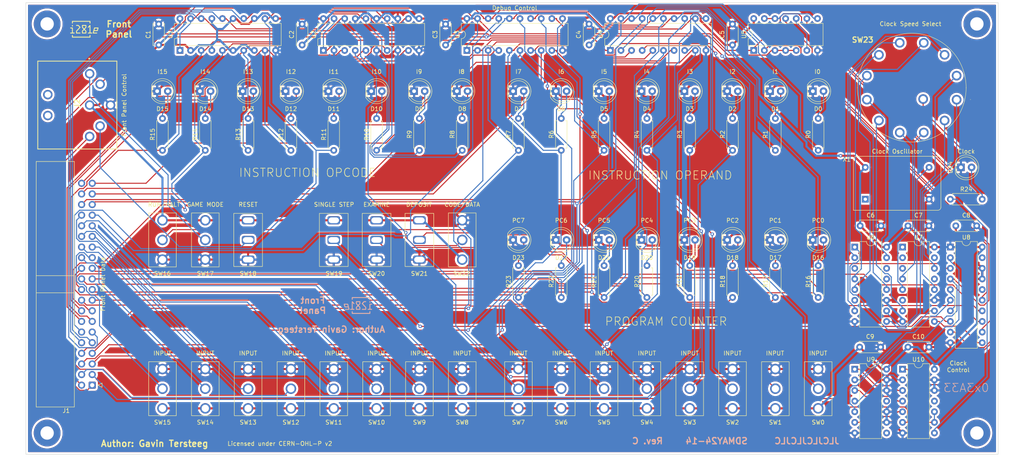
<source format=kicad_pcb>
(kicad_pcb (version 20211014) (generator pcbnew)
  (title_block (title "i281e Front Panel") (date "2024-05-04") (rev "C") (company "i281e Development Group") (comment 1 "Licensed under CERN-OHL-P v2") (comment 2 "Copyright i281e Development Group"))
  (layers (0 "F.Cu" signal) (31 "B.Cu" signal) (34 "B.Paste" user) (35 "F.Paste" user) (36 "B.SilkS" user "B.Silkscreen") (37 "F.SilkS" user "F.Silkscreen") (38 "B.Mask" user) (39 "F.Mask" user) (44 "Edge.Cuts" user))
  (net 0 "")
  (net 1 "/ISR13")
  (net 2 "Net-(D13-Pad2)")
  (net 3 "/PC6")
  (net 4 "Net-(D22-Pad2)")
  (net 5 "/PC5")
  (net 6 "Net-(D21-Pad2)")
  (net 7 "/PC4")
  (net 8 "Net-(D20-Pad2)")
  (net 9 "/PC3")
  (net 10 "Net-(D19-Pad2)")
  (net 11 "/PC2")
  (net 12 "Net-(D18-Pad2)")
  (net 13 "/PC1")
  (net 14 "Net-(D17-Pad2)")
  (net 15 "/PC0")
  (net 16 "Net-(D16-Pad2)")
  (net 17 "/ISR15")
  (net 18 "Net-(D15-Pad2)")
  (net 19 "/ISR14")
  (net 20 "Net-(D14-Pad2)")
  (net 21 "/ISR1")
  (net 22 "Net-(D1-Pad2)")
  (net 23 "/ISR2")
  (net 24 "Net-(D2-Pad2)")
  (net 25 "/PC7")
  (net 26 "Net-(D23-Pad2)")
  (net 27 "/ISR3")
  (net 28 "Net-(D3-Pad2)")
  (net 29 "/ISR4")
  (net 30 "Net-(D4-Pad2)")
  (net 31 "/ISR5")
  (net 32 "Net-(D5-Pad2)")
  (net 33 "/ISR6")
  (net 34 "Net-(D6-Pad2)")
  (net 35 "/ISR7")
  (net 36 "Net-(D7-Pad2)")
  (net 37 "/ISR8")
  (net 38 "Net-(D8-Pad2)")
  (net 39 "/ISR9")
  (net 40 "Net-(D9-Pad2)")
  (net 41 "/ISR10")
  (net 42 "Net-(D10-Pad2)")
  (net 43 "/ISR12")
  (net 44 "Net-(D12-Pad2)")
  (net 45 "/ISR11")
  (net 46 "Net-(D11-Pad2)")
  (net 47 "/ISR0")
  (net 48 "Net-(D0-Pad2)")
  (net 49 "Net-(R24-Pad1)")
  (net 50 "Net-(D24-Pad2)")
  (net 51 "/*EXAM")
  (net 52 "+5V")
  (net 53 "GND")
  (net 54 "/*DEP")
  (net 55 "Net-(SW22-Pad2)")
  (net 56 "/SW0")
  (net 57 "/SW1")
  (net 58 "/SW2")
  (net 59 "/SW3")
  (net 60 "/SW4")
  (net 61 "/SW5")
  (net 62 "/SW6")
  (net 63 "/SW7")
  (net 64 "Net-(U10-Pad2)")
  (net 65 "/*R{slash}H")
  (net 66 "/*STEP")
  (net 67 "/*STEP_Q")
  (net 68 "Net-(U8-Pad6)")
  (net 69 "/SW19")
  (net 70 "/*SINGLE")
  (net 71 "Net-(U7-Pad9)")
  (net 72 "/SW20")
  (net 73 "/SW21")
  (net 76 "Net-(U6-Pad1)")
  (net 77 "Net-(SW23-Pad9)")
  (net 79 "Net-(SW23-Pad8)")
  (net 80 "Net-(SW23-Pad10)")
  (net 82 "Net-(SW23-Pad11)")
  (net 83 "Net-(SW23-Pad12)")
  (net 84 "Net-(U6-Pad10)")
  (net 85 "Net-(SW23-Pad7)")
  (net 88 "Net-(SW23-Pad6)")
  (net 92 "Net-(SW23-Pad3)")
  (net 93 "Net-(SW23-Pad4)")
  (net 95 "Net-(SW23-Pad5)")
  (net 96 "Net-(SW23-Pad2)")
  (net 98 "Net-(SW23-Pad1)")
  (net 100 "/EXTERN")
  (net 101 "Net-(U5-Pad10)")
  (net 102 "Net-(U5-Pad12)")
  (net 103 "Net-(U10-Pad3)")
  (net 104 "Net-(U10-Pad4)")
  (net 105 "Net-(U10-Pad5)")
  (net 108 "Net-(SW23-Pad13)")
  (net 109 "/CLK")
  (net 111 "/*RESET")
  (net 112 "/SW8")
  (net 113 "/SW9")
  (net 114 "/SW11")
  (net 115 "/SW12")
  (net 116 "/SW13")
  (net 117 "/SW14")
  (net 118 "/SW15")
  (net 119 "/*GAME")
  (net 120 "/SW10")
  (footprint "Resistor_THT:R_Axial_DIN0207_L6.3mm_D2.5mm_P7.62mm_Horizontal" (layer "F.Cu") (at 121.931 77.21 90)
    (fp_text reference "R10")
    (fp_text value "330R")
  )
  (footprint "LED_THT:LED_D5.0mm" (layer "F.Cu") (at 130.8972 63.07)
    (fp_text reference "D9")
    (fp_text value "LED")
  )
  (footprint "Custom:DIN-6" (layer "F.Cu") (at 53.34 58.89 -90)
    (fp_text reference "J2")
    (fp_text value "Power / Control" hide)
  )
  (footprint "LED_THT:LED_D5.0mm" (layer "F.Cu") (at 205.751 63.07)
    (fp_text reference "D2")
    (fp_text value "LED")
  )
  (footprint "Package_DIP:DIP-14_W7.62mm" (layer "F.Cu") (at 247.66 129.535)
    (fp_text reference "U10")
    (fp_text value "74LS32")
  )
  (footprint "Resistor_THT:R_Axial_DIN0207_L6.3mm_D2.5mm_P7.62mm_Horizontal" (layer "F.Cu") (at 70.75 77.21 90)
    (fp_text reference "R15")
    (fp_text value "330R")
  )
  (footprint "LED_THT:LED_D5.0mm" (layer "F.Cu") (at 120.661 63.07)
    (fp_text reference "D10")
    (fp_text value "LED")
  )
  (footprint "Package_DIP:DIP-20_W7.62mm" (layer "F.Cu") (at 109.22 53.34 90)
    (fp_text reference "U2")
    (fp_text value "74LS244")
  )
  (footprint "Resistor_THT:R_Axial_DIN0207_L6.3mm_D2.5mm_P7.62mm_Horizontal" (layer "F.Cu") (at 176.3174 77.21 90)
    (fp_text reference "R5")
    (fp_text value "330R")
  )
  (footprint "LED_THT:LED_D5.0mm" (layer "F.Cu") (at 205.751 98.63)
    (fp_text reference "D18")
    (fp_text value "LED")
  )
  (footprint "Resistor_THT:R_Axial_DIN0207_L6.3mm_D2.5mm_P7.62mm_Horizontal" (layer "F.Cu") (at 196.7898 77.21 90)
    (fp_text reference "R3")
    (fp_text value "330R")
  )
  (footprint "Custom:Toggle_3_Moment" (layer "F.Cu") (at 91.2224 98.63)
    (fp_text reference "SW18")
    (fp_text value "RESET")
  )
  (footprint "LED_THT:LED_D5.0mm" (layer "F.Cu") (at 69.48 63.07)
    (fp_text reference "D15")
    (fp_text value "LED")
  )
  (footprint "LED_THT:LED_D5.0mm" (layer "F.Cu") (at 164.8062 98.63)
    (fp_text reference "D22")
    (fp_text value "LED")
  )
  (footprint "Resistor_THT:R_Axial_DIN0207_L6.3mm_D2.5mm_P7.62mm_Horizontal" (layer "F.Cu") (at 207.026 112.38 90)
    (fp_text reference "R18")
    (fp_text value "330R")
  )
  (footprint "LED_THT:LED_D5.0mm" (layer "F.Cu") (at 215.9872 98.63)
    (fp_text reference "D17")
    (fp_text value "LED")
  )
  (footprint "Custom:Toggle_3_Moment" (layer "F.Cu") (at 111.6948 98.63)
    (fp_text reference "SW19")
    (fp_text value "SINGLE STEP")
  )
  (footprint "Resistor_THT:R_Axial_DIN0207_L6.3mm_D2.5mm_P7.62mm_Horizontal" (layer "F.Cu") (at 111.6948 77.21 90)
    (fp_text reference "R11")
    (fp_text value "330R")
  )
  (footprint "Oscillator:Oscillator_DIP-14" (layer "F.Cu") (at 238.76 88.9)
    (fp_text reference "X1")
    (fp_text value "MXO45")
  )
  (footprint "Connector_IDC:IDC-Header_2x20_P2.54mm_Horizontal" (layer "F.Cu") (at 53.9575 133.35 180)
    (fp_text reference "J1")
    (fp_text value "Front Panel Bus Cable")
  )
  (footprint "LED_THT:LED_D5.0mm" (layer "F.Cu") (at 154.57 98.63)
    (fp_text reference "D23")
    (fp_text value "LED")
  )
  (footprint "MountingHole:MountingHole_3.2mm_M3_Pad" (layer "F.Cu") (at 265.43 144.78)
    (fp_text reference "M2")
    (fp_text value "MountingHole_3.2mm_M3_Pad")
  )
  (footprint "Resistor_THT:R_Axial_DIN0207_L6.3mm_D2.5mm_P7.62mm_Horizontal" (layer "F.Cu") (at 186.5536 77.21 90)
    (fp_text reference "R4")
    (fp_text value "330R")
  )
  (footprint "MountingHole:MountingHole_3.2mm_M3_Pad" (layer "F.Cu") (at 43.18 46.99)
    (fp_text reference "M3")
    (fp_text value "MountingHole_3.2mm_M3_Pad")
  )
  (footprint "Package_DIP:DIP-20_W7.62mm" (layer "F.Cu") (at 259.09 100.335)
    (fp_text reference "U8")
    (fp_text value "74LS377")
  )
  (footprint "Resistor_THT:R_Axial_DIN0207_L6.3mm_D2.5mm_P7.62mm_Horizontal" (layer "F.Cu") (at 227.4984 112.38 90)
    (fp_text reference "R16")
    (fp_text value "330R")
  )
  (footprint "Resistor_THT:R_Axial_DIN0207_L6.3mm_D2.5mm_P7.62mm_Horizontal" (layer "F.Cu") (at 132.1672 77.21 90)
    (fp_text reference "R9")
    (fp_text value "330R")
  )
  (footprint "Custom:Toggle_3_Latch" (layer "F.Cu") (at 186.5486 134.19)
    (fp_text reference "SW4")
    (fp_text value "INPUT")
  )
  (footprint "Custom:Toggle_3_Latch" (layer "F.Cu") (at 227.4934 134.19)
    (fp_text reference "SW0")
    (fp_text value "INPUT")
  )
  (footprint "Resistor_THT:R_Axial_DIN0207_L6.3mm_D2.5mm_P7.62mm_Horizontal" (layer "F.Cu") (at 80.9862 77.21 90)
    (fp_text reference "R14")
    (fp_text value "330R")
  )
  (footprint "Custom:Toggle_3_Latch" (layer "F.Cu") (at 155.84 134.19)
    (fp_text reference "SW7")
    (fp_text value "INPUT")
  )
  (footprint "Capacitor_THT:C_Disc_D5.0mm_W2.5mm_P5.00mm" (layer "F.Cu") (at 248.96 124.245)
    (fp_text reference "C10")
    (fp_text value "0.1 uF")
  )
  (footprint "LED_THT:LED_D5.0mm" (layer "F.Cu") (at 185.2786 98.63)
    (fp_text reference "D20")
    (fp_text value "LED")
  )
  (footprint "Resistor_THT:R_Axial_DIN0207_L6.3mm_D2.5mm_P7.62mm_Horizontal" (layer "F.Cu") (at 101.4586 77.21 90)
    (fp_text reference "R12")
    (fp_text value "330R")
  )
  (footprint "Resistor_THT:R_Axial_DIN0207_L6.3mm_D2.5mm_P7.62mm_Horizontal" (layer "F.Cu") (at 217.2622 112.38 90)
    (fp_text reference "R17")
    (fp_text value "330R")
  )
  (footprint "Resistor_THT:R_Axial_DIN0207_L6.3mm_D2.5mm_P7.62mm_Horizontal" (layer "F.Cu") (at 196.7898 112.38 90)
    (fp_text reference "R19")
    (fp_text value "330R")
  )
  (footprint "Custom:Toggle_3_Latch" (layer "F.Cu") (at 101.4586 134.19)
    (fp_text reference "SW12")
    (fp_text value "INPUT")
  )
  (footprint "Custom:Toggle_3_Latch" (layer "F.Cu") (at 142.4034 134.19)
    (fp_text reference "SW8")
    (fp_text value "INPUT")
  )
  (footprint "Custom:Toggle_3_Latch" (layer "F.Cu") (at 217.2572 134.19)
    (fp_text reference "SW1")
    (fp_text value "INPUT")
  )
  (footprint "Capacitor_THT:C_Disc_D5.0mm_W2.5mm_P5.00mm" (layer "F.Cu") (at 248.96 95.25)
    (fp_text reference "C7")
    (fp_text value "0.1 uF")
  )
  (footprint "MountingHole:MountingHole_3.2mm_M3_Pad" (layer "F.Cu") (at 265.43 46.99)
    (fp_text reference "M4")
    (fp_text value "MountingHole_3.2mm_M3_Pad")
  )
  (footprint "Capacitor_THT:C_Disc_D5.0mm_W2.5mm_P5.00mm" (layer "F.Cu") (at 69.85 52.02 90)
    (fp_text reference "C1")
    (fp_text value "0.1 uF")
  )
  (footprint "Resistor_THT:R_Axial_DIN0207_L6.3mm_D2.5mm_P7.62mm_Horizontal" (layer "F.Cu") (at 207.026 77.21 90)
    (fp_text reference "R2")
    (fp_text value "330R")
  )
  (footprint "Custom:12_Position_Rotary" (layer "F.Cu") (at 260.583 65.103)
    (fp_text reference "SW23")
    (fp_text value "12P Rotary Switch" hide)
  )
  (footprint "Custom:Toggle_3_Latch" (layer "F.Cu") (at 166.0762 134.19)
    (fp_text reference "SW6")
    (fp_text value "INPUT")
  )
  (footprint "Custom:Toggle_3_Latch" (layer "F.Cu") (at 80.9862 98.63)
    (fp_text reference "SW17")
    (fp_text value "GAME MODE")
  )
  (footprint "Custom:Toggle_3_Latch" (layer "F.Cu") (at 121.931 134.19)
    (fp_text reference "SW10")
    (fp_text value "INPUT")
  )
  (footprint "Resistor_THT:R_Axial_DIN0207_L6.3mm_D2.5mm_P7.62mm_Horizontal" (layer "F.Cu") (at 155.845 77.21 90)
    (fp_text reference "R7")
    (fp_text value "330R")
  )
  (footprint "Capacitor_THT:C_Disc_D5.0mm_W2.5mm_P5.00mm" (layer "F.Cu") (at 237.53 95.25)
    (fp_text reference "C6")
    (fp_text value "0.1 uF")
  )
  (footprint "Package_DIP:DIP-14_W7.62mm" (layer "F.Cu") (at 236.23 129.535)
    (fp_text reference "U9")
    (fp_text value "74LS08")
  )
  (footprint "LED_THT:LED_D5.0mm" (layer "F.Cu") (at 141.1334 63.07)
    (fp_text reference "D8")
    (fp_text value "LED")
  )
  (footprint "Package_DIP:DIP-14_W7.62mm" (layer "F.Cu") (at 212.085 53.33 90)
    (fp_text reference "U5")
    (fp_text value "74LS00")
  )
  (footprint "Custom:Toggle_3_Latch" (layer "F.Cu") (at 196.7848 134.19)
    (fp_text reference "SW3")
    (fp_text value "INPUT")
  )
  (footprint "Package_DIP:DIP-20_W7.62mm" (layer "F.Cu") (at 143.515 53.33 90)
    (fp_text reference "U3")
    (fp_text value "74LS244")
  )
  (footprint "Capacitor_THT:C_Disc_D5.0mm_W2.5mm_P5.00mm" (layer "F.Cu") (at 138.43 52.03 90)
    (fp_text reference "C3")
    (fp_text value "0.1 uF")
  )
  (footprint "LED_THT:LED_D5.0mm" (layer "F.Cu") (at 195.5148 63.07)
    (fp_text reference "D3")
    (fp_text value "LED")
  )
  (footprint "LED_THT:LED_D5.0mm" (layer "F.Cu") (at 175.0424 63.07)
    (fp_text reference "D5")
    (fp_text value "LED")
  )
  (footprint "Custom:Toggle_3_Latch" (layer "F.Cu") (at 91.2224 134.19)
    (fp_text reference "SW13")
    (fp_text value "INPUT")
  )
  (footprint "Custom:Toggle_3_Latch" (layer "F.Cu") (at 207.021 134.19)
    (fp_text reference "SW2")
    (fp_text value "INPUT")
  )
  (footprint "Custom:Toggle_3_Moment" (layer "F.Cu") (at 121.931 98.63)
    (fp_text reference "SW20")
    (fp_text value "EXAMINE")
  )
  (footprint "Resistor_THT:R_Axial_DIN0207_L6.3mm_D2.5mm_P7.62mm_Horizontal" (layer "F.Cu") (at 166.0812 77.21 90)
    (fp_text reference "R6")
    (fp_text value "330R")
  )
  (footprint "Package_DIP:DIP-16_W7.62mm" (layer "F.Cu") (at 247.66 100.345)
    (fp_text reference "U7")
    (fp_text value "4040")
  )
  (footprint "Symbol:i281e_logo" (layer "F.Cu") (at 52.07 48.26)
    (fp_text reference "G**0")
    (fp_text value "LOGO" hide)
  )
  (footprint "LED_THT:LED_D5.0mm" (layer "F.Cu") (at 164.8062 63.07)
    (fp_text reference "D6")
    (fp_text value "LED")
  )
  (footprint "Capacitor_THT:C_Disc_D5.0mm_W2.5mm_P5.00mm" (layer "F.Cu") (at 237.41 124.245)
    (fp_text reference "C9")
    (fp_text value "0.1 uF")
  )
  (footprint "LED_THT:LED_D5.0mm" (layer "F.Cu") (at 89.9524 63.07)
    (fp_text reference "D13")
    (fp_text value "LED")
  )
  (footprint "Resistor_THT:R_Axial_DIN0207_L6.3mm_D2.5mm_P7.62mm_Horizontal" (layer "F.Cu") (at 91.2224 77.21 90)
    (fp_text reference "R13")
    (fp_text value "330R")
  )
  (footprint "LED_THT:LED_D5.0mm" (layer "F.Cu") (at 226.2234 98.63)
    (fp_text reference "D16")
    (fp_text value "LED")
  )
  (footprint "LED_THT:LED_D5.0mm" (layer "F.Cu") (at 185.2786 63.07)
    (fp_text reference "D4")
    (fp_text value "LED")
  )
  (footprint "Custom:Toggle_3_Latch" (layer "F.Cu") (at 70.75 134.19)
    (fp_text reference "SW15")
    (fp_text value "INPUT")
  )
  (footprint "Custom:Toggle_3_Latch" (layer "F.Cu") (at 176.3124 134.19)
    (fp_text reference "SW5")
    (fp_text value "INPUT")
  )
  (footprint "Resistor_THT:R_Axial_DIN0207_L6.3mm_D2.5mm_P7.62mm_Horizontal" (layer "F.Cu") (at 142.4034 77.21 90)
    (fp_text reference "R8")
    (fp_text value "330R")
  )
  (footprint "LED_THT:LED_D5.0mm" (layer "F.Cu") (at 175.0424 98.63)
    (fp_text reference "D21")
    (fp_text value "LED")
  )
  (footprint "LED_THT:LED_D5.0mm" (layer "F.Cu") (at 215.9872 63.07)
    (fp_text reference "D1")
    (fp_text value "LED")
  )
  (footprint "LED_THT:LED_D5.0mm" (layer "F.Cu") (at 154.57 63.07)
    (fp_text reference "D7")
    (fp_text value "LED")
  )
  (footprint "Capacitor_THT:C_Disc_D5.0mm_W2.5mm_P5.00mm" (layer "F.Cu") (at 172.725 52.02 90)
    (fp_text reference "C4")
    (fp_text value "0.1 uF")
  )
  (footprint "LED_THT:LED_D5.0mm" (layer "F.Cu") (at 110.4248 63.07)
    (fp_text reference "D11")
    (fp_text value "LED")
  )
  (footprint "Resistor_THT:R_Axial_DIN0207_L6.3mm_D2.5mm_P7.62mm_Horizontal" (layer "F.Cu") (at 155.845 112.38 90)
    (fp_text reference "R23")
    (fp_text value "330R")
  )
  (footprint "Package_DIP:DIP-20_W7.62mm" (layer "F.Cu") (at 74.935 53.33 90)
    (fp_text reference "U1")
    (fp_text value "74LS244")
  )
  (footprint "Resistor_THT:R_Axial_DIN0207_L6.3mm_D2.5mm_P7.62mm_Horizontal" (layer "F.Cu") (at 166.0812 112.38 90)
    (fp_text reference "R22")
    (fp_text value "330R")
  )
  (footprint "Custom:Toggle_3_Latch" (layer "F.Cu") (at 70.75 98.63)
    (fp_text reference "SW16")
    (fp_text value "RUN/HALT")
  )
  (footprint "Resistor_THT:R_Axial_DIN0207_L6.3mm_D2.5mm_P7.62mm_Horizontal" (layer "F.Cu") (at 227.4984 77.21 90)
    (fp_text reference "R0")
    (fp_text value "330R")
  )
  (footprint "Resistor_THT:R_Axial_DIN0207_L6.3mm_D2.5mm_P7.62mm_Horizontal" (layer "F.Cu") (at 186.5536 112.38 90)
    (fp_text reference "R20")
    (fp_text value "330R")
  )
  (footprint "LED_THT:LED_D5.0mm" (layer "F.Cu") (at 100.1886 63.07)
    (fp_text reference "D12")
    (fp_text value "LED")
  )
  (footprint "Capacitor_THT:C_Disc_D5.0mm_W2.5mm_P5.00mm" (layer "F.Cu") (at 207.01 52.03 90)
    (fp_text reference "C5")
    (fp_text value "0.1 uF")
  )
  (footprint "Custom:Toggle_3_Latch" (layer "F.Cu") (at 132.1672 134.19)
    (fp_text reference "SW9")
    (fp_text value "INPUT")
  )
  (footprint "Package_DIP:DIP-20_W7.62mm" (layer "F.Cu") (at 177.805 53.33 90)
    (fp_text reference "U4")
    (fp_text value "74LS244")
  )
  (footprint "Capacitor_THT:C_Disc_D5.0mm_W2.5mm_P5.00mm" (layer "F.Cu") (at 260.39 95.25)
    (fp_text reference "C8")
    (fp_text value "0.1 uF")
  )
  (footprint "LED_THT:LED_D5.0mm" (layer "F.Cu") (at 226.2234 63.07)
    (fp_text reference "D0")
    (fp_text value "LED")
  )
  (footprint "Custom:Toggle_3_Latch" (layer "F.Cu") (at 111.6948 134.19)
    (fp_text reference "SW11")
    (fp_text value "INPUT")
  )
  (footprint "Package_DIP:DIP-16_W7.62mm" (layer "F.Cu") (at 236.23 100.345)
    (fp_text reference "U6")
    (fp_text value "4040")
  )
  (footprint "Custom:Toggle_3_Latch" (layer "F.Cu") (at 80.9862 134.19)
    (fp_text reference "SW14")
    (fp_text value "INPUT")
  )
  (footprint "LED_THT:LED_D5.0mm" (layer "F.Cu") (at 79.7162 63.07)
    (fp_text reference "D14")
    (fp_text value "LED")
  )
  (footprint "LED_THT:LED_D5.0mm" (layer "F.Cu") (at 195.5148 98.63)
    (fp_text reference "D19")
    (fp_text value "LED")
  )
  (footprint "Resistor_THT:R_Axial_DIN0207_L6.3mm_D2.5mm_P7.62mm_Horizontal" (layer "F.Cu") (at 176.3174 112.38 90)
    (fp_text reference "R21")
    (fp_text value "330R")
  )
  (footprint "MountingHole:MountingHole_3.2mm_M3_Pad" (layer "F.Cu") (at 43.18 144.78)
    (fp_text reference "M1")
    (fp_text value "MountingHole_3.2mm_M3_Pad")
  )
  (footprint "LED_THT:LED_D5.0mm" (layer "F.Cu") (at 261.62 81.28)
    (fp_text reference "D24")
    (fp_text value "LED")
  )
  (footprint "Resistor_THT:R_Axial_DIN0207_L6.3mm_D2.5mm_P7.62mm_Horizontal" (layer "F.Cu") (at 259.08 88.9)
    (fp_text reference "R24")
    (fp_text value "330R")
  )
  (footprint "Resistor_THT:R_Axial_DIN0207_L6.3mm_D2.5mm_P7.62mm_Horizontal" (layer "F.Cu") (at 217.2622 77.21 90)
    (fp_text reference "R1")
    (fp_text value "330R")
  )
  (footprint "Custom:Toggle_3_Latch" (layer "F.Cu") (at 142.4034 98.63)
    (fp_text reference "SW22")
    (fp_text value "CODE/DATA")
  )
  (footprint "Custom:Toggle_3_Moment" (layer "F.Cu") (at 132.1672 98.63)
    (fp_text reference "SW21")
    (fp_text value "DEPOSIT")
  )
  (footprint "Capacitor_THT:C_Disc_D5.0mm_W2.5mm_P5.00mm" (layer "F.Cu") (at 104.135 52.03 90)
    (fp_text reference "C2")
    (fp_text value "0.1 uF")
  )
  (footprint "Symbol:i281e_logo" (layer "B.Cu") (at 117.475 114.3 180)
    (fp_text reference "G**1")
    (fp_text value "LOGO" hide)
  )
  (gr_rect (start 38.1 41.91) (end 270.51 149.86) (layer "Edge.Cuts") (width 0.1) (fill none))
  (gr_text "Rev. C" (at 186.69 146.685) (layer "B.SilkS") (effects (font (size 1.5 1.5) (thickness 0.3)) (justify mirror)))
  (gr_text "JLCJLCJLCJLC" (at 224.79 146.685) (layer "B.SilkS") (effects (font (size 1.5 1.5) (thickness 0.3)) (justify mirror)))
  (gr_text "Author: Gavin Tersteeg\n" (at 124.114086 120.015) (layer "B.SilkS") (effects (font (size 1.5 1.5) (thickness 0.3)) (justify left mirror)))
  (gr_text "0x3A33\n" (at 262.89 133.985) (layer "B.SilkS") (effects (font (size 2 2)) (justify mirror)))
  (gr_text "SDMAY24-14" (at 203.2 146.685) (layer "B.SilkS") (effects (font (size 1.5 1.5) (thickness 0.3)) (justify mirror)))
  (gr_text "Front\nPanel" (at 106.68 114.3) (layer "B.SilkS") (effects (font (size 1.5 1.5) (thickness 0.3)) (justify mirror)))
  (gr_text "I1" (at 217.2572 58.42) (layer "F.SilkS") (effects (font (size 1 1))))
  (gr_text "Clock Oscillator\n" (at 246.38 77.47) (layer "F.SilkS") (effects (font (size 1 1))))
  (gr_text "Clock Speed Select" (at 249.555 46.99) (layer "F.SilkS") (effects (font (size 1 1))))
  (gr_text "I14" (at 80.9862 58.42) (layer "F.SilkS") (effects (font (size 1 1))))
  (gr_text "I12" (at 101.4586 58.42) (layer "F.SilkS") (effects (font (size 1 1))))
  (gr_text "PC4" (at 186.5486 93.98) (layer "F.SilkS") (effects (font (size 1 1))))
  (gr_text "I2" (at 207.01 58.42) (layer "F.SilkS") (effects (font (size 1 1))))
  (gr_text "I11" (at 111.6948 58.42) (layer "F.SilkS") (effects (font (size 1 1))))
  (gr_text "I5" (at 176.3124 58.42) (layer "F.SilkS") (effects (font (size 1 1))))
  (gr_text "I3" (at 196.85 58.42) (layer "F.SilkS") (effects (font (size 1 1))))
  (gr_text "INSTRUCTION OPERAND " (at 190.5 83.185) (layer "F.SilkS") (effects (font (size 2 2))))
  (gr_text "Front Panel Control\n" (at 61.595 66.39 90) (layer "F.SilkS") (effects (font (size 1 1))))
  (gr_text "PC7" (at 155.84 93.98) (layer "F.SilkS") (effects (font (size 1 1))))
  (gr_text "I4" (at 186.5486 58.42) (layer "F.SilkS") (effects (font (size 1 1))))
  (gr_text "I0" (at 227.33 58.42) (layer "F.SilkS") (effects (font (size 1 1))))
  (gr_text "Clock\nControl" (at 260.985 128.905) (layer "F.SilkS") (effects (font (size 1 1))))
  (gr_text "INSTRUCTION OPCODE\n" (at 105.41 82.55) (layer "F.SilkS") (effects (font (size 2 2))))
  (gr_text "PC1" (at 217.2572 93.98) (layer "F.SilkS") (effects (font (size 1 1))))
  (gr_text "I6" (at 166.0762 58.42) (layer "F.SilkS") (effects (font (size 1 1))))
  (gr_text "PC5" (at 176.3124 93.98) (layer "F.SilkS") (effects (font (size 1 1))))
  (gr_text "I7" (at 155.84 58.42) (layer "F.SilkS") (effects (font (size 1 1))))
  (gr_text "Front Panel Data\n" (at 56.515 109.22 90) (layer "F.SilkS") (effects (font (size 1 1))))
  (gr_text "Debug Control" (at 154.94 43.18) (layer "F.SilkS") (effects (font (size 1 1))))
  (gr_text "Clock\n" (at 262.89 77.47) (layer "F.SilkS") (effects (font (size 1 1))))
  (gr_text "I9" (at 132.08 58.42) (layer "F.SilkS") (effects (font (size 1 1))))
  (gr_text "I8\n" (at 142.24 58.42) (layer "F.SilkS") (effects (font (size 1 1))))
  (gr_text "I13\n" (at 91.2224 58.42) (layer "F.SilkS") (effects (font (size 1 1))))
  (gr_text "Author: Gavin Tersteeg\n" (at 55.88 147.32) (layer "F.SilkS") (effects (font (size 1.5 1.5) (thickness 0.3)) (justify left)))
  (gr_text "Front\nPanel" (at 60.325 48.26) (layer "F.SilkS") (effects (font (size 1.5 1.5) (thickness 0.3))))
  (gr_text "PC0" (at 227.4934 93.98) (layer "F.SilkS") (effects (font (size 1 1))))
  (gr_text "PC3" (at 196.7848 93.98) (layer "F.SilkS") (effects (font (size 1 1))))
  (gr_text "PC6\n" (at 166.0762 93.98) (layer "F.SilkS") (effects (font (size 1 1))))
  (gr_text "I10\n" (at 121.931 58.42) (layer "F.SilkS") (effects (font (size 1 1))))
  (gr_text "Licensed under CERN-OHL-P v2" (at 98.806 147.32) (layer "F.SilkS") (effects (font (size 1 1))))
  (gr_text "PC2" (at 207.021 93.98) (layer "F.SilkS") (effects (font (size 1 1))))
  (gr_text "PROGRAM COUNTER\n" (at 191.135 118.11) (layer "F.SilkS") (effects (font (size 2 2))))
  (gr_text "I15" (at 70.75 58.42) (layer "F.SilkS") (effects (font (size 1 1))))
  (segment (start 102.1064 55.3742) (end 118.9431 55.3742) (width 0.25) (layer "F.Cu") (net 1))
  (segment (start 80.8348 64.2954) (end 69.8501 64.2954) (width 0.25) (layer "F.Cu") (net 1))
  (segment (start 123.3195 52.1995) (end 124.46 53.34) (width 0.25) (layer "F.Cu") (net 1))
  (segment (start 91.6096 52.1882) (end 98.9204 52.1882) (width 0.25) (layer "F.Cu") (net 1))
  (segment (start 90.4678 53.33) (end 90.1979 53.33) (width 0.25) (layer "F.Cu") (net 1))
  (segment (start 98.9204 52.1882) (end 102.1064 55.3742) (width 0.25) (layer "F.Cu") (net 1))
  (segment (start 80.9416 64.1886) (end 80.8348 64.2954) (width 0.25) (layer "F.Cu") (net 1))
  (segment (start 118.9431 55.3742) (end 120.65 53.6673) (width 0.25) (layer "F.Cu") (net 1))
  (segment (start 120.65 52.9813) (end 121.4318 52.1995) (width 0.25) (layer "F.Cu") (net 1))
  (segment (start 47.9709 86.1746) (end 47.9709 114.6634) (width 0.25) (layer "F.Cu") (net 1))
  (segment (start 69.8501 64.2954) (end 47.9709 86.1746) (width 0.25) (layer "F.Cu") (net 1))
  (segment (start 120.65 53.6673) (end 120.65 52.9813) (width 0.25) (layer "F.Cu") (net 1))
  (segment (start 90.1979 53.33) (end 80.9416 62.5863) (width 0.25) (layer "F.Cu") (net 1))
  (segment (start 90.4678 53.33) (end 91.6096 52.1882) (width 0.25) (layer "F.Cu") (net 1))
  (segment (start 90.175 53.33) (end 90.4678 53.33) (width 0.25) (layer "F.Cu") (net 1))
  (segment (start 121.4318 52.1995) (end 123.3195 52.1995) (width 0.25) (layer "F.Cu") (net 1))
  (segment (start 80.9416 62.5863) (end 80.9416 64.1886) (width 0.25) (layer "F.Cu") (net 1))
  (segment (start 47.9709 114.6634) (end 51.4175 118.11) (width 0.25) (layer "F.Cu") (net 1))
  (segment (start 90.0522 68.8397) (end 90.0522 76.0398) (width 0.25) (layer "B.Cu") (net 1))
  (segment (start 90.0522 76.0398) (end 91.2224 77.21) (width 0.25) (layer "B.Cu") (net 1))
  (segment (start 90.175 53.33) (end 90.175 54.4553) (width 0.25) (layer "B.Cu") (net 1))
  (segment (start 91.1778 55.4581) (end 91.1778 67.7141) (width 0.25) (layer "B.Cu") (net 1))
  (segment (start 90.175 54.4553) (end 91.1778 55.4581) (width 0.25) (layer "B.Cu") (net 1))
  (segment (start 91.1778 67.7141) (end 90.0522 68.8397) (width 0.25) (layer "B.Cu") (net 1))
  (segment (start 91.2224 68.4647) (end 92.4924 67.1947) (width 0.25) (layer "F.Cu") (net 2))
  (segment (start 92.4924 67.1947) (end 92.4924 63.07) (width 0.25) (layer "F.Cu") (net 2))
  (segment (start 91.2224 69.59) (end 91.2224 68.4647) (width 0.25) (layer "F.Cu") (net 2))
  (segment (start 54.6794 106.1319) (end 163.5572 106.1319) (width 0.25) (layer "F.Cu") (net 3))
  (segment (start 53.9575 105.41) (end 54.6794 106.1319) (width 0.25) (layer "F.Cu") (net 3))
  (segment (start 163.5572 106.1319) (end 165.7754 108.3501) (width 0.25) (layer "F.Cu") (net 3))
  (via (at 165.7754 108.3501) (size 0.8) (drill 0.4) (layers "F.Cu" "B.Cu") (net 3))
  (segment (start 189.3797 53.5367) (end 183.5649 59.3515) (width 0.25) (layer "B.Cu") (net 3))
  (segment (start 190.505 45.71) (end 190.505 46.8353) (width 0.25) (layer "B.Cu") (net 3))
  (segment (start 189.3797 47.9606) (end 189.3797 53.5367) (width 0.25) (layer "B.Cu") (net 3))
  (segment (start 166.0939 112.3673) (end 166.0812 112.38) (width 0.25) (layer "B.Cu") (net 3))
  (segment (start 166.0939 108.7205) (end 166.0939 112.3673) (width 0.25) (layer "B.Cu") (net 3))
  (segment (start 183.5649 59.3515) (end 183.5649 83.6822) (width 0.25) (layer "B.Cu") (net 3))
  (segment (start 183.5649 83.6822) (end 171.0561 96.191) (width 0.25) (layer "B.Cu") (net 3))
  (segment (start 166.0939 108.7205) (end 165.7754 108.402) (width 0.25) (layer "B.Cu") (net 3))
  (segment (start 166.3548 108.7205) (end 166.0939 108.7205) (width 0.25) (layer "B.Cu") (net 3))
  (segment (start 190.505 46.8353) (end 189.3797 47.9606) (width 0.25) (layer "B.Cu") (net 3))
  (segment (start 171.0561 96.191) (end 171.0561 104.0192) (width 0.25) (layer "B.Cu") (net 3))
  (segment (start 171.0561 104.0192) (end 166.3548 108.7205) (width 0.25) (layer "B.Cu") (net 3))
  (segment (start 165.7754 108.402) (end 165.7754 108.3501) (width 0.25) (layer "B.Cu") (net 3))
  (segment (start 167.3462 102.3697) (end 167.3462 98.63) (width 0.25) (layer "B.Cu") (net 4))
  (segment (start 166.0812 104.76) (end 166.0812 103.6347) (width 0.25) (layer "B.Cu") (net 4))
  (segment (start 166.0812 103.6347) (end 167.3462 102.3697) (width 0.25) (layer "B.Cu") (net 4))
  (segment (start 176.3174 112.38) (end 174.1386 110.2012) (width 0.25) (layer "F.Cu") (net 5))
  (segment (start 110.5163 110.2012) (end 109.5351 109.22) (width 0.25) (layer "F.Cu") (net 5))
  (segment (start 52.6875 109.22) (end 51.4175 107.95) (width 0.25) (layer "F.Cu") (net 5))
  (segment (start 109.5351 109.22) (end 52.6875 109.22) (width 0.25) (layer "F.Cu") (net 5))
  (segment (start 174.1386 110.2012) (end 110.5163 110.2012) (width 0.25) (layer "F.Cu") (net 5))
  (segment (start 181.4355 98.4398) (end 181.4355 107.2619) (width 0.25) (layer "B.Cu") (net 5))
  (segment (start 184.5781 76.5949) (end 184.5781 95.2972) (width 0.25) (layer "B.Cu") (net 5))
  (segment (start 184.5781 95.2972) (end 181.4355 98.4398) (width 0.25) (layer "B.Cu") (net 5))
  (segment (start 191.775 69.398) (end 184.5781 76.5949) (width 0.25) (layer "B.Cu") (net 5))
  (segment (start 195.585 46.8353) (end 191.775 50.6453) (width 0.25) (layer "B.Cu") (net 5))
  (segment (start 191.775 50.6453) (end 191.775 69.398) (width 0.25) (layer "B.Cu") (net 5))
  (segment (start 181.4355 107.2619) (end 176.3174 112.38) (width 0.25) (layer "B.Cu") (net 5))
  (segment (start 195.585 45.71) (end 195.585 46.8353) (width 0.25) (layer "B.Cu") (net 5))
  (segment (start 176.3174 103.6347) (end 177.5824 102.3697) (width 0.25) (layer "B.Cu") (net 6))
  (segment (start 177.5824 102.3697) (end 177.5824 98.63) (width 0.25) (layer "B.Cu") (net 6))
  (segment (start 176.3174 104.76) (end 176.3174 103.6347) (width 0.25) (layer "B.Cu") (net 6))
  (segment (start 163.3732 107.95) (end 165.0419 109.6187) (width 0.25) (layer "F.Cu") (net 7))
  (segment (start 183.7923 109.6187) (end 186.5536 112.38) (width 0.25) (layer "F.Cu") (net 7))
  (segment (start 165.0419 109.6187) (end 183.7923 109.6187) (width 0.25) (layer "F.Cu") (net 7))
  (segment (start 53.9575 107.95) (end 163.3732 107.95) (width 0.25) (layer "F.Cu") (net 7))
  (segment (start 196.9996 45.2112) (end 196.9996 48.7075) (width 0.25) (layer "B.Cu") (net 7))
  (segment (start 185.4282 76.4585) (end 185.4282 95.1438) (width 0.25) (layer "B.Cu") (net 7))
  (segment (start 199.821 45.71) (end 198.6909 44.5799) (width 0.25) (layer "B.Cu") (net 7))
  (segment (start 193.202 68.6847) (end 185.4282 76.4585) (width 0.25) (layer "B.Cu") (net 7))
  (segment (start 200.665 45.71) (end 199.821 45.71) (width 0.25) (layer "B.Cu") (net 7))
  (segment (start 198.6909 44.5799) (end 197.6309 44.5799) (width 0.25) (layer "B.Cu") (net 7))
  (segment (start 186.504 99.8554) (end 185.3589 101.0005) (width 0.25) (layer "B.Cu") (net 7))
  (segment (start 185.3589 101.0005) (end 185.3589 111.1853) (width 0.25) (layer "B.Cu") (net 7))
  (segment (start 185.4282 95.1438) (end 186.504 96.2196) (width 0.25) (layer "B.Cu") (net 7))
  (segment (start 194.315 51.3921) (end 194.315 55.9289) (width 0.25) (layer "B.Cu") (net 7))
  (segment (start 196.9996 48.7075) (end 194.315 51.3921) (width 0.25) (layer "B.Cu") (net 7))
  (segment (start 197.6309 44.5799) (end 196.9996 45.2112) (width 0.25) (layer "B.Cu") (net 7))
  (segment (start 194.315 55.9289) (end 193.202 57.0419) (width 0.25) (layer "B.Cu") (net 7))
  (segment (start 185.3589 111.1853) (end 186.5536 112.38) (width 0.25) (layer "B.Cu") (net 7))
  (segment (start 193.202 57.0419) (end 193.202 68.6847) (width 0.25) (layer "B.Cu") (net 7))
  (segment (start 186.504 96.2196) (end 186.504 99.8554) (width 0.25) (layer "B.Cu") (net 7))
  (segment (start 186.5536 103.6347) (end 187.8186 102.3697) (width 0.25) (layer "B.Cu") (net 8))
  (segment (start 187.8186 102.3697) (end 187.8186 98.63) (width 0.25) (layer "B.Cu") (net 8))
  (segment (start 186.5536 104.76) (end 186.5536 103.6347) (width 0.25) (layer "B.Cu") (net 8))
  (segment (start 196.7898 112.38) (end 193.5237 109.1139) (width 0.25) (layer "F.Cu") (net 9))
  (segment (start 50.237 109.3095) (end 51.4175 110.49) (width 0.25) (layer "F.Cu") (net 9))
  (segment (start 165.4374 109.1139) (end 163.0582 106.7347) (width 0.25) (layer "F.Cu") (net 9))
  (segment (start 193.5237 109.1139) (end 165.4374 109.1139) (width 0.25) (layer "F.Cu") (net 9))
  (segment (start 163.0582 106.7347) (end 50.9524 106.7347) (width 0.25) (layer "F.Cu") (net 9))
  (segment (start 50.9524 106.7347) (end 50.237 107.4501) (width 0.25) (layer "F.Cu") (net 9))
  (segment (start 50.237 107.4501) (end 50.237 109.3095) (width 0.25) (layer "F.Cu") (net 9))
  (segment (start 198.6411 52.2047) (end 199.2969 52.8605) (width 0.25) (layer "B.Cu") (net 9))
  (segment (start 199.2969 55.6617) (end 194.2894 60.6692) (width 0.25) (layer "B.Cu") (net 9))
  (segment (start 196.215 53.34) (end 196.4189 53.34) (width 0.25) (layer "B.Cu") (net 9))
  (segment (start 196.4189 53.34) (end 197.5542 52.2047) (width 0.25) (layer "B.Cu") (net 9))
  (segment (start 196.205 53.33) (end 196.215 53.34) (width 0.25) (layer "B.Cu") (net 9))
  (segment (start 194.2894 109.8796) (end 196.7898 112.38) (width 0.25) (layer "B.Cu") (net 9))
  (segment (start 194.2894 60.6692) (end 194.2894 109.8796) (width 0.25) (layer "B.Cu") (net 9))
  (segment (start 195.585 53.33) (end 196.205 53.33) (width 0.25) (layer "B.Cu") (net 9))
  (segment (start 199.2969 52.8605) (end 199.2969 55.6617) (width 0.25) (layer "B.Cu") (net 9))
  (segment (start 197.5542 52.2047) (end 198.6411 52.2047) (width 0.25) (layer "B.Cu") (net 9))
  (segment (start 198.0548 102.3697) (end 196.7898 103.6347) (width 0.25) (layer "F.Cu") (net 10))
  (segment (start 196.7898 104.76) (end 196.7898 103.6347) (width 0.25) (layer "F.Cu") (net 10))
  (segment (start 198.0548 98.63) (end 198.0548 102.3697) (width 0.25) (layer "F.Cu") (net 10))
  (segment (start 205.8803 113.5257) (end 175.8097 113.5257) (width 0.25) (layer "F.Cu") (net 11))
  (segment (start 207.026 112.38) (end 205.8803 113.5257) (width 0.25) (layer "F.Cu") (net 11))
  (segment (start 54.5552 111.0877) (end 53.9575 110.49) (width 0.25) (layer "F.Cu") (net 11))
  (segment (start 175.8097 113.5257) (end 173.3717 111.0877) (width 0.25) (layer "F.Cu") (net 11))
  (segment (start 173.3717 111.0877) (end 54.5552 111.0877) (width 0.25) (layer "F.Cu") (net 11))
  (via (at 173.3717 111.0877) (size 0.8) (drill 0.4) (layers "F.Cu" "B.Cu") (net 11))
  (segment (start 173.3717 96.7004) (end 184.0153 86.0568) (width 0.25) (layer "B.Cu") (net 11))
  (segment (start 184.0153 60.945) (end 190.505 54.4553) (width 0.25) (layer "B.Cu") (net 11))
  (segment (start 184.0153 86.0568) (end 184.0153 60.945) (width 0.25) (layer "B.Cu") (net 11))
  (segment (start 173.3717 111.0877) (end 173.3717 96.7004) (width 0.25) (layer "B.Cu") (net 11))
  (segment (start 190.505 53.33) (end 190.505 54.4553) (width 0.25) (layer "B.Cu") (net 11))
  (segment (start 207.026 104.76) (end 207.026 103.6347) (width 0.25) (layer "F.Cu") (net 12))
  (segment (start 208.291 102.3697) (end 208.291 98.63) (width 0.25) (layer "F.Cu") (net 12))
  (segment (start 207.026 103.6347) (end 208.291 102.3697) (width 0.25) (layer "F.Cu") (net 12))
  (segment (start 144.4655 114.45) (end 144.221 114.2055) (width 0.25) (layer "F.Cu") (net 13))
  (segment (start 186.5764 52.1786) (end 201.1235 52.1786) (width 0.25) (layer "F.Cu") (net 13))
  (segment (start 217.2622 112.38) (end 215.1922 114.45) (width 0.25) (layer "F.Cu") (net 13))
  (segment (start 201.1235 52.1786) (end 202.9789 54.034) (width 0.25) (layer "F.Cu") (net 13))
  (segment (start 52.593 114.2055) (end 51.4175 113.03) (width 0.25) (layer "F.Cu") (net 13))
  (segment (start 215.1922 114.45) (end 144.4655 114.45) (width 0.25) (layer "F.Cu") (net 13))
  (segment (start 144.221 114.2055) (end 52.593 114.2055) (width 0.25) (layer "F.Cu") (net 13))
  (segment (start 185.425 53.33) (end 186.5764 52.1786) (width 0.25) (layer "F.Cu") (net 13))
  (via (at 202.9789 54.034) (size 0.8) (drill 0.4) (layers "F.Cu" "B.Cu") (net 13))
  (segment (start 202.9789 54.034) (end 202.9789 54.6708) (width 0.25) (layer "B.Cu") (net 13))
  (segment (start 202.9789 54.6708) (end 210.6398 62.3317) (width 0.25) (layer "B.Cu") (net 13))
  (segment (start 210.6398 105.7576) (end 217.2622 112.38) (width 0.25) (layer "B.Cu") (net 13))
  (segment (start 210.6398 62.3317) (end 210.6398 105.7576) (width 0.25) (layer "B.Cu") (net 13))
  (segment (start 217.2622 104.76) (end 217.2622 103.6347) (width 0.25) (layer "F.Cu") (net 14))
  (segment (start 218.5272 102.3697) (end 218.5272 98.63) (width 0.25) (layer "F.Cu") (net 14))
  (segment (start 217.2622 103.6347) (end 218.5272 102.3697) (width 0.25) (layer "F.Cu") (net 14))
  (segment (start 211.9236 111.2546) (end 209.1786 113.9996) (width 0.25) (layer "F.Cu") (net 15))
  (segment (start 226.373 111.2546) (end 211.9236 111.2546) (width 0.25) (layer "F.Cu") (net 15))
  (segment (start 209.1786 113.9996) (end 154.9641 113.9996) (width 0.25) (layer "F.Cu") (net 15))
  (segment (start 153.9945 113.03) (end 53.9575 113.03) (width 0.25) (layer "F.Cu") (net 15))
  (segment (start 154.9641 113.9996) (end 153.9945 113.03) (width 0.25) (layer "F.Cu") (net 15))
  (segment (start 227.4984 112.38) (end 226.373 111.2546) (width 0.25) (layer "F.Cu") (net 15))
  (segment (start 180.345 53.33) (end 186.695 46.98) (width 0.25) (layer "B.Cu") (net 15))
  (segment (start 227.4488 100.9926) (end 226.3703 102.0711) (width 0.25) (layer "B.Cu") (net 15))
  (segment (start 205.7756 47.9492) (end 205.7756 53.3122) (width 0.25) (layer "B.Cu") (net 15))
  (segment (start 212.8345 60.3711) (end 212.8345 68.9879) (width 0.25) (layer "B.Cu") (net 15))
  (segment (start 226.3703 102.0711) (end 226.3703 111.2519) (width 0.25) (layer "B.Cu") (net 15))
  (segment (start 200.9942 43.1678) (end 205.7756 47.9492) (width 0.25) (layer "B.Cu") (net 15))
  (segment (start 212.8345 68.9879) (end 227.4488 83.6022) (width 0.25) (layer "B.Cu") (net 15))
  (segment (start 186.695 45.3491) (end 188.8763 43.1678) (width 0.25) (layer "B.Cu") (net 15))
  (segment (start 227.4488 83.6022) (end 227.4488 100.9926) (width 0.25) (layer "B.Cu") (net 15))
  (segment (start 186.695 46.98) (end 186.695 45.3491) (width 0.25) (layer "B.Cu") (net 15))
  (segment (start 226.3703 111.2519) (end 227.4984 112.38) (width 0.25) (layer "B.Cu") (net 15))
  (segment (start 205.7756 53.3122) (end 212.8345 60.3711) (width 0.25) (layer "B.Cu") (net 15))
  (segment (start 188.8763 43.1678) (end 200.9942 43.1678) (width 0.25) (layer "B.Cu") (net 15))
  (segment (start 227.4984 104.76) (end 227.4984 103.6347) (width 0.25) (layer "B.Cu") (net 16))
  (segment (start 228.7634 102.3697) (end 227.4984 103.6347) (width 0.25) (layer "B.Cu") (net 16))
  (segment (start 228.7634 98.63) (end 228.7634 102.3697) (width 0.25) (layer "B.Cu") (net 16))
  (segment (start 99.7055 51.2875) (end 82.9015 51.2875) (width 0.25) (layer "F.Cu") (net 17))
  (segment (start 48.886 88.4037) (end 48.886 113.0385) (width 0.25) (layer "F.Cu") (net 17))
  (segment (start 50.9297 86.36) (end 48.886 88.4037) (width 0.25) (layer "F.Cu") (net 17))
  (segment (start 52.6875 84.6936) (end 52.6875 85.4864) (width 0.25) (layer "F.Cu") (net 17))
  (segment (start 48.886 113.0385) (end 51.4175 115.57) (width 0.25) (layer "F.Cu") (net 17))
  (segment (start 82.9015 51.2875) (end 80.859 53.33) (width 0.25) (layer "F.Cu") (net 17))
  (segment (start 102.8834 54.4654) (end 99.7055 51.2875) (width 0.25) (layer "F.Cu") (net 17))
  (segment (start 112.2421 54.4654) (end 102.8834 54.4654) (width 0.25) (layer "F.Cu") (net 17))
  (segment (start 113.3675 53.34) (end 112.2421 54.4654) (width 0.25) (layer "F.Cu") (net 17))
  (segment (start 60.1711 77.21) (end 52.6875 84.6936) (width 0.25) (layer "F.Cu") (net 17))
  (segment (start 114.3 53.34) (end 113.3675 53.34) (width 0.25) (layer "F.Cu") (net 17))
  (segment (start 52.6875 85.4864) (end 51.8139 86.36) (width 0.25) (layer "F.Cu") (net 17))
  (segment (start 51.8139 86.36) (end 50.9297 86.36) (width 0.25) (layer "F.Cu") (net 17))
  (segment (start 70.75 77.21) (end 60.1711 77.21) (width 0.25) (layer "F.Cu") (net 17))
  (segment (start 80.859 53.33) (end 80.015 53.33) (width 0.25) (layer "F.Cu") (net 17))
  (segment (start 74.6807 59.7896) (end 74.6807 73.2793) (width 0.25) (layer "B.Cu") (net 17))
  (segment (start 74.6807 73.2793) (end 70.75 77.21) (width 0.25) (layer "B.Cu") (net 17))
  (segment (start 80.015 53.33) (end 80.015 54.4553) (width 0.25) (layer "B.Cu") (net 17))
  (segment (start 80.015 54.4553) (end 74.6807 59.7896) (width 0.25) (layer "B.Cu") (net 17))
  (segment (start 72.02 67.1947) (end 70.75 68.4647) (width 0.25) (layer "B.Cu") (net 18))
  (segment (start 72.02 63.07) (end 72.02 67.1947) (width 0.25) (layer "B.Cu") (net 18))
  (segment (start 70.75 69.59) (end 70.75 68.4647) (width 0.25) (layer "B.Cu") (net 18))
  (segment (start 50.9261 114.2054) (end 51.9405 114.2054) (width 0.25) (layer "F.Cu") (net 19))
  (segment (start 118.745 53.34) (end 119.38 53.34) (width 0.25) (layer "F.Cu") (net 19))
  (segment (start 85.939 53.33) (end 87.5312 51.7378) (width 0.25) (layer "F.Cu") (net 19))
  (segment (start 76.2 91.44) (end 74.9952 90.2352) (width 0.25) (layer "F.Cu") (net 19))
  (segment (start 74.9952 90.2352) (end 70.4721 90.2352) (width 0.25) (layer "F.Cu") (net 19))
  (segment (start 85.095 53.33) (end 85.939 53.33) (width 0.25) (layer "F.Cu") (net 19))
  (segment (start 49.3363 112.6156) (end 50.9261 114.2054) (width 0.25) (layer "F.Cu") (net 19))
  (segment (start 53.3051 115.57) (end 53.9575 115.57) (width 0.25) (layer "F.Cu") (net 19))
  (segment (start 51.9405 114.2054) (end 53.3051 115.57) (width 0.25) (layer "F.Cu") (net 19))
  (segment (start 49.3363 105.8256) (end 49.3363 112.6156) (width 0.25) (layer "F.Cu") (net 19))
  (segment (start 99.5189 51.7378) (end 102.7049 54.9238) (width 0.25) (layer "F.Cu") (net 19))
  (segment (start 102.7049 54.9238) (end 117.1612 54.9238) (width 0.25) (layer "F.Cu") (net 19))
  (segment (start 51.0219 104.14) (end 49.3363 105.8256) (width 0.25) (layer "F.Cu") (net 19))
  (segment (start 117.1612 54.9238) (end 118.745 53.34) (width 0.25) (layer "F.Cu") (net 19))
  (segment (start 56.5673 104.14) (end 51.0219 104.14) (width 0.25) (layer "F.Cu") (net 19))
  (segment (start 87.5312 51.7378) (end 99.5189 51.7378) (width 0.25) (layer "F.Cu") (net 19))
  (segment (start 70.4721 90.2352) (end 56.5673 104.14) (width 0.25) (layer "F.Cu") (net 19))
  (via (at 76.2 91.44) (size 0.8) (drill 0.4) (layers "F.Cu" "B.Cu") (net 19))
  (segment (start 76.2 90.2352) (end 72.9982 87.0334) (width 0.25) (layer "B.Cu") (net 19))
  (segment (start 72.9982 85.198) (end 80.9862 77.21) (width 0.25) (layer "B.Cu") (net 19))
  (segment (start 76.2 91.44) (end 76.2 90.2352) (width 0.25) (layer "B.Cu") (net 19))
  (segment (start 72.9982 87.0334) (end 72.9982 85.198) (width 0.25) (layer "B.Cu") (net 19))
  (segment (start 85.095 53.33) (end 85.095 54.4553) (width 0.25) (layer "B.Cu") (net 19))
  (segment (start 78.4636 61.0867) (end 78.4636 74.6874) (width 0.25) (layer "B.Cu") (net 19))
  (segment (start 85.095 54.4553) (end 78.4636 61.0867) (width 0.25) (layer "B.Cu") (net 19))
  (segment (start 78.4636 74.6874) (end 80.9862 77.21) (width 0.25) (layer "B.Cu") (net 19))
  (segment (start 80.9862 69.59) (end 80.9862 68.4647) (width 0.25) (layer "B.Cu") (net 20))
  (segment (start 82.2562 63.07) (end 82.2562 67.1947) (width 0.25) (layer "B.Cu") (net 20))
  (segment (start 82.2562 67.1947) (end 80.9862 68.4647) (width 0.25) (layer "B.Cu") (net 20))
  (segment (start 187.965 45.71) (end 186.387 47.288) (width 0.25) (layer "F.Cu") (net 21))
  (segment (start 176.3019 47.288) (end 173.1466 44.1327) (width 0.25) (layer "F.Cu") (net 21))
  (segment (start 53.0407 64.596) (end 47.0703 70.5664) (width 0.25) (layer "F.Cu") (net 21))
  (segment (start 148.1679 50.097) (end 70.0719 50.097) (width 0.25) (layer "F.Cu") (net 21))
  (segment (start 154.8003 45.71) (end 153.675 45.71) (width 0.25) (layer "F.Cu") (net 21))
  (segment (start 154.8003 45.4287) (end 154.8003 45.71) (width 0.25) (layer "F.Cu") (net 21))
  (segment (start 186.387 47.288) (end 176.3019 47.288) (width 0.25) (layer "F.Cu") (net 21))
  (segment (start 47.0703 70.5664) (end 47.0703 129.0028) (width 0.25) (layer "F.Cu") (net 21))
  (segment (start 55.5729 64.596) (end 53.0407 64.596) (width 0.25) (layer "F.Cu") (net 21))
  (segment (start 47.0703 129.0028) (end 51.4175 133.35) (width 0.25) (layer "F.Cu") (net 21))
  (segment (start 70.0719 50.097) (end 55.5729 64.596) (width 0.25) (layer "F.Cu") (net 21))
  (segment (start 173.1466 44.1327) (end 156.0963 44.1327) (width 0.25) (layer "F.Cu") (net 21))
  (segment (start 156.0963 44.1327) (end 154.8003 45.4287) (width 0.25) (layer "F.Cu") (net 21))
  (via (at 148.1679 50.097) (size 0.8) (drill 0.4) (layers "F.Cu" "B.Cu") (net 21))
  (segment (start 212.3842 72.332) (end 217.2622 77.21) (width 0.25) (layer "B.Cu") (net 21))
  (segment (start 187.965 45.71) (end 188.809 45.71) (width 0.25) (layer "B.Cu") (net 21))
  (segment (start 200.8196 43.6301) (end 205.2707 48.0812) (width 0.25) (layer "B.Cu") (net 21))
  (segment (start 205.2707 54.6318) (end 212.3842 61.7453) (width 0.25) (layer "B.Cu") (net 21))
  (segment (start 212.3842 61.7453) (end 212.3842 72.332) (width 0.25) (layer "B.Cu") (net 21))
  (segment (start 152.5497 45.71) (end 152.5497 46.1352) (width 0.25) (layer "B.Cu") (net 21))
  (segment (start 205.2707 48.0812) (end 205.2707 54.6318) (width 0.25) (layer "B.Cu") (net 21))
  (segment (start 148.5879 50.097) (end 148.1679 50.097) (width 0.25) (layer "B.Cu") (net 21))
  (segment (start 152.5497 46.1352) (end 148.5879 50.097) (width 0.25) (layer "B.Cu") (net 21))
  (segment (start 188.809 45.71) (end 190.8889 43.6301) (width 0.25) (layer "B.Cu") (net 21))
  (segment (start 190.8889 43.6301) (end 200.8196 43.6301) (width 0.25) (layer "B.Cu") (net 21))
  (segment (start 153.675 45.71) (end 152.5497 45.71) (width 0.25) (layer "B.Cu") (net 21))
  (segment (start 217.2622 68.4647) (end 218.5272 67.1997) (width 0.25) (layer "F.Cu") (net 22))
  (segment (start 217.2622 69.59) (end 217.2622 68.4647) (width 0.25) (layer "F.Cu") (net 22))
  (segment (start 218.5272 67.1997) (end 218.5272 63.07) (width 0.25) (layer "F.Cu") (net 22))
  (segment (start 160.7242 44.5847) (end 159.8803 45.4286) (width 0.25) (layer "F.Cu") (net 23))
  (segment (start 159.8803 45.4286) (end 159.8803 45.71) (width 0.25) (layer "F.Cu") (net 23))
  (segment (start 172.6252 44.5847) (end 160.7242 44.5847) (width 0.25) (layer "F.Cu") (net 23))
  (segment (start 192.201 45.71) (end 190.1727 47.7383) (width 0.25) (layer "F.Cu") (net 23))
  (segment (start 193.045 45.71) (end 192.201 45.71) (width 0.25) (layer "F.Cu") (net 23))
  (segment (start 175.7788 47.7383) (end 172.6252 44.5847) (width 0.25) (layer "F.Cu") (net 23))
  (segment (start 190.1727 47.7383) (end 175.7788 47.7383) (width 0.25) (layer "F.Cu") (net 23))
  (segment (start 159.8803 45.71) (end 158.755 45.71) (width 0.25) (layer "F.Cu") (net 23))
  (segment (start 207.026 77.21) (end 198.8089 85.4271) (width 0.25) (layer "B.Cu") (net 23))
  (segment (start 195.4834 44.1156) (end 200.6682 44.1156) (width 0.25) (layer "B.Cu") (net 23))
  (segment (start 198.8089 85.4271) (end 198.8089 96.8296) (width 0.25) (layer "B.Cu") (net 23))
  (segment (start 202.2436 45.691) (end 202.2436 72.4276) (width 0.25) (layer "B.Cu") (net 23))
  (segment (start 198.8089 96.8296) (end 199.2967 97.3174) (width 0.25) (layer "B.Cu") (net 23))
  (segment (start 186.9014 136.7613) (end 59.9088 136.7613) (width 0.25) (layer "B.Cu") (net 23))
  (segment (start 202.2436 72.4276) (end 207.026 77.21) (width 0.25) (layer "B.Cu") (net 23))
  (segment (start 59.9088 136.7613) (end 53.9575 130.81) (width 0.25) (layer "B.Cu") (net 23))
  (segment (start 193.889 45.71) (end 195.4834 44.1156) (width 0.25) (layer "B.Cu") (net 23))
  (segment (start 199.2967 97.3174) (end 199.2967 124.366) (width 0.25) (layer "B.Cu") (net 23))
  (segment (start 193.045 45.71) (end 193.889 45.71) (width 0.25) (layer "B.Cu") (net 23))
  (segment (start 199.2967 124.366) (end 186.9014 136.7613) (width 0.25) (layer "B.Cu") (net 23))
  (segment (start 200.6682 44.1156) (end 202.2436 45.691) (width 0.25) (layer "B.Cu") (net 23))
  (segment (start 207.026 69.59) (end 207.026 68.4647) (width 0.25) (layer "B.Cu") (net 24))
  (segment (start 208.291 67.1997) (end 208.291 63.07) (width 0.25) (layer "B.Cu") (net 24))
  (segment (start 207.026 68.4647) (end 208.291 67.1997) (width 0.25) (layer "B.Cu") (net 24))
  (segment (start 51.4175 105.41) (end 49.7866 107.0409) (width 0.25) (layer "F.Cu") (net 25))
  (segment (start 49.7866 110.5319) (end 51.0147 111.76) (width 0.25) (layer "F.Cu") (net 25))
  (segment (start 49.7866 107.0409) (end 49.7866 110.5319) (width 0.25) (layer "F.Cu") (net 25))
  (segment (start 51.0147 111.76) (end 155.225 111.76) (width 0.25) (layer "F.Cu") (net 25))
  (segment (start 155.225 111.76) (end 155.845 112.38) (width 0.25) (layer "F.Cu") (net 25))
  (segment (start 179.1095 81.659) (end 170.4036 90.3649) (width 0.25) (layer "B.Cu") (net 25))
  (segment (start 185.425 45.71) (end 185.425 46.554) (width 0.25) (layer "B.Cu") (net 25))
  (segment (start 160.6002 107.6248) (end 155.845 112.38) (width 0.25) (layer "B.Cu") (net 25))
  (segment (start 185.425 46.554) (end 179.1095 52.8695) (width 0.25) (layer "B.Cu") (net 25))
  (segment (start 170.4036 103.9428) (end 166.7216 107.6248) (width 0.25) (layer "B.Cu") (net 25))
  (segment (start 170.4036 90.3649) (end 170.4036 103.9428) (width 0.25) (layer "B.Cu") (net 25))
  (segment (start 166.7216 107.6248) (end 160.6002 107.6248) (width 0.25) (layer "B.Cu") (net 25))
  (segment (start 179.1095 52.8695) (end 179.1095 81.659) (width 0.25) (layer "B.Cu") (net 25))
  (segment (start 155.845 103.6347) (end 157.11 102.3697) (width 0.25) (layer "F.Cu") (net 26))
  (segment (start 157.11 102.3697) (end 157.11 98.63) (width 0.25) (layer "F.Cu") (net 26))
  (segment (start 155.845 104.76) (end 155.845 103.6347) (width 0.25) (layer "F.Cu") (net 26))
  (segment (start 194.7848 48.2062) (end 167.1752 48.2062) (width 0.25) (layer "F.Cu") (net 27))
  (segment (start 198.125 45.71) (end 197.281 45.71) (width 0.25) (layer "F.Cu") (net 27))
  (segment (start 164.9603 45.71) (end 163.835 45.71) (width 0.25) (layer "F.Cu") (net 27))
  (segment (start 164.9603 45.9913) (end 164.9603 45.71) (width 0.25) (layer "F.Cu") (net 27))
  (segment (start 167.1752 48.2062) (end 164.9603 45.9913) (width 0.25) (layer "F.Cu") (net 27))
  (segment (start 197.281 45.71) (end 194.7848 48.2062) (width 0.25) (layer "F.Cu") (net 27))
  (segment (start 197.9463 125.0795) (end 186.7683 136.2575) (width 0.25) (layer "B.Cu") (net 27))
  (segment (start 63.0826 136.2575) (end 56.4445 129.6194) (width 0.25) (layer "B.Cu") (net 27))
  (segment (start 196.7898 102.8508) (end 197.9463 104.0073) (width 0.25) (layer "B.Cu") (net 27))
  (segment (start 186.7683 136.2575) (end 63.0826 136.2575) (width 0.25) (layer "B.Cu") (net 27))
  (segment (start 201.7932 72.2066) (end 196.7898 77.21) (width 0.25) (layer "B.Cu") (net 27))
  (segment (start 198.125 46.8353) (end 201.7932 50.5035) (width 0.25) (layer "B.Cu") (net 27))
  (segment (start 197.9463 104.0073) (end 197.9463 125.0795) (width 0.25) (layer "B.Cu") (net 27))
  (segment (start 201.7932 50.5035) (end 201.7932 72.2066) (width 0.25) (layer "B.Cu") (net 27))
  (segment (start 196.7898 77.21) (end 196.7898 102.8508) (width 0.25) (layer "B.Cu") (net 27))
  (segment (start 52.6081 129.6194) (end 51.4175 130.81) (width 0.25) (layer "B.Cu") (net 27))
  (segment (start 198.125 45.71) (end 198.125 46.8353) (width 0.25) (layer "B.Cu") (net 27))
  (segment (start 56.4445 129.6194) (end 52.6081 129.6194) (width 0.25) (layer "B.Cu") (net 27))
  (segment (start 198.0548 67.1997) (end 196.7898 68.4647) (width 0.25) (layer "B.Cu") (net 28))
  (segment (start 196.7898 69.59) (end 196.7898 68.4647) (width 0.25) (layer "B.Cu") (net 28))
  (segment (start 198.0548 63.07) (end 198.0548 67.1997) (width 0.25) (layer "B.Cu") (net 28))
  (segment (start 53.9575 128.27) (end 55.8566 126.3709) (width 0.25) (layer "F.Cu") (net 29))
  (segment (start 198.125 53.33) (end 197.281 53.33) (width 0.25) (layer "F.Cu") (net 29))
  (segment (start 174.2074 126.3709) (end 174.2074 126.3708) (width 0.25) (layer "F.Cu") (net 29))
  (segment (start 194.3125 56.2985) (end 167.6475 56.2985) (width 0.25) (layer "F.Cu") (net 29))
  (segment (start 174.2074 126.3708) (end 176.9924 123.5858) (width 0.25) (layer "F.Cu") (net 29))
  (segment (start 164.9603 53.6113) (end 164.9603 53.33) (width 0.25) (layer "F.Cu") (net 29))
  (segment (start 197.281 53.33) (end 194.3125 56.2985) (width 0.25) (layer "F.Cu") (net 29))
  (segment (start 167.6475 56.2985) (end 164.9603 53.6113) (width 0.25) (layer "F.Cu") (net 29))
  (segment (start 55.8566 126.3709) (end 174.2074 126.3709) (width 0.25) (layer "F.Cu") (net 29))
  (segment (start 164.9603 53.33) (end 163.835 53.33) (width 0.25) (layer "F.Cu") (net 29))
  (via (at 176.9924 123.5858) (size 0.8) (drill 0.4) (layers "F.Cu" "B.Cu") (net 29))
  (segment (start 186.5536 77.21) (end 189.0456 79.702) (width 0.25) (layer "B.Cu") (net 29))
  (segment (start 189.0456 79.702) (end 189.0456 111.5326) (width 0.25) (layer "B.Cu") (net 29))
  (segment (start 198.125 54.4553) (end 193.839 58.7413) (width 0.25) (layer "B.Cu") (net 29))
  (segment (start 189.0456 111.5326) (end 176.9924 123.5858) (width 0.25) (layer "B.Cu") (net 29))
  (segment (start 198.125 53.33) (end 198.125 54.4553) (width 0.25) (layer "B.Cu") (net 29))
  (segment (start 193.839 69.9246) (end 186.5536 77.21) (width 0.25) (layer "B.Cu") (net 29))
  (segment (start 193.839 58.7413) (end 193.839 69.9246) (width 0.25) (layer "B.Cu") (net 29))
  (segment (start 187.8186 67.1997) (end 186.5536 68.4647) (width 0.25) (layer "B.Cu") (net 30))
  (segment (start 187.8186 63.07) (end 187.8186 67.1997) (width 0.25) (layer "B.Cu") (net 30))
  (segment (start 186.5536 69.59) (end 186.5536 68.4647) (width 0.25) (layer "B.Cu") (net 30))
  (segment (start 193.045 53.33) (end 192.201 53.33) (width 0.25) (layer "F.Cu") (net 31))
  (segment (start 172.4052 55.8432) (end 168.7667 52.2047) (width 0.25) (layer "F.Cu") (net 31))
  (segment (start 148.4472 123.6795) (end 148.4472 123.6794) (width 0.25) (layer "F.Cu") (net 31))
  (segment (start 51.4175 128.27) (end 52.6875 127) (width 0.25) (layer "F.Cu") (net 31))
  (segment (start 52.6875 127) (end 54.5906 127) (width 0.25) (layer "F.Cu") (net 31))
  (segment (start 159.8803 53.33) (end 158.755 53.33) (width 0.25) (layer "F.Cu") (net 31))
  (segment (start 57.9111 123.6795) (end 148.4472 123.6795) (width 0.25) (layer "F.Cu") (net 31))
  (segment (start 189.6878 55.8432) (end 172.4052 55.8432) (width 0.25) (layer "F.Cu") (net 31))
  (segment (start 54.5906 127) (end 57.9111 123.6795) (width 0.25) (layer "F.Cu") (net 31))
  (segment (start 192.201 53.33) (end 189.6878 55.8432) (width 0.25) (layer "F.Cu") (net 31))
  (segment (start 148.4472 123.6794) (end 151.9917 120.1349) (width 0.25) (layer "F.Cu") (net 31))
  (segment (start 168.7667 52.2047) (end 160.7242 52.2047) (width 0.25) (layer "F.Cu") (net 31))
  (segment (start 159.8803 53.0486) (end 159.8803 53.33) (width 0.25) (layer "F.Cu") (net 31))
  (segment (start 160.7242 52.2047) (end 159.8803 53.0486) (width 0.25) (layer "F.Cu") (net 31))
  (via (at 151.9917 120.1349) (size 0.8) (drill 0.4) (layers "F.Cu" "B.Cu") (net 31))
  (segment (start 159.8803 53.8053) (end 169.264 63.189) (width 0.25) (layer "B.Cu") (net 31))
  (segment (start 176.3174 77.21) (end 169.0527 84.4747) (width 0.25) (layer "B.Cu") (net 31))
  (segment (start 169.264 70.1566) (end 176.3174 77.21) (width 0.25) (layer "B.Cu") (net 31))
  (segment (start 169.0527 84.4747) (end 169.0527 104.0199) (width 0.25) (layer "B.Cu") (net 31))
  (segment (start 158.755 53.33) (end 159.8803 53.33) (width 0.25) (layer "B.Cu") (net 31))
  (segment (start 166.5254 106.5472) (end 159.4141 106.5472) (width 0.25) (layer "B.Cu") (net 31))
  (segment (start 169.264 63.189) (end 169.264 70.1566) (width 0.25) (layer "B.Cu") (net 31))
  (segment (start 169.0527 104.0199) (end 166.5254 106.5472) (width 0.25) (layer "B.Cu") (net 31))
  (segment (start 159.4141 106.5472) (end 151.9917 113.9696) (width 0.25) (layer "B.Cu") (net 31))
  (segment (start 151.9917 113.9696) (end 151.9917 120.1349) (width 0.25) (layer "B.Cu") (net 31))
  (segment (start 159.8803 53.33) (end 159.8803 53.8053) (width 0.25) (layer "B.Cu") (net 31))
  (segment (start 177.5824 67.1997) (end 176.3174 68.4647) (width 0.25) (layer "B.Cu") (net 32))
  (segment (start 177.5824 63.07) (end 177.5824 67.1997) (width 0.25) (layer "B.Cu") (net 32))
  (segment (start 176.3174 69.59) (end 176.3174 68.4647) (width 0.25) (layer "B.Cu") (net 32))
  (segment (start 153.675 53.33) (end 154.8003 53.33) (width 0.25) (layer "F.Cu") (net 33))
  (segment (start 53.9575 125.73) (end 59.4889 120.1986) (width 0.25) (layer "F.Cu") (net 33))
  (segment (start 185.9391 55.3559) (end 187.965 53.33) (width 0.25) (layer "F.Cu") (net 33))
  (segment (start 59.4889 120.1986) (end 143.8003 120.1986) (width 0.25) (layer "F.Cu") (net 33))
  (segment (start 154.8003 53.1372) (end 156.1942 51.7433) (width 0.25) (layer "F.Cu") (net 33))
  (segment (start 154.8003 53.33) (end 154.8003 53.1372) (width 0.25) (layer "F.Cu") (net 33))
  (segment (start 156.1942 51.7433) (end 168.9422 51.7433) (width 0.25) (layer "F.Cu") (net 33))
  (segment (start 168.9422 51.7433) (end 172.5548 55.3559) (width 0.25) (layer "F.Cu") (net 33))
  (segment (start 172.5548 55.3559) (end 185.9391 55.3559) (width 0.25) (layer "F.Cu") (net 33))
  (via (at 143.8003 120.1986) (size 0.8) (drill 0.4) (layers "F.Cu" "B.Cu") (net 33))
  (segment (start 161.8001 77.21) (end 166.0316 77.21) (width 0.25) (layer "B.Cu") (net 33))
  (segment (start 153.3404 68.7503) (end 161.8001 77.21) (width 0.25) (layer "B.Cu") (net 33))
  (segment (start 159.9137 104.0852) (end 143.8003 120.1986) (width 0.25) (layer "B.Cu") (net 33))
  (segment (start 153.3404 54.7899) (end 153.3404 68.7503) (width 0.25) (layer "B.Cu") (net 33))
  (segment (start 166.0316 99.6911) (end 161.6375 104.0852) (width 0.25) (layer "B.Cu") (net 33))
  (segment (start 166.0316 77.21) (end 166.0812 77.21) (width 0.25) (layer "B.Cu") (net 33))
  (segment (start 153.675 53.33) (end 153.675 54.4553) (width 0.25) (layer "B.Cu") (net 33))
  (segment (start 166.0316 77.21) (end 166.0316 99.6911) (width 0.25) (layer "B.Cu") (net 33))
  (segment (start 153.675 54.4553) (end 153.3404 54.7899) (width 0.25) (layer "B.Cu") (net 33))
  (segment (start 161.6375 104.0852) (end 159.9137 104.0852) (width 0.25) (layer "B.Cu") (net 33))
  (segment (start 167.3462 67.1997) (end 167.3462 63.07) (width 0.25) (layer "B.Cu") (net 34))
  (segment (start 166.0812 69.59) (end 166.0812 68.4647) (width 0.25) (layer "B.Cu") (net 34))
  (segment (start 166.0812 68.4647) (end 167.3462 67.1997) (width 0.25) (layer "B.Cu") (net 34))
  (segment (start 54.5906 124.46) (end 64.0566 114.994) (width 0.25) (layer "F.Cu") (net 35))
  (segment (start 64.0566 114.994) (end 143.8904 114.994) (width 0.25) (layer "F.Cu") (net 35))
  (segment (start 52.6875 124.46) (end 54.5906 124.46) (width 0.25) (layer "F.Cu") (net 35))
  (segment (start 172.8539 54.9056) (end 181.3094 54.9056) (width 0.25) (layer "F.Cu") (net 35))
  (segment (start 51.4175 125.73) (end 52.6875 124.46) (width 0.25) (layer "F.Cu") (net 35))
  (segment (start 169.2412 51.2929) (end 172.8539 54.9056) (width 0.25) (layer "F.Cu") (net 35))
  (segment (start 150.6321 51.2929) (end 169.2412 51.2929) (width 0.25) (layer "F.Cu") (net 35))
  (segment (start 148.595 53.33) (end 150.6321 51.2929) (width 0.25) (layer "F.Cu") (net 35))
  (segment (start 181.3094 54.9056) (end 182.885 53.33) (width 0.25) (layer "F.Cu") (net 35))
  (via (at 143.8904 114.994) (size 0.8) (drill 0.4) (layers "F.Cu" "B.Cu") (net 35))
  (segment (start 148.595 53.33) (end 148.595 69.96) (width 0.25) (layer "B.Cu") (net 35))
  (segment (start 143.8904 114.994) (end 144.4739 114.4105) (width 0.25) (layer "B.Cu") (net 35))
  (segment (start 144.4739 114.4105) (end 144.4739 98.3997) (width 0.25) (layer "B.Cu") (net 35))
  (segment (start 140.8269 94.7527) (end 140.8269 92.2281) (width 0.25) (layer "B.Cu") (net 35))
  (segment (start 148.595 69.96) (end 155.845 77.21) (width 0.25) (layer "B.Cu") (net 35))
  (segment (start 144.4739 98.3997) (end 140.8269 94.7527) (width 0.25) (layer "B.Cu") (net 35))
  (segment (start 140.8269 92.2281) (end 155.845 77.21) (width 0.25) (layer "B.Cu") (net 35))
  (segment (start 157.11 67.1997) (end 155.845 68.4647) (width 0.25) (layer "B.Cu") (net 36))
  (segment (start 155.845 69.59) (end 155.845 68.4647) (width 0.25) (layer "B.Cu") (net 36))
  (segment (start 157.11 63.07) (end 157.11 67.1997) (width 0.25) (layer "B.Cu") (net 36))
  (segment (start 80.859 45.71) (end 83.7657 48.6167) (width 0.25) (layer "F.Cu") (net 37))
  (segment (start 113.456 45.72) (end 114.3 45.72) (width 0.25) (layer "F.Cu") (net 37))
  (segment (start 80.015 45.71) (end 80.859 45.71) (width 0.25) (layer "F.Cu") (net 37))
  (segment (start 110.5593 48.6167) (end 113.456 45.72) (width 0.25) (layer "F.Cu") (net 37))
  (segment (start 83.7657 48.6167) (end 110.5593 48.6167) (width 0.25) (layer "F.Cu") (net 37))
  (segment (start 121.3067 78.8541) (end 140.7593 78.8541) (width 0.25) (layer "B.Cu") (net 37))
  (segment (start 120.3543 76.1252) (end 120.3543 77.9017) (width 0.25) (layer "B.Cu") (net 37))
  (segment (start 78.0444 44.5834) (end 65.5874 44.5834) (width 0.25) (layer "B.Cu") (net 37))
  (segment (start 118.11 50.6553) (end 118.11 54.7596) (width 0.25) (layer "B.Cu") (net 37))
  (segment (start 114.3 46.8453) (end 118.11 50.6553) (width 0.25) (layer "B.Cu") (net 37))
  (segment (start 80.015 45.71) (end 79.171 45.71) (width 0.25) (layer "B.Cu") (net 37))
  (segment (start 49.2487 60.9221) (end 49.2487 120.1476) (width 0.25) (layer "B.Cu") (net 37))
  (segment (start 120.3543 77.9017) (end 121.3067 78.8541) (width 0.25) (layer "B.Cu") (net 37))
  (segment (start 114.3 45.72) (end 114.3 46.8453) (width 0.25) (layer "B.Cu") (net 37))
  (segment (start 140.7593 78.8541) (end 142.4034 77.21) (width 0.25) (layer "B.Cu") (net 37))
  (segment (start 118.11 54.7596) (end 124.4382 61.0878) (width 0.25) (layer "B.Cu") (net 37))
  (segment (start 79.171 45.71) (end 78.0444 44.5834) (width 0.25) (layer "B.Cu") (net 37))
  (segment (start 124.4382 61.0878) (end 124.4382 72.0413) (width 0.25) (layer "B.Cu") (net 37))
  (segment (start 124.4382 72.0413) (end 120.3543 76.1252) (width 0.25) (layer "B.Cu") (net 37))
  (segment (start 51.0211 121.92) (end 52.6875 121.92) (width 0.25) (layer "B.Cu") (net 37))
  (segment (start 49.2487 120.1476) (end 51.0211 121.92) (width 0.25) (layer "B.Cu") (net 37))
  (segment (start 52.6875 121.92) (end 53.9575 123.19) (width 0.25) (layer "B.Cu") (net 37))
  (segment (start 65.5874 44.5834) (end 49.2487 60.9221) (width 0.25) (layer "B.Cu") (net 37))
  (segment (start 142.4034 68.4647) (end 143.6734 67.1947) (width 0.25) (layer "F.Cu") (net 38))
  (segment (start 143.6734 67.1947) (end 143.6734 63.07) (width 0.25) (layer "F.Cu") (net 38))
  (segment (start 142.4034 69.59) (end 142.4034 68.4647) (width 0.25) (layer "F.Cu") (net 38))
  (segment (start 110.49 45.3206) (end 111.2159 44.5947) (width 0.25) (layer "F.Cu") (net 39))
  (segment (start 108.3813 48.1554) (end 110.49 46.0467) (width 0.25) (layer "F.Cu") (net 39))
  (segment (start 117.4108 44.5947) (end 118.5361 45.72) (width 0.25) (layer "F.Cu") (net 39))
  (segment (start 85.939 45.71) (end 88.3844 48.1554) (width 0.25) (layer "F.Cu") (net 39))
  (segment (start 111.2159 44.5947) (end 117.4108 44.5947) (width 0.25) (layer "F.Cu") (net 39))
  (segment (start 110.49 46.0467) (end 110.49 45.3206) (width 0.25) (layer "F.Cu") (net 39))
  (segment (start 118.5361 45.72) (end 119.38 45.72) (width 0.25) (layer "F.Cu") (net 39))
  (segment (start 85.095 45.71) (end 85.939 45.71) (width 0.25) (layer "F.Cu") (net 39))
  (segment (start 88.3844 48.1554) (end 108.3813 48.1554) (width 0.25) (layer "F.Cu") (net 39))
  (segment (start 65.4009 44.133) (end 48.7951 60.7388) (width 0.25) (layer "B.Cu") (net 39))
  (segment (start 124.8886 72.2278) (end 120.8046 76.3118) (width 0.25) (layer "B.Cu") (net 39))
  (segment (start 82.674 44.133) (end 65.4009 44.133) (width 0.25) (layer "B.Cu") (net 39))
  (segment (start 123.19 50.6553) (end 123.19 54.4654) (width 0.25) (layer "B.Cu") (net 39))
  (segment (start 120.8046 76.3118) (end 120.8046 77.7151) (width 0.25) (layer "B.Cu") (net 39))
  (segment (start 131.0297 78.3475) (end 132.1672 77.21) (width 0.25) (layer "B.Cu") (net 39))
  (segment (start 84.251 45.71) (end 82.674 44.133) (width 0.25) (layer "B.Cu") (net 39))
  (segment (start 119.38 46.8453) (end 123.19 50.6553) (width 0.25) (layer "B.Cu") (net 39))
  (segment (start 123.19 54.4654) (end 124.8886 56.164) (width 0.25) (layer "B.Cu") (net 39))
  (segment (start 85.095 45.71) (end 84.251 45.71) (width 0.25) (layer "B.Cu") (net 39))
  (segment (start 121.437 78.3475) (end 131.0297 78.3475) (width 0.25) (layer "B.Cu") (net 39))
  (segment (start 48.7951 120.5676) (end 51.4175 123.19) (width 0.25) (layer "B.Cu") (net 39))
  (segment (start 48.7951 60.7388) (end 48.7951 120.5676) (width 0.25) (layer "B.Cu") (net 39))
  (segment (start 124.8886 56.164) (end 124.8886 72.2278) (width 0.25) (layer "B.Cu") (net 39))
  (segment (start 120.8046 77.7151) (end 121.437 78.3475) (width 0.25) (layer "B.Cu") (net 39))
  (segment (start 119.38 45.72) (end 119.38 46.8453) (width 0.25) (layer "B.Cu") (net 39))
  (segment (start 133.4372 67.1947) (end 133.4372 63.07) (width 0.25) (layer "B.Cu") (net 40))
  (segment (start 132.1672 68.4647) (end 133.4372 67.1947) (width 0.25) (layer "B.Cu") (net 40))
  (segment (start 132.1672 69.59) (end 132.1672 68.4647) (width 0.25) (layer "B.Cu") (net 40))
  (segment (start 91.019 45.71) (end 93.0359 43.6931) (width 0.25) (layer "F.Cu") (net 41))
  (segment (start 121.5891 43.6931) (end 123.616 45.72) (width 0.25) (layer "F.Cu") (net 41))
  (segment (start 93.0359 43.6931) (end 121.5891 43.6931) (width 0.25) (layer "F.Cu") (net 41))
  (segment (start 90.175 45.71) (end 91.019 45.71) (width 0.25) (layer "F.Cu") (net 41))
  (segment (start 123.616 45.72) (end 124.46 45.72) (width 0.25) (layer "F.Cu") (net 41))
  (segment (start 125.5853 47.9706) (end 125.5853 73.5557) (width 0.25) (layer "B.Cu") (net 41))
  (segment (start 48.3447 121.8476) (end 50.8672 124.3701) (width 0.25) (layer "B.Cu") (net 41))
  (segment (start 87.3036 43.6826) (end 65.1964 43.6826) (width 0.25) (layer "B.Cu") (net 41))
  (segment (start 89.331 45.71) (end 87.3036 43.6826) (width 0.25) (layer "B.Cu") (net 41))
  (segment (start 50.8672 124.3701) (end 54.5187 124.3701) (width 0.25) (layer "B.Cu") (net 41))
  (segment (start 125.5853 73.5557) (end 121.931 77.21) (width 0.25) (layer "B.Cu") (net 41))
  (segment (start 124.46 45.72) (end 124.46 46.8453) (width 0.25) (layer "B.Cu") (net 41))
  (segment (start 54.5187 124.3701) (end 55.1579 123.7309) (width 0.25) (layer "B.Cu") (net 41))
  (segment (start 124.46 46.8453) (end 125.5853 47.9706) (width 0.25) (layer "B.Cu") (net 41))
  (segment (start 55.1579 123.7309) (end 55.1579 121.8504) (width 0.25) (layer "B.Cu") (net 41))
  (segment (start 55.1579 121.8504) (end 53.9575 120.65) (width 0.25) (layer "B.Cu") (net 41))
  (segment (start 48.3447 60.5343) (end 48.3447 121.8476) (width 0.25) (layer "B.Cu") (net 41))
  (segment (start 90.175 45.71) (end 89.331 45.71) (width 0.25) (layer "B.Cu") (net 41))
  (segment (start 65.1964 43.6826) (end 48.3447 60.5343) (width 0.25) (layer "B.Cu") (net 41))
  (segment (start 121.931 69.59) (end 121.931 68.4647) (width 0.25) (layer "B.Cu") (net 42))
  (segment (start 123.201 67.1947) (end 121.931 68.4647) (width 0.25) (layer "B.Cu") (net 42))
  (segment (start 123.201 63.07) (end 123.201 67.1947) (width 0.25) (layer "B.Cu") (net 42))
  (segment (start 69.6069 65.1846) (end 48.4357 86.3558) (width 0.25) (layer "F.Cu") (net 43))
  (segment (start 128.696 53.34) (end 126.1813 55.8547) (width 0.25) (layer "F.Cu") (net 43))
  (segment (start 48.4357 86.3558) (end 48.4357 114.261) (width 0.25) (layer "F.Cu") (net 43))
  (segment (start 95.255 53.33) (end 94.3637 53.33) (width 0.25) (layer "F.Cu") (net 43))
  (segment (start 129.54 53.34) (end 128.696 53.34) (width 0.25) (layer "F.Cu") (net 43))
  (segment (start 52.6875 116.84) (end 53.9575 118.11) (width 0.25) (layer "F.Cu") (net 43))
  (segment (start 48.4357 114.261) (end 51.0147 116.84) (width 0.25) (layer "F.Cu") (net 43))
  (segment (start 98.6237 55.8547) (end 96.099 53.33) (width 0.25) (layer "F.Cu") (net 43))
  (segment (start 96.099 53.33) (end 95.255 53.33) (width 0.25) (layer "F.Cu") (net 43))
  (segment (start 82.5091 65.1846) (end 69.6069 65.1846) (width 0.25) (layer "F.Cu") (net 43))
  (segment (start 94.3637 53.33) (end 82.5091 65.1846) (width 0.25) (layer "F.Cu") (net 43))
  (segment (start 126.1813 55.8547) (end 98.6237 55.8547) (width 0.25) (layer "F.Cu") (net 43))
  (segment (start 51.0147 116.84) (end 52.6875 116.84) (width 0.25) (layer "F.Cu") (net 43))
  (segment (start 95.255 53.33) (end 95.255 54.4553) (width 0.25) (layer "B.Cu") (net 43))
  (segment (start 95.255 71.0064) (end 101.4586 77.21) (width 0.25) (layer "B.Cu") (net 43))
  (segment (start 95.255 54.4553) (end 95.255 71.0064) (width 0.25) (layer "B.Cu") (net 43))
  (segment (start 102.7286 63.07) (end 102.7286 67.1947) (width 0.25) (layer "F.Cu") (net 44))
  (segment (start 101.4586 69.59) (end 101.4586 68.4647) (width 0.25) (layer "F.Cu") (net 44))
  (segment (start 102.7286 67.1947) (end 101.4586 68.4647) (width 0.25) (layer "F.Cu") (net 44))
  (segment (start 120.65 46.1078) (end 121.3875 46.8453) (width 0.25) (layer "F.Cu") (net 45))
  (segment (start 96.099 45.71) (end 97.6647 44.1443) (width 0.25) (layer "F.Cu") (net 45))
  (segment (start 121.3875 46.8453) (end 127.5708 46.8453) (width 0.25) (layer "F.Cu") (net 45))
  (segment (start 120.65 45.37) (end 120.65 46.1078) (width 0.25) (layer "F.Cu") (net 45))
  (segment (start 128.6961 45.72) (end 129.54 45.72) (width 0.25) (layer "F.Cu") (net 45))
  (segment (start 97.6647 44.1443) (end 119.4243 44.1443) (width 0.25) (layer "F.Cu") (net 45))
  (segment (start 119.4243 44.1443) (end 120.65 45.37) (width 0.25) (layer "F.Cu") (net 45))
  (segment (start 95.255 45.71) (end 96.099 45.71) (width 0.25) (layer "F.Cu") (net 45))
  (segment (start 127.5708 46.8453) (end 128.6961 45.72) (width 0.25) (layer "F.Cu") (net 45))
  (segment (start 107.4565 77.21) (end 96.3803 66.1338) (width 0.25) (layer "B.Cu") (net 45))
  (segment (start 96.3803 66.1338) (end 96.3803 47.9606) (width 0.25) (layer "B.Cu") (net 45))
  (segment (start 50.9346 91.528) (end 56.4318 91.528) (width 0.25) (layer "B.Cu") (net 45))
  (segment (start 95.255 45.71) (end 95.255 46.8353) (width 0.25) (layer "B.Cu") (net 45))
  (segment (start 65.616 100.7122) (end 91.8496 100.7122) (width 0.25) (layer "B.Cu") (net 45))
  (segment (start 111.6948 77.21) (end 107.4565 77.21) (width 0.25) (layer "B.Cu") (net 45))
  (segment (start 56.4318 91.528) (end 65.616 100.7122) (width 0.25) (layer "B.Cu") (net 45))
  (segment (start 96.3803 47.9606) (end 95.255 46.8353) (width 0.25) (layer "B.Cu") (net 45))
  (segment (start 49.6991 92.7635) (end 50.9346 91.528) (width 0.25) (layer "B.Cu") (net 45))
  (segment (start 107.4565 85.1053) (end 107.4565 77.21) (width 0.25) (layer "B.Cu") (net 45))
  (segment (start 91.8496 100.7122) (end 107.4565 85.1053) (width 0.25) (layer "B.Cu") (net 45))
  (segment (start 51.4175 120.65) (end 49.6991 118.9316) (width 0.25) (layer "B.Cu") (net 45))
  (segment (start 49.6991 118.9316) (end 49.6991 92.7635) (width 0.25) (layer "B.Cu") (net 45))
  (segment (start 111.6948 69.59) (end 111.6948 68.4647) (width 0.25) (layer "F.Cu") (net 46))
  (segment (start 112.9648 67.1947) (end 111.6948 68.4647) (width 0.25) (layer "F.Cu") (net 46))
  (segment (start 112.9648 63.07) (end 112.9648 67.1947) (width 0.25) (layer "F.Cu") (net 46))
  (segment (start 50.96 134.575) (end 52.7325 134.575) (width 0.25) (layer "F.Cu") (net 47))
  (segment (start 180.9134 46.8376) (end 176.7086 46.8376) (width 0.25) (layer "F.Cu") (net 47))
  (segment (start 148.595 45.71) (end 147.4697 45.71) (width 0.25) (layer "F.Cu") (net 47))
  (segment (start 147.4697 45.4287) (end 144.748 42.707) (width 0.25) (layer "F.Cu") (net 47))
  (segment (start 173.5534 43.6824) (end 151.4666 43.6824) (width 0.25) (layer "F.Cu") (net 47))
  (segment (start 78.8214 42.707) (end 76.205 45.3234) (width 0.25) (layer "F.Cu") (net 47))
  (segment (start 76.205 45.3234) (end 76.205 46.0795) (width 0.25) (layer "F.Cu") (net 47))
  (segment (start 76.205 46.0795) (end 73.7793 48.5052) (width 0.25) (layer "F.Cu") (net 47))
  (segment (start 46.62 68.4861) (end 46.62 130.235) (width 0.25) (layer "F.Cu") (net 47))
  (segment (start 66.6009 48.5052) (end 46.62 68.4861) (width 0.25) (layer "F.Cu") (net 47))
  (segment (start 147.4697 45.71) (end 147.4697 45.4287) (width 0.25) (layer "F.Cu") (net 47))
  (segment (start 151.4666 43.6824) (end 149.7203 45.4287) (width 0.25) (layer "F.Cu") (net 47))
  (segment (start 149.7203 45.71) (end 148.595 45.71) (width 0.25) (layer "F.Cu") (net 47))
  (segment (start 182.885 45.71) (end 182.041 45.71) (width 0.25) (layer "F.Cu") (net 47))
  (segment (start 144.748 42.707) (end 78.8214 42.707) (width 0.25) (layer "F.Cu") (net 47))
  (segment (start 52.7325 134.575) (end 53.9575 133.35) (width 0.25) (layer "F.Cu") (net 47))
  (segment (start 46.62 130.235) (end 50.96 134.575) (width 0.25) (layer "F.Cu") (net 47))
  (segment (start 182.041 45.71) (end 180.9134 46.8376) (width 0.25) (layer "F.Cu") (net 47))
  (segment (start 149.7203 45.4287) (end 149.7203 45.71) (width 0.25) (layer "F.Cu") (net 47))
  (segment (start 73.7793 48.5052) (end 66.6009 48.5052) (width 0.25) (layer "F.Cu") (net 47))
  (segment (start 176.7086 46.8376) (end 173.5534 43.6824) (width 0.25) (layer "F.Cu") (net 47))
  (segment (start 182.885 45.71) (end 183.729 45.71) (width 0.25) (layer "B.Cu") (net 47))
  (segment (start 223.2843 72.9959) (end 227.4984 77.21) (width 0.25) (layer "B.Cu") (net 47))
  (segment (start 183.729 45.71) (end 186.7216 42.7174) (width 0.25) (layer "B.Cu") (net 47))
  (segment (start 186.7216 42.7174) (end 204.2913 42.7174) (width 0.25) (layer "B.Cu") (net 47))
  (segment (start 213.2104 51.6365) (end 213.2104 53.8944) (width 0.25) (layer "B.Cu") (net 47))
  (segment (start 204.2913 42.7174) (end 213.2104 51.6365) (width 0.25) (layer "B.Cu") (net 47))
  (segment (start 223.2843 63.9683) (end 223.2843 72.9959) (width 0.25) (layer "B.Cu") (net 47))
  (segment (start 213.2104 53.8944) (end 223.2843 63.9683) (width 0.25) (layer "B.Cu") (net 47))
  (segment (start 227.4984 69.59) (end 227.4984 68.4647) (width 0.25) (layer "B.Cu") (net 48))
  (segment (start 227.4984 68.4647) (end 228.7634 67.1997) (width 0.25) (layer "B.Cu") (net 48))
  (segment (start 228.7634 67.1997) (end 228.7634 63.07) (width 0.25) (layer "B.Cu") (net 48))
  (segment (start 255.28 143.931) (end 255.28 144.775) (width 0.25) (layer "B.Cu") (net 49))
  (segment (start 259.08 88.9) (end 260.6374 88.9) (width 0.25) (layer "B.Cu") (net 49))
  (segment (start 267.8787 131.3323) (end 255.28 143.931) (width 0.25) (layer "B.Cu") (net 49))
  (segment (start 267.8787 96.1413) (end 267.8787 131.3323) (width 0.25) (layer "B.Cu") (net 49))
  (segment (start 260.6374 88.9) (end 267.8787 96.1413) (width 0.25) (layer "B.Cu") (net 49))
  (segment (start 264.16 85.2347) (end 264.16 81.28) (width 0.25) (layer "B.Cu") (net 50))
  (segment (start 266.7 88.9) (end 266.7 87.7747) (width 0.25) (layer "B.Cu") (net 50))
  (segment (start 266.7 87.7747) (end 264.16 85.2347) (width 0.25) (layer "B.Cu") (net 50))
  (segment (start 77.475 45.71) (end 78.319 45.71) (width 0.25) (layer "F.Cu") (net 51))
  (segment (start 222.7164 44.555) (end 219.2089 44.555) (width 0.25) (layer "F.Cu") (net 51))
  (segment (start 78.319 45.71) (end 80.8023 43.2267) (width 0.25) (layer "F.Cu") (net 51))
  (segment (start 268.7394 95.9866) (end 262.7995 90.0467) (width 0.25) (layer "F.Cu") (net 51))
  (segment (start 201.6017 49.3449) (end 149.6899 49.3449) (width 0.25) (layer "F.Cu") (net 51))
  (segment (start 268.7394 117.7816) (end 268.7394 95.9866) (width 0.25) (layer "F.Cu") (net 51))
  (segment (start 223.515 45.3536) (end 222.7164 44.555) (width 0.25) (layer "F.Cu") (net 51))
  (segment (start 142.7277 43.2267) (end 144.9297 45.4287) (width 0.25) (layer "F.Cu") (net 51))
  (segment (start 266.71 120.655) (end 266.71 119.811) (width 0.25) (layer "F.Cu") (net 51))
  (segment (start 149.6899 49.3449) (end 146.055 45.71) (width 0.25) (layer "F.Cu") (net 51))
  (segment (start 80.8023 43.2267) (end 142.7277 43.2267) (width 0.25) (layer "F.Cu") (net 51))
  (segment (start 218.435 45.3289) (end 218.435 46.4174) (width 0.25) (layer "F.Cu") (net 51))
  (segment (start 144.9297 45.4287) (end 144.9297 45.71) (width 0.25) (layer "F.Cu") (net 51))
  (segment (start 219.2089 44.555) (end 218.435 45.3289) (width 0.25) (layer "F.Cu") (net 51))
  (segment (start 266.71 119.811) (end 268.7394 117.7816) (width 0.25) (layer "F.Cu") (net 51))
  (segment (start 211.5224 53.33) (end 210.9597 53.33) (width 0.25) (layer "F.Cu") (net 51))
  (segment (start 144.9297 45.71) (end 146.055 45.71) (width 0.25) (layer "F.Cu") (net 51))
  (segment (start 212.085 53.33) (end 211.5224 53.33) (width 0.25) (layer "F.Cu") (net 51))
  (segment (start 218.435 46.4174) (end 211.5224 53.33) (width 0.25) (layer "F.Cu") (net 51))
  (segment (start 205.5868 53.33) (end 201.6017 49.3449) (width 0.25) (layer "F.Cu") (net 51))
  (segment (start 262.7995 86.1199) (end 223.515 46.8354) (width 0.25) (layer "F.Cu") (net 51))
  (segment (start 223.515 46.8354) (end 223.515 45.3536) (width 0.25) (layer "F.Cu") (net 51))
  (segment (start 262.7995 90.0467) (end 262.7995 86.1199) (width 0.25) (layer "F.Cu") (net 51))
  (segment (start 210.9597 53.33) (end 205.5868 53.33) (width 0.25) (layer "F.Cu") (net 51))
  (segment (start 77.475 45.71) (end 77.475 46.8353) (width 0.25) (layer "B.Cu") (net 51))
  (segment (start 146.055 49.6647) (end 143.515 52.2047) (width 0.25) (layer "B.Cu") (net 51))
  (segment (start 74.935 49.3753) (end 74.935 53.33) (width 0.25) (layer "B.Cu") (net 51))
  (segment (start 146.055 45.71) (end 146.055 49.6647) (width 0.25) (layer "B.Cu") (net 51))
  (segment (start 143.515 53.33) (end 143.515 52.2047) (width 0.25) (layer "B.Cu") (net 51))
  (segment (start 77.475 46.8353) (end 74.935 49.3753) (width 0.25) (layer "B.Cu") (net 51))
  (segment (start 91.456 46.969) (end 92.715 45.71) (width 0.5) (layer "F.Cu") (net 52))
  (segment (start 176.3124 138.89) (end 186.5486 138.89) (width 0.5) (layer "F.Cu") (net 52))
  (segment (start 166.0762 138.89) (end 155.84 138.89) (width 0.5) (layer "F.Cu") (net 52))
  (segment (start 142.4034 138.89) (end 155.84 138.89) (width 0.5) (layer "F.Cu") (net 52))
  (segment (start 242.5997 100.3197) (end 242.5997 100.345) (width 0.5) (layer "F.Cu") (net 52))
  (segment (start 232.8395 78.5037) (end 235.9837 78.5037) (width 0.5) (layer "F.Cu") (net 52))
  (segment (start 87.635 45.71) (end 88.3414 45.71) (width 0.5) (layer "F.Cu") (net 52))
  (segment (start 69.85 52.02) (end 55.48 66.39) (width 0.5) (layer "F.Cu") (net 52))
  (segment (start 55.48 66.39) (end 53.34 66.39) (width 0.5) (layer "F.Cu") (net 52))
  (segment (start 260.39 96.8298) (end 263.8952 100.335) (width 0.5) (layer "F.Cu") (net 52))
  (segment (start 178.5083 45.71) (end 179.7721 44.4462) (width 0.5) (layer "F.Cu") (net 52))
  (segment (start 260.39 96.8298) (end 260.0455 96.8298) (width 0.5) (layer "F.Cu") (net 52))
  (segment (start 142.2547 45.72) (end 142.2647 45.71) (width 0.5) (layer "F.Cu") (net 52))
  (segment (start 263.8952 100.335) (end 265.4597 100.335) (width 0.5) (layer "F.Cu") (net 52))
  (segment (start 132.08 45.72) (end 142.2547 45.72) (width 0.5) (layer "F.Cu") (net 52))
  (segment (start 199.395 45.2018) (end 199.395 46.2226) (width 0.5) (layer "F.Cu") (net 52))
  (segment (start 255.28 100.345) (end 256.5303 100.345) (width 0.5) (layer "F.Cu") (net 52))
  (segment (start 111.6948 138.89) (end 101.4586 138.89) (width 0.5) (layer "F.Cu") (net 52))
  (segment (start 107.9597 45.71) (end 107.9697 45.72) (width 0.5) (layer "F.Cu") (net 52))
  (segment (start 266.71 100.335) (end 265.4597 100.335) (width 0.5) (layer "F.Cu") (net 52))
  (segment (start 70.75 93.93) (end 80.9862 93.93) (width 0.5) (layer "F.Cu") (net 52))
  (segment (start 132.1672 138.89) (end 121.931 138.89) (width 0.5) (layer "F.Cu") (net 52))
  (segment (start 260.0455 96.8298) (end 256.5303 100.345) (width 0.5) (layer "F.Cu") (net 52))
  (segment (start 76.165 52.02) (end 69.85 52.02) (width 0.5) (layer "F.Cu") (net 52))
  (segment (start 70.75 138.89) (end 80.9862 138.89) (width 0.5) (layer "F.Cu") (net 52))
  (segment (start 121.931 138.89) (end 111.6948 138.89) (width 0.5) (layer "F.Cu") (net 52))
  (segment (start 143.515 45.71) (end 142.2647 45.71) (width 0.5) (layer "F.Cu") (net 52))
  (segment (start 205.2024 52.03) (end 207.01 52.03) (width 0.5) (layer "F.Cu") (net 52))
  (segment (start 132.1672 93.93) (end 121.931 93.93) (width 0.5) (layer "F.Cu") (net 52))
  (segment (start 242.7 129.535) (end 237.41 124.245) (width 0.5) (layer "F.Cu") (net 52))
  (segment (start 89.6004 46.969) (end 91.456 46.969) (width 0.5) (layer "F.Cu") (net 52))
  (segment (start 142.4034 138.89) (end 132.1672 138.89) (width 0.5) (layer "F.Cu") (net 52))
  (segment (start 248.96 95.25) (end 254.0297 100.3197) (width 0.5) (layer "F.Cu") (net 52))
  (segment (start 254.0297 100.3197) (end 254.0297 100.345) (width 0.5) (layer "F.Cu") (net 52))
  (segment (start 212.085 45.71) (end 212.085 46.9603) (width 0.5) (layer "F.Cu") (net 52))
  (segment (start 237.53 95.25) (end 242.5997 100.3197) (width 0.5) (layer "F.Cu") (net 52))
  (segment (start 198.6394 44.4462) (end 199.395 45.2018) (width 0.5) (layer "F.Cu") (net 52))
  (segment (start 121.931 93.93) (end 111.6948 93.93) (width 0.5) (layer "F.Cu") (net 52))
  (segment (start 109.22 45.72) (end 107.9697 45.72) (width 0.5) (layer "F.Cu") (net 52))
  (segment (start 99.0453 45.71) (end 107.9597 45.71) (width 0.5) (layer "F.Cu") (net 52))
  (segment (start 207.01 52.03) (end 212.0797 46.9603) (width 0.5) (layer "F.Cu") (net 52))
  (segment (start 212.0797 46.9603) (end 212.085 46.9603) (width 0.5) (layer "F.Cu") (net 52))
  (segment (start 255.28 100.345) (end 254.0297 100.345) (width 0.5) (layer "F.Cu") (net 52))
  (segment (start 111.6948 93.93) (end 91.2224 93.93) (width 0.5) (layer "F.Cu") (net 52))
  (segment (start 179.7721 44.4462) (end 198.6394 44.4462) (width 0.5) (layer "F.Cu") (net 52))
  (segment (start 101.4586 138.89) (end 91.2224 138.89) (width 0.5) (layer "F.Cu") (net 52))
  (segment (start 80.9862 93.93) (end 91.2224 93.93) (width 0.5) (layer "F.Cu") (net 52))
  (segment (start 227.4934 138.89) (end 217.2572 138.89) (width 0.5) (layer "F.Cu") (net 52))
  (segment (start 207.021 138.89) (end 217.2572 138.89) (width 0.5) (layer "F.Cu") (net 52))
  (segment (start 77.475 53.33) (end 76.165 52.02) (width 0.5) (layer "F.Cu") (net 52))
  (segment (start 97.795 45.71) (end 99.0453 45.71) (width 0.5) (layer "F.Cu") (net 52))
  (segment (start 199.395 46.2226) (end 205.2024 52.03) (width 0.5) (layer "F.Cu") (net 52))
  (segment (start 243.85 129.535) (end 242.7 129.535) (width 0.5) (layer "F.Cu") (net 52))
  (segment (start 260.39 95.25) (end 260.39 96.8298) (width 0.5) (layer "F.Cu") (net 52))
  (segment (start 166.0762 138.89) (end 176.3124 138.89) (width 0.5) (layer "F.Cu") (net 52))
  (segment (start 207.021 138.89) (end 196.7848 138.89) (width 0.5) (layer "F.Cu") (net 52))
  (segment (start 177.805 45.71) (end 178.5083 45.71) (width 0.5) (layer "F.Cu") (net 52))
  (segment (start 88.3414 45.71) (end 89.6004 46.969) (width 0.5) (layer "F.Cu") (net 52))
  (segment (start 196.7848 138.89) (end 186.5486 138.89) (width 0.5) (layer "F.Cu") (net 52))
  (segment (start 91.2224 138.89) (end 80.9862 138.89) (width 0.5) (layer "F.Cu") (net 52))
  (segment (start 243.85 100.345) (end 242.5997 100.345) (width 0.5) (layer "F.Cu") (net 52))
  (segment (start 235.9837 78.5037) (end 238.76 81.28) (width 0.5) (layer "F.Cu") (net 52))
  (via (at 232.8395 78.5037) (size 0.8) (drill 0.4) (layers "F.Cu" "B.Cu") (net 52))
  (segment (start 171.9303 44.4569) (end 145.4745 44.4569) (width 0.5) (layer "B.Cu") (net 52))
  (segment (start 109.22 45.72) (end 109.22 46.9703) (width 0.5) (layer "B.Cu") (net 52))
  (segment (start 213.4099 63.9352) (end 224.7003 75.2256) (width 0.5) (layer "B.Cu") (net 52))
  (segment (start 243.865 100.345) (end 248.96 95.25) (width 0.5) (layer "B.Cu") (net 52))
  (segment (start 176.1092 48.6358) (end 177.7847 46.9603) (width 0.5) (layer "B.Cu") (net 52))
  (segment (start 177.805 45.71) (end 177.805 46.9603) (width 0.5) (layer "B.Cu") (net 52))
  (segment (start 86.9234 53.33) (end 84.422 50.8286) (width 0.5) (layer "B.Cu") (net 52))
  (segment (start 237.5096 95.2296) (end 237.53 95.25) (width 0.5) (layer "B.Cu") (net 52))
  (segment (start 69.8753 52.02) (end 69.85 52.02) (width 0.5) (layer "B.Cu") (net 52))
  (segment (start 266.71 100.335) (end 266.71 101.0382) (width 0.5) (layer "B.Cu") (net 52))
  (segment (start 87.635 53.33) (end 86.9234 53.33) (width 0.5) (layer "B.Cu") (net 52))
  (segment (start 83.8061 48.2114) (end 82.555 46.9603) (width 0.5) (layer "B.Cu") (net 52))
  (segment (start 104.135 52.03) (end 109.1947 46.9703) (width 0.5) (layer "B.Cu") (net 52))
  (segment (start 78.1814 53.33) (end 79.4317 52.0797) (width 0.5) (layer "B.Cu") (net 52))
  (segment (start 133.0034 93.93) (end 142.4034 103.33) (width 0.5) (layer "B.Cu") (net 52))
  (segment (start 251.2403 124.245) (end 255.28 128.2847) (width 0.5) (layer "B.Cu") (net 52))
  (segment (start 74.935 46.9603) (end 69.8753 52.02) (width 0.5) (layer "B.Cu") (net 52))
  (segment (start 213.4099 60.1328) (end 213.4099 63.9352) (width 0.5) (layer "B.Cu") (net 52))
  (segment (start 231.1414 135.242) (end 227.4934 138.89) (width 0.5) (layer "B.Cu") (net 52))
  (segment (start 88.3383 53.33) (end 87.635 53.33) (width 0.5) (layer "B.Cu") (net 52))
  (segment (start 70.75 83.8) (end 70.75 93.93) (width 0.5) (layer "B.Cu") (net 52))
  (segment (start 97.795 45.71) (end 97.0917 45.71) (width 0.5) (layer "B.Cu") (net 52))
  (segment (start 237.5096 82.5304) (end 237.5096 95.2296) (width 0.5) (layer "B.Cu") (net 52))
  (segment (start 93.4214 45.71) (end 92.715 45.71) (width 0.5) (layer "B.Cu") (net 52))
  (segment (start 176.1092 48.6358) (end 171.9303 44.4569) (width 0.5) (layer "B.Cu") (net 52))
  (segment (start 177.7847 46.9603) (end 177.805 46.9603) (width 0.5) (layer "B.Cu") (net 52))
  (segment (start 231.1414 130.5136) (end 231.1414 135.242) (width 0.5) (layer "B.Cu") (net 52))
  (segment (start 109.1947 46.9703) (end 109.22 46.9703) (width 0.5) (layer "B.Cu") (net 52))
  (segment (start 92.715 53.33) (end 92.0086 53.33) (width 0.5) (layer "B.Cu") (net 52))
  (segment (start 255.28 129.535) (end 255.28 128.2847) (width 0.5) (layer "B.Cu") (net 52))
  (segment (start 79.4317 52.0797) (end 82.555 52.0797) (width 0.5) (layer "B.Cu") (net 52))
  (segment (start 172.725 52.02) (end 176.1092 48.6358) (width 0.5) (layer "B.Cu") (net 52))
  (segment (start 207.01 53.7329) (end 213.4099 60.1328) (width 0.5) (layer "B.Cu") (net 52))
  (segment (start 243.85 129.535) (end 243.85 129.355) (width 0.5) (layer "B.Cu") (net 52))
  (segment (start 74.935 45.71) (end 74.935 46.9603) (width 0.5) (layer "B.Cu") (net 52))
  (segment (start 144.7653 45.1661) (end 144.7653 45.71) (width 0.5) (layer "B.Cu") (net 52))
  (segment (start 94.6745 44.4569) (end 93.4214 45.71) (width 0.5) (layer "B.Cu") (net 52))
  (segment (start 207.01 52.03) (end 207.01 53.7329) (width 0.5) (layer "B.Cu") (net 52))
  (segment (start 248.96 124.245) (end 251.2403 124.245) (width 0.5) (layer "B.Cu") (net 52))
  (segment (start 265.4597 102.2885) (end 265.4597 118.6528) (width 0.5) (layer "B.Cu") (net 52))
  (segment (start 89.6419 52.0264) (end 88.3383 53.33) (width 0.5) (layer "B.Cu") (net 52))
  (segment (start 82.555 53.33) (end 82.555 52.0797) (width 0.5) (layer "B.Cu") (net 52))
  (segment (start 143.4997 46.9603) (end 143.515 46.9603) (width 0.5) (layer "B.Cu") (net 52))
  (segment (start 85.1336 48.2114) (end 83.8061 48.2114) (width 0.5) (layer "B.Cu") (net 52))
  (segment (start 237.41 124.245) (end 231.1414 130.5136) (width 0.5) (layer "B.Cu") (net 52))
  (segment (start 111.8794 43.7639) (end 129.4175 43.7639) (width 0.5) (layer "B.Cu") (net 52))
  (segment (start 92.0086 53.33) (end 90.705 52.0264) (width 0.5) (layer "B.Cu") (net 52))
  (segment (start 83.8061 50.8286) (end 82.555 52.0797) (width 0.5) (layer "B.Cu") (net 52))
  (segment (start 224.7003 76.2303) (end 226.9737 78.5037) (width 0.5) (layer "B.Cu") (net 52))
  (segment (start 132.1672 93.93) (end 133.0034 93.93) (width 0.5) (layer "B.Cu") (net 52))
  (segment (start 87.635 45.71) (end 85.1336 48.2114) (width 0.5) (layer "B.Cu") (net 52))
  (segment (start 143.515 45.71) (end 143.515 46.9603) (width 0.5) (layer "B.Cu") (net 52))
  (segment (start 265.4597 118.6528) (end 255.8278 128.2847) (width 0.5) (layer "B.Cu") (net 52))
  (segment (start 109.22 45.72) (end 109.9233 45.72) (width 0.5) (layer "B.Cu") (net 52))
  (segment (start 145.4745 44.4569) (end 144.7653 45.1661) (width 0.5) (layer "B.Cu") (net 52))
  (segment (start 243.85 100.345) (end 243.865 100.345) (width 0.5) (layer "B.Cu") (net 52))
  (segment (start 238.76 81.28) (end 237.5096 82.5304) (width 0.5) (layer "B.Cu") (net 52))
  (segment (start 266.71 101.0382) (end 265.4597 102.2885) (width 0.5) (layer "B.Cu") (net 52))
  (segment (start 138.43 52.03) (end 143.4997 46.9603) (width 0.5) (layer "B.Cu") (net 52))
  (segment (start 53.34 66.39) (end 70.75 83.8) (width 0.5) (layer "B.Cu") (net 52))
  (segment (start 255.8278 128.2847) (end 255.28 128.2847) (width 0.5) (layer "B.Cu") (net 52))
  (segment (start 82.555 45.71) (end 82.555 46.9603) (width 0.5) (layer "B.Cu") (net 52))
  (segment (start 109.9233 45.72) (end 111.8794 43.7639) (width 0.5) (layer "B.Cu") (net 52))
  (segment (start 224.7003 75.2256) (end 224.7003 76.2303) (width 0.5) (layer "B.Cu") (net 52))
  (segment (start 90.705 52.0264) (end 89.6419 52.0264) (width 0.5) (layer "B.Cu") (net 52))
  (segment (start 77.475 53.33) (end 78.1814 53.33) (width 0.5) (layer "B.Cu") (net 52))
  (segment (start 129.4175 43.7639) (end 131.3736 45.72) (width 0.5) (layer "B.Cu") (net 52))
  (segment (start 83.8061 48.2114) (end 83.8061 50.8286) (width 0.5) (layer "B.Cu") (net 52))
  (segment (start 226.9737 78.5037) (end 232.8395 78.5037) (width 0.5) (layer "B.Cu") (net 52))
  (segment (start 84.422 50.8286) (end 83.8061 50.8286) (width 0.5) (layer "B.Cu") (net 52))
  (segment (start 97.0917 45.71) (end 95.8386 44.4569) (width 0.5) (layer "B.Cu") (net 52))
  (segment (start 131.3736 45.72) (end 132.08 45.72) (width 0.5) (layer "B.Cu") (net 52))
  (segment (start 143.515 45.71) (end 144.7653 45.71) (width 0.5) (layer "B.Cu") (net 52))
  (segment (start 95.8386 44.4569) (end 94.6745 44.4569) (width 0.5) (layer "B.Cu") (net 52))
  (segment (start 243.85 129.355) (end 248.96 124.245) (width 0.5) (layer "B.Cu") (net 52))
  (segment (start 184.6035 63.07) (end 183.9283 63.07) (width 0.5) (layer "F.Cu") (net 53))
  (segment (start 254.0297 113.045) (end 252.7597 111.775) (width 0.5) (layer "F.Cu") (net 53))
  (segment (start 166.0762 129.49) (end 176.3124 129.49) (width 0.5) (layer "F.Cu") (net 53))
  (segment (start 128.1966 61.7197) (end 129.5469 63.07) (width 0.5) (layer "F.Cu") (net 53))
  (segment (start 240.0203 142.235) (end 243.85 142.235) (width 0.5) (layer "F.Cu") (net 53))
  (segment (start 192.8142 64.4203) (end 194.1645 63.07) (width 0.5) (layer "F.Cu") (net 53))
  (segment (start 236.23 118.125) (end 237.4803 118.125) (width 0.5) (layer "F.Cu") (net 53))
  (segment (start 214.6369 98.63) (end 213.2526 97.2457) (width 0.5) (layer "F.Cu") (net 53))
  (segment (start 223.5228 61.7197) (end 217.3375 61.7197) (width 0.5) (layer "F.Cu") (net 53))
  (segment (start 246.3703 111.775) (end 245.1003 113.045) (width 0.5) (layer "F.Cu") (net 53))
  (segment (start 252.6879 90.2121) (end 252.6879 93.9779) (width 0.5) (layer "F.Cu") (net 53))
  (segment (start 243.85 131.3717) (end 245.1774 130.0443) (width 0.5) (layer "F.Cu") (net 53))
  (segment (start 127 53.34) (end 126.2967 53.34) (width 0.5) (layer "F.Cu") (net 53))
  (segment (start 245.1003 142.235) (end 247.6403 144.775) (width 0.5) (layer "F.Cu") (net 53))
  (segment (start 200.665 58.1153) (end 200.0555 58.7248) (width 0.5) (layer "F.Cu") (net 53))
  (segment (start 176.4084 64.436) (end 175.0424 63.07) (width 0.5) (layer "F.Cu") (net 53))
  (segment (start 254 88.9) (end 252.6879 90.2121) (width 0.5) (layer "F.Cu") (net 53))
  (segment (start 195.5148 63.07) (end 194.1645 63.07) (width 0.5) (layer "F.Cu") (net 53))
  (segment (start 70.8303 61.7197) (end 69.48 63.07) (width 0.5) (layer "F.Cu") (net 53))
  (segment (start 100.1886 63.07) (end 98.8383 63.07) (width 0.5) (layer "F.Cu") (net 53))
  (segment (start 192.8141 99.9804) (end 186.629 99.9804) (width 0.5) (layer "F.Cu") (net 53))
  (segment (start 172.3418 99.9803) (end 173.6921 98.63) (width 0.5) (layer "F.Cu") (net 53))
  (segment (start 200.0555 58.7248) (end 204.4007 63.07) (width 0.5) (layer "F.Cu") (net 53))
  (segment (start 253.96 124.245) (end 256.7897 124.245) (width 0.5) (layer "F.Cu") (net 53))
  (segment (start 194.1645 98.63) (end 192.8141 99.9804) (width 0.5) (layer "F.Cu") (net 53))
  (segment (start 214.6369 63.07) (end 213.2663 64.4406) (width 0.5) (layer "F.Cu") (net 53))
  (segment (start 132.1672 129.49) (end 142.4034 129.49) (width 0.5) (layer "F.Cu") (net 53))
  (segment (start 155.84 129.49) (end 142.4034 129.49) (width 0.5) (layer "F.Cu") (net 53))
  (segment (start 255.28 132.075) (end 254.0297 132.075) (width 0.5) (layer "F.Cu") (net 53))
  (segment (start 196.8678 97.277) (end 198.646 97.277) (width 0.5) (layer "F.Cu") (net 53))
  (segment (start 176.3124 129.49) (end 186.5486 129.49) (width 0.5) (layer "F.Cu") (net 53))
  (segment (start 121.931 129.49) (end 111.6948 129.49) (width 0.5) (layer "F.Cu") (net 53))
  (segment (start 164.8062 63.07) (end 166.1565 64.4203) (width 0.5) (layer "F.Cu") (net 53))
  (segment (start 241.2468 93.9668) (end 230.8866 93.9668) (width 0.5) (layer "F.Cu") (net 53))
  (segment (start 215.9872 98.63) (end 214.6369 98.63) (width 0.5) (layer "F.Cu") (net 53))
  (segment (start 243.85 132.075) (end 243.85 131.3717) (width 0.5) (layer "F.Cu") (net 53))
  (segment (start 195.5148 98.63) (end 194.1645 98.63) (width 0.5) (layer "F.Cu") (net 53))
  (segment (start 175.0424 98.63) (end 173.6921 98.63) (width 0.5) (layer "F.Cu") (net 53))
  (segment (start 259.09 123.195) (end 257.8397 123.195) (width 0.5) (layer "F.Cu") (net 53))
  (segment (start 154.57 98.63) (end 153.2197 98.63) (width 0.5) (layer "F.Cu") (net 53))
  (segment (start 207.1353 97.2457) (end 205.751 98.63) (width 0.5) (layer "F.Cu") (net 53))
  (segment (start 89.9524 63.07) (end 91.3027 61.7197) (width 0.5) (layer "F.Cu") (net 53))
  (segment (start 242.53 95.25) (end 243.8021 93.9779) (width 0.5) (layer "F.Cu") (net 53))
  (segment (start 230.8866 93.9668) (end 226.2234 98.63) (width 0.5) (layer "F.Cu") (net 53))
  (segment (start 175.0424 98.63) (end 176.3927 99.9803) (width 0.5) (layer "F.Cu") (net 53))
  (segment (start 199.86 58.7248) (end 200.0555 58.7248) (width 0.5) (layer "F.Cu") (net 53))
  (segment (start 226.2234 63.07) (end 224.8731 63.07) (width 0.5) (layer "F.Cu") (net 53))
  (segment (start 141.1334 63.07) (end 142.4837 61.7197) (width 0.5) (layer "F.Cu") (net 53))
  (segment (start 184.6035 63.07) (end 185.9538 64.4203) (width 0.5) (layer "F.Cu") (net 53))
  (segment (start 91.3027 61.7197) (end 97.488 61.7197) (width 0.5) (layer "F.Cu") (net 53))
  (segment (start 182.578 99.9803) (end 183.9283 98.63) (width 0.5) (layer "F.Cu") (net 53))
  (segment (start 226.2234 63.07) (end 226.2234 64.4203) (width 0.5) (layer "F.Cu") (net 53))
  (segment (start 261.63 100.335) (end 266.71 105.415) (width 0.5) (layer "F.Cu") (net 53))
  (segment (start 80.9862 103.33) (end 91.2224 103.33) (width 0.5) (layer "F.Cu") (net 53))
  (segment (start 77.0156 61.7197) (end 70.8303 61.7197) (width 0.5) (layer "F.Cu") (net 53))
  (segment (start 238.7503 116.855) (end 237.4803 118.125) (width 0.5) (layer "F.Cu") (net 53))
  (segment (start 183.9283 63.07) (end 182.5623 64.436) (width 0.5) (layer "F.Cu") (net 53))
  (segment (start 247.6403 144.775) (end 247.66 144.775) (width 0.5) (layer "F.Cu") (net 53))
  (segment (start 251.1926 129.2379) (end 254.0297 132.075) (width 0.5) (layer "F.Cu") (net 53))
  (segment (start 237.4803 144.775) (end 240.0203 142.235) (width 0.5) (layer "F.Cu") (net 53))
  (segment (start 142.4837 61.7197) (end 151.8694 61.7197) (width 0.5) (layer "F.Cu") (net 53))
  (segment (start 122.6264 53.34) (end 121.92 53.34) (width 0.5) (layer "F.Cu") (net 53))
  (segment (start 198.646 97.277) (end 199.999 98.63) (width 0.5) (layer "F.Cu") (net 53))
  (segment (start 153.2197 98.63) (end 150.847 101.0027) (width 0.5) (layer "F.Cu") (net 53))
  (segment (start 121.931 129.49) (end 132.1672 129.49) (width 0.5) (layer "F.Cu") (net 53))
  (segment (start 130.8972 63.07) (end 129.5469 63.07) (width 0.5) (layer "F.Cu") (net 53))
  (segment (start 182.5623 64.436) (end 176.4084 64.436) (width 0.5) (layer "F.Cu") (net 53))
  (segment (start 111.6948 129.49) (end 101.4586 129.49) (width 0.5) (layer "F.Cu") (net 53))
  (segment (start 259.09 100.335) (end 261.63 100.335) (width 0.5) (layer "F.Cu") (net 53))
  (segment (start 205.751 98.63) (end 204.4007 98.63) (width 0.5) (layer "F.Cu") (net 53))
  (segment (start 230.8866 69.0835) (end 226.2234 64.4203) (width 0.5) (layer "F.Cu") (net 53))
  (segment (start 176.3927 99.9803) (end 182.578 99.9803) (width 0.5) (layer "F.Cu") (net 53))
  (segment (start 175.0424 63.07) (end 173.6921 63.07) (width 0.5) (layer "F.Cu") (net 53))
  (segment (start 111.6948 103.33) (end 91.2224 103.33) (width 0.5) (layer "F.Cu") (net 53))
  (segment (start 200.665 54.5803) (end 200.665 58.1153) (width 0.5) (layer "F.Cu") (net 53))
  (segment (start 78.3659 63.07) (end 77.0156 61.7197) (width 0.5) (layer "F.Cu") (net 53))
  (segment (start 245.1397 116.855) (end 238.7503 116.855) (width 0.5) (layer "F.Cu") (net 53))
  (segment (start 266.71 105.415) (end 266.71 107.955) (width 0.5) (layer "F.Cu") (net 53))
  (segment (start 61.66 63.07) (end 58.34 66.39) (width 0.5) (layer "F.Cu") (net 53))
  (segment (start 247.66 118.125) (end 246.4097 118.125) (width 0.5) (layer "F.Cu") (net 53))
  (segment (start 217.2572 129.49) (end 207.021 129.49) (width 0.5) (layer "F.Cu") (net 53))
  (segment (start 79.7162 63.07) (end 78.3659 63.07) (width 0.5) (layer "F.Cu") (net 53))
  (segment (start 122.0113 61.7197) (end 128.1966 61.7197) (width 0.5) (layer "F.Cu") (net 53))
  (segment (start 185.9538 64.4203) (end 192.8142 64.4203) (width 0.5) (layer "F.Cu") (net 53))
  (segment (start 236.23 144.775) (end 237.4803 144.775) (width 0.5) (layer "F.Cu") (net 53))
  (segment (start 166.1565 99.9803) (end 172.3418 99.9803) (width 0.5) (layer "F.Cu") (net 53))
  (segment (start 196.7848 129.49) (end 186.5486 129.49) (width 0.5) (layer "F.Cu") (net 53))
  (segment (start 185.2786 63.07) (end 184.6035 63.07) (width 0.5) (layer "F.Cu") (net 53))
  (segment (start 251.1926 127.0124) (end 251.1926 129.2379) (width 0.5) (layer "F.Cu") (net 53))
  (segment (start 186.629 99.9804) (end 185.2786 98.63) (width 0.5) (layer "F.Cu") (net 53))
  (segment (start 166.0762 129.49) (end 155.84 129.49) (width 0.5) (layer "F.Cu") (net 53))
  (segment (start 230.8866 93.9668) (end 230.8866 69.0835) (width 0.5) (layer "F.Cu") (net 53))
  (segment (start 207.021 129.49) (end 196.7848 129.49) (width 0.5) (layer "F.Cu") (net 53))
  (segment (start 195.5148 98.63) (end 196.8678 97.277) (width 0.5) (layer "F.Cu") (net 53))
  (segment (start 199.999 98.63) (end 204.4007 98.63) (width 0.5) (layer "F.Cu") (net 53))
  (segment (start 123.8969 54.6105) (end 122.6264 53.34) (width 0.5) (layer "F.Cu") (net 53))
  (segment (start 245.1774 130.0443) (end 245.1774 127.0124) (width 0.5) (layer "F.Cu") (net 53))
  (segment (start 121.931 103.33) (end 111.6948 103.33) (width 0.5) (layer "F.Cu") (net 53))
  (segment (start 243.85 142.235) (end 245.1003 142.235) (width 0.5) (layer "F.Cu") (net 53))
  (segment (start 213.2526 97.2457) (end 207.1353 97.2457) (width 0.5) (layer "F.Cu") (net 53))
  (segment (start 256.7897 124.245) (end 257.8397 123.195) (width 0.5) (layer "F.Cu") (net 53))
  (segment (start 195.5148 63.07) (end 199.86 58.7248) (width 0.5) (layer "F.Cu") (net 53))
  (segment (start 151.8694 61.7197) (end 153.2197 63.07) (width 0.5) (layer "F.Cu") (net 53))
  (segment (start 242.53 95.25) (end 241.2468 93.9668) (width 0.5) (layer "F.Cu") (net 53))
  (segment (start 70.75 103.33) (end 80.9862 103.33) (width 0.5) (layer "F.Cu") (net 53))
  (segment (start 252.6879 93.9779) (end 253.96 95.25) (width 0.5) (layer "F.Cu") (net 53))
  (segment (start 70.75 129.49) (end 80.9862 129.49) (width 0.5) (layer "F.Cu") (net 53))
  (segment (start 246.4097 118.125) (end 245.1397 116.855) (width 0.5) (layer "F.Cu") (net 53))
  (segment (start 215.9872 63.07) (end 214.6369 63.07) (width 0.5) (layer "F.Cu") (net 53))
  (segment (start 125.0262 54.6105) (end 123.8969 54.6105) (width 0.5) (layer "F.Cu") (net 53))
  (segment (start 255.28 113.045) (end 254.0297 113.045) (width 0.5) (layer "F.Cu") (net 53))
  (segment (start 97.488 61.7197) (end 98.8383 63.07) (width 0.5) (layer "F.Cu") (net 53))
  (segment (start 172.3418 64.4203) (end 173.6921 63.07) (width 0.5) (layer "F.Cu") (net 53))
  (segment (start 166.1565 64.4203) (end 172.3418 64.4203) (width 0.5) (layer "F.Cu") (net 53))
  (segment (start 126.2967 53.34) (end 125.0262 54.6105) (width 0.5) (layer "F.Cu") (net 53))
  (segment (start 217.3375 61.7197) (end 215.9872 63.07) (width 0.5) (layer "F.Cu") (net 53))
  (segment (start 245.1774 127.0124) (end 251.1926 127.0124) (width 0.5) (layer "F.Cu") (net 53))
  (segment (start 164.8062 98.63) (end 166.1565 99.9803) (width 0.5) (layer "F.Cu") (net 53))
  (segment (start 80.9862 129.49) (end 91.2224 129.49) (width 0.5) (layer "F.Cu") (net 53))
  (segment (start 69.48 63.07) (end 61.66 63.07) (width 0.5) (layer "F.Cu") (net 53))
  (segment (start 120.661 63.07) (end 122.0113 61.7197) (width 0.5) (layer "F.Cu") (net 53))
  (segment (start 251.1926 127.0124) (end 253.96 124.245) (width 0.5) (layer "F.Cu") (net 53))
  (segment (start 134.4945 101.0027) (end 132.1672 103.33) (width 0.5) (layer "F.Cu") (net 53))
  (segment (start 243.8021 93.9779) (end 252.6879 93.9779) (width 0.5) (layer "F.Cu") (net 53))
  (segment (start 205.751 63.07) (end 204.4007 63.07) (width 0.5) (layer "F.Cu") (net 53))
  (segment (start 150.847 101.0027) (end 134.4945 101.0027) (width 0.5) (layer "F.Cu") (net 53))
  (segment (start 200.665 53.33) (end 200.665 54.5803) (width 0.5) (layer "F.Cu") (net 53))
  (segment (start 213.2663 64.4406) (end 207.1216 64.4406) (width 0.5) (layer "F.Cu") (net 53))
  (segment (start 245.1774 127.0124) (end 242.41 124.245) (width 0.5) (layer "F.Cu") (net 53))
  (segment (start 224.8731 63.07) (end 223.5228 61.7197) (width 0.5) (layer "F.Cu") (net 53))
  (segment (start 154.57 63.07) (end 153.2197 63.07) (width 0.5) (layer "F.Cu") (net 53))
  (segment (start 101.4586 129.49) (end 91.2224 129.49) (width 0.5) (layer "F.Cu") (net 53))
  (segment (start 132.1672 103.33) (end 121.931 103.33) (width 0.5) (layer "F.Cu") (net 53))
  (segment (start 252.7597 111.775) (end 246.3703 111.775) (width 0.5) (layer "F.Cu") (net 53))
  (segment (start 243.85 113.045) (end 245.1003 113.045) (width 0.5) (layer "F.Cu") (net 53))
  (segment (start 185.2786 98.63) (end 183.9283 98.63) (width 0.5) (layer "F.Cu") (net 53))
  (segment (start 207.1216 64.4406) (end 205.751 63.07) (width 0.5) (layer "F.Cu") (net 53))
  (segment (start 217.2572 129.49) (end 227.4934 129.49) (width 0.5) (layer "F.Cu") (net 53))
  (segment (start 245.1396 136.6079) (end 243.85 135.3183) (width 0.5) (layer "B.Cu") (net 53))
  (segment (start 131.3709 53.34) (end 132.08 53.34) (width 0.5) (layer "B.Cu") (net 53))
  (segment (start 69.48 63.07) (end 69.48 61.7197) (width 0.5) (layer "B.Cu") (net 53))
  (segment (start 68.5823 48.2877) (end 69.85 47.02) (width 0.5) (layer "B.Cu") (net 53))
  (segment (start 243.85 113.045) (end 243.85 113.7482) (width 0.5) (layer "B.Cu") (net 53))
  (segment (start 260.2697 82.6303) (end 260.2697 81.28) (width 0.5) (layer "B.Cu") (net 53))
  (segment (start 127.4806 51.6091) (end 127 52.0897) (width 0.5) (layer "B.Cu") (net 53))
  (segment (start 130.8972 63.07) (end 130.8972 61.7197) (width 0.5) (layer "B.Cu") (net 53))
  (segment (start 100.1886 61.6745) (end 100.1886 63.07) (width 0.5) (layer "B.Cu") (net 53))
  (segment (start 215.9872 63.07) (end 215.9872 61.7197) (width 0.5) (layer "B.Cu") (net 53))
  (segment (start 243.85 139.695) (end 243.85 142.235) (width 0.5) (layer "B.Cu") (net 53))
  (segment (start 139.7831 63.07) (end 138.4327 61.7196) (width 0.5) (layer "B.Cu") (net 53))
  (segment (start 154.57 63.07) (end 155.9203 61.7197) (width 0.5) (layer "B.Cu") (net 53))
  (segment (start 253.96 95.25) (end 257.8397 99.1297) (width 0.5) (layer "B.Cu") (net 53))
  (segment (start 242.41 124.245) (end 240.576 124.245) (width 0.5) (layer "B.Cu") (net 53))
  (segment (start 125.041 44.4643) (end 123.8821 44.4643) (width 0.5) (layer "B.Cu") (net 53))
  (segment (start 109.0745 63.07) (end 107.679 61.6745) (width 0.5) (layer "B.Cu") (net 53))
  (segment (start 166.375 53.33) (end 167.6253 53.33) (width 0.5) (layer "B.Cu") (net 53))
  (segment (start 164.8062 63.07) (end 163.4559 63.07) (width 0.5) (layer "B.Cu") (net 53))
  (segment (start 111.76 53.9651) (end 111.76 54.5903) (width 0.5) (layer "B.Cu") (net 53))
  (segment (start 162.0785 100.0074) (end 155.9474 100.0074) (width 0.5) (layer "B.Cu") (net 53))
  (segment (start 69.48 61.7197) (end 68.5823 60.822) (width 0.5) (layer "B.Cu") (net 53))
  (segment (start 127 53.34) (end 127 52.0897) (width 0.5) (layer "B.Cu") (net 53))
  (segment (start 87.2518 61.7197) (end 88.6021 63.07) (width 0.5) (layer "B.Cu") (net 53))
  (segment (start 227.325 60.6181) (end 226.2234 61.7197) (width 0.5) (layer "B.Cu") (net 53))
  (segment (start 111.8887 61.6061) (end 110.4248 63.07) (width 0.5) (layer "B.Cu") (net 53))
  (segment (start 100.1886 61.6745) (end 100.1886 55.7236) (width 0.5) (layer "B.Cu") (net 53))
  (segment (start 261.62 81.28) (end 260.2697 81.28) (width 0.5) (layer "B.Cu") (net 53))
  (segment (start 223.4957 100.0074) (end 217.3646 100.0074) (width 0.5) (layer "B.Cu") (net 53))
  (segment (start 111.8887 61.6061) (end 111.76 61.4775) (width 0.5) (layer "B.Cu") (net 53))
  (segment (start 120.661 63.07) (end 119.3107 63.07) (width 0.5) (layer "B.Cu") (net 53))
  (segment (start 123.8821 44.4643) (end 122.6264 45.72) (width 0.5) (layer "B.Cu") (net 53))
  (segment (start 236.23 119.3753) (end 236.6572 119.8025) (width 0.5) (layer "B.Cu") (net 53))
  (segment (start 127.4806 51.6091) (end 129.64 51.6091) (width 0.5) (layer "B.Cu") (net 53))
  (segment (start 110.4248 63.07) (end 109.0745 63.07) (width 0.5) (layer "B.Cu") (net 53))
  (segment (start 259.09 100.335) (end 257.8397 100.335) (width 0.5) (layer "B.Cu") (net 53))
  (segment (start 236.6572 120.3262) (end 227.4934 129.49) (width 0.5) (layer "B.Cu") (net 53))
  (segment (start 104.135 47.03) (end 97.835 53.33) (width 0.5) (layer "B.Cu") (net 53))
  (segment (start 148.5197 93.93) (end 153.2197 98.63) (width 0.5) (layer "B.Cu") (net 53))
  (segment (start 224.8731 98.63) (end 223.4957 100.0074) (width 0.5) (layer "B.Cu") (net 53))
  (segment (start 155.9203 61.7197) (end 160.8282 61.7197) (width 0.5) (layer "B.Cu") (net 53))
  (segment (start 132.12 53.34) (end 138.43 47.03) (width 0.5) (layer "B.Cu") (net 53))
  (segment (start 118.799 44.4643) (end 119.9579 44.4643) (width 0.5) (layer "B.Cu") (net 53))
  (segment (start 243.85 138.9886) (end 245.1396 137.699) (width 0.5) (layer "B.Cu") (net 53))
  (segment (start 111.76 53.9651) (end 111.76 53.34) (width 0.5) (layer "B.Cu") (net 53))
  (segment (start 127 45.72) (end 126.2967 45.72) (width 0.5) (layer "B.Cu") (net 53))
  (segment (start 121.2136 45.72) (end 121.92 45.72) (width 0.5) (layer "B.Cu") (net 53))
  (segment (start 240.576 124.245) (end 236.6572 120.3262) (width 0.5) (layer "B.Cu") (net 53))
  (segment (start 132.08 53.34) (end 132.08 54.5903) (width 0.5) (layer "B.Cu") (net 53))
  (segment (start 160.8282 61.7197) (end 162.1785 63.07) (width 0.5) (layer "B.Cu") (net 53))
  (segment (start 119.3107 63.07) (end 117.9416 61.7009) (width 0.5) (layer "B.Cu") (net 53))
  (segment (start 254 88.9) (end 260.2697 82.6303) (width 0.5) (layer "B.Cu") (net 53))
  (segment (start 126.2967 45.72) (end 125.041 44.4643) (width 0.5) (layer "B.Cu") (net 53))
  (segment (start 119.9579 44.4643) (end 121.2136 45.72) (width 0.5) (layer "B.Cu") (net 53))
  (segment (start 257.8397 99.1297) (end 257.8397 100.335) (width 0.5) (layer "B.Cu") (net 53))
  (segment (start 245.1396 137.699) (end 245.1396 136.6079) (width 0.5) (layer "B.Cu") (net 53))
  (segment (start 127 45.72) (end 127 46.9703) (width 0.5) (layer "B.Cu") (net 53))
  (segment (start 257.8397 109.782) (end 257.8397 100.335) (width 0.5) (layer "B.Cu") (net 53))
  (segment (start 243.85 132.075) (end 243.85 134.615) (width 0.5) (layer "B.Cu") (net 53))
  (segment (start 167.6253 54.3026) (end 167.6253 53.33) (width 0.5) (layer "B.Cu") (net 53))
  (segment (start 227.325 53.33) (end 227.325 60.6181) (width 0.5) (layer "B.Cu") (net 53))
  (segment (start 163.4559 98.63) (end 162.0785 100.0074) (width 0.5) (layer "B.Cu") (net 53))
  (segment (start 259.29 100.335) (end 259.09 100.335) (width 0.5) (layer "B.Cu") (net 53))
  (segment (start 215.9872 61.7197) (end 215.9872 60.7292) (width 0.5) (layer "B.Cu") (net 53))
  (segment (start 129.64 51.6091) (end 131.3709 53.34) (width 0.5) (layer "B.Cu") (net 53))
  (segment (start 255.28 112.3417) (end 257.8397 109.782) (width 0.5) (layer "B.Cu") (net 53))
  (segment (start 215.9872 60.7292) (end 210.0918 54.8338) (width 0.5) (layer "B.Cu") (net 53))
  (segment (start 172.725 47.02) (end 167.6253 52.1197) (width 0.5) (layer "B.Cu") (net 53))
  (segment (start 142.4034 93.93) (end 148.5197 93.93) (width 0.5) (layer "B.Cu") (net 53))
  (segment (start 117.9416 61.7009) (end 111.9834 61.7009) (width 0.5) (layer "B.Cu") (net 53))
  (segment (start 97.835 53.33) (end 97.795 53.33) (width 0.5) (layer "B.Cu") (net 53))
  (segment (start 132.08 61.7196) (end 132.0799 61.7197) (width 0.5) (layer "B.Cu") (net 53))
  (segment (start 175.0424 61.7197) (end 167.6253 54.3026) (width 0.5) (layer "B.Cu") (net 53))
  (segment (start 236.6572 119.8025) (end 236.6572 120.3262) (width 0.5) (layer "B.Cu") (net 53))
  (segment (start 243.85 113.7482) (end 247.66 117.5582) (width 0.5) (layer "B.Cu") (net 53))
  (segment (start 111.9834 61.7009) (end 111.8887 61.6061) (width 0.5) (layer "B.Cu") (net 53))
  (segment (start 255.28 132.075) (end 255.28 134.615) (width 0.5) (layer "B.Cu") (net 53))
  (segment (start 100.1886 55.7236) (end 97.795 53.33) (width 0.5) (layer "B.Cu") (net 53))
  (segment (start 127.4806 47.4509) (end 127.4806 51.6091) (width 0.5) (layer "B.Cu") (net 53))
  (segment (start 117.5433 45.72) (end 118.799 44.4643) (width 0.5) (layer "B.Cu") (net 53))
  (segment (start 107.679 61.6745) (end 100.1886 61.6745) (width 0.5) (layer "B.Cu") (net 53))
  (segment (start 132.0799 61.7197) (end 130.8972 61.7197) (width 0.5) (layer "B.Cu") (net 53))
  (segment (start 79.7162 63.07) (end 81.0665 61.7197) (width 0.5) (layer "B.Cu") (net 53))
  (segment (start 116.84 45.72) (end 117.5433 45.72) (width 0.5) (layer "B.Cu") (net 53))
  (segment (start 167.6253 52.1197) (end 167.6253 53.33) (width 0.5) (layer "B.Cu") (net 53))
  (segment (start 259.29 100.335) (end 260.3403 100.335) (width 0.5) (layer "B.Cu") (net 53))
  (segment (start 247.66 117.5582) (end 247.66 118.125) (width 0.5) (layer "B.Cu") (net 53))
  (segment (start 260.3403 100.2997) (end 260.3403 100.335) (width 0.5) (layer "B.Cu") (net 53))
  (segment (start 89.9524 63.07) (end 88.6021 63.07) (width 0.5) (layer "B.Cu") (net 53))
  (segment (start 111.76 61.4775) (end 111.76 54.5903) (width 0.5) (layer "B.Cu") (net 53))
  (segment (start 162.1785 63.07) (end 163.4559 63.07) (width 0.5) (layer "B.Cu") (net 53))
  (segment (start 255.28 113.045) (end 255.28 112.3417) (width 0.5) (layer "B.Cu") (net 53))
  (segment (start 141.1334 63.07) (end 139.7831 63.07) (width 0.5) (layer "B.Cu") (net 53))
  (segment (start 217.3646 100.0074) (end 215.9872 98.63) (width 0.5) (layer "B.Cu") (net 53))
  (segment (start 175.0424 63.07) (end 175.0424 61.7197) (width 0.5) (layer "B.Cu") (net 53))
  (segment (start 210.0918 54.8338) (end 210.0918 50.1118) (width 0.5) (layer "B.Cu") (net 53))
  (segment (start 154.57 98.63) (end 153.2197 98.63) (width 0.5) (layer "B.Cu") (net 53))
  (segment (start 81.0665 61.7197) (end 87.2518 61.7197) (width 0.5) (layer "B.Cu") (net 53))
  (segment (start 127 46.9703) (end 127.4806 47.4509) (width 0.5) (layer "B.Cu") (net 53))
  (segment (start 243.85 139.695) (end 243.85 138.9886) (width 0.5) (layer "B.Cu") (net 53))
  (segment (start 138.4327 61.7196) (end 132.08 61.7196) (width 0.5) (layer "B.Cu") (net 53))
  (segment (start 265.39 95.25) (end 260.3403 100.2997) (width 0.5) (layer "B.Cu") (net 53))
  (segment (start 226.2234 98.63) (end 224.8731 98.63) (width 0.5) (layer "B.Cu") (net 53))
  (segment (start 132.08 53.34) (end 132.12 53.34) (width 0.5) (layer "B.Cu") (net 53))
  (segment (start 226.2234 63.07) (end 226.2234 61.7197) (width 0.5) (layer "B.Cu") (net 53))
  (segment (start 164.8062 98.63) (end 163.4559 98.63) (width 0.5) (layer "B.Cu") (net 53))
  (segment (start 236.23 118.125) (end 236.23 119.3753) (width 0.5) (layer "B.Cu") (net 53))
  (segment (start 243.85 135.3183) (end 243.85 134.615) (width 0.5) (layer "B.Cu") (net 53))
  (segment (start 122.6264 45.72) (end 121.92 45.72) (width 0.5) (layer "B.Cu") (net 53))
  (segment (start 155.9474 100.0074) (end 154.57 98.63) (width 0.5) (layer "B.Cu") (net 53))
  (segment (start 210.0918 50.1118) (end 207.01 47.03) (width 0.5) (layer "B.Cu") (net 53))
  (segment (start 68.5823 60.822) (end 68.5823 48.2877) (width 0.5) (layer "B.Cu") (net 53))
  (segment (start 132.08 61.7196) (end 132.08 54.5903) (width 0.5) (layer "B.Cu") (net 53))
  (segment (start 266.71 112.1911) (end 267.8353 111.0658) (width 0.25) (layer "F.Cu") (net 54))
  (segment (start 215.7776 52.1774) (end 214.625 53.33) (width 0.25) (layer "F.Cu") (net 54))
  (segment (start 148.7504 50.9045) (end 112.4995 50.9045) (width 0.25) (layer "F.Cu") (net 54))
  (segment (start 112.4995 50.9045) (end 110.064 53.34) (width 0.25) (layer "F.Cu") (net 54))
  (segment (start 266.71 113.035) (end 266.71 112.1911) (width 0.25) (layer "F.Cu") (net 54))
  (segment (start 265.293 97.2518) (end 265.1338 97.2518) (width 0.25) (layer "F.Cu") (net 54))
  (segment (start 110.064 53.34) (end 109.22 53.34) (width 0.25) (layer "F.Cu") (net 54))
  (segment (start 223.3704 55.4884) (end 223.3704 52.8327) (width 0.25) (layer "F.Cu") (net 54))
  (segment (start 223.3704 52.8327) (end 222.7151 52.1774) (width 0.25) (layer "F.Cu") (net 54))
  (segment (start 177.805 53.33) (end 176.6797 53.33) (width 0.25) (layer "F.Cu") (net 54))
  (segment (start 149.3043 50.3506) (end 148.7504 50.9045) (width 0.25) (layer "F.Cu") (net 54))
  (segment (start 222.7151 52.1774) (end 215.7776 52.1774) (width 0.25) (layer "F.Cu") (net 54))
  (segment (start 267.8353 111.0658) (end 267.8353 99.7941) (width 0.25) (layer "F.Cu") (net 54))
  (segment (start 173.7003 50.3506) (end 149.3043 50.3506) (width 0.25) (layer "F.Cu") (net 54))
  (segment (start 265.1338 97.2518) (end 223.3704 55.4884) (width 0.25) (layer "F.Cu") (net 54))
  (segment (start 176.6797 53.33) (end 173.7003 50.3506) (width 0.25) (layer "F.Cu") (net 54))
  (segment (start 267.8353 99.7941) (end 265.293 97.2518) (width 0.25) (layer "F.Cu") (net 54))
  (segment (start 181.189 45.71) (end 184.6319 42.2671) (width 0.25) (layer "B.Cu") (net 54))
  (segment (start 177.805 53.33) (end 177.805 52.2047) (width 0.25) (layer "B.Cu") (net 54))
  (segment (start 184.6319 42.2671) (end 204.6874 42.2671) (width 0.25) (layer "B.Cu") (net 54))
  (segment (start 111.76 45.72) (end 111.76 46.8453) (width 0.25) (layer "B.Cu") (net 54))
  (segment (start 180.345 45.71) (end 181.189 45.71) (width 0.25) (layer "B.Cu") (net 54))
  (segment (start 109.22 49.3853) (end 109.22 53.34) (width 0.25) (layer "B.Cu") (net 54))
  (segment (start 180.345 45.71) (end 180.345 49.6647) (width 0.25) (layer "B.Cu") (net 54))
  (segment (start 180.345 49.6647) (end 177.805 52.2047) (width 0.25) (layer "B.Cu") (net 54))
  (segment (start 111.76 46.8453) (end 109.22 49.3853) (width 0.25) (layer "B.Cu") (net 54))
  (segment (start 214.625 52.2047) (end 214.625 53.33) (width 0.25) (layer "B.Cu") (net 54))
  (segment (start 204.6874 42.2671) (end 214.625 52.2047) (width 0.25) (layer "B.Cu") (net 54))
  (segment (start 142.4034 98.63) (end 141.0565 99.9769) (width 0.25) (layer "F.Cu") (net 55))
  (segment (start 130.8614 99.9769) (end 128.9204 98.0359) (width 0.25) (layer "F.Cu") (net 55))
  (segment (start 141.0565 99.9769) (end 130.8614 99.9769) (width 0.25) (layer "F.Cu") (net 55))
  (segment (start 128.9204 98.0359) (end 128.9204 96.8885) (width 0.25) (layer "F.Cu") (net 55))
  (via (at 128.9204 96.8885) (size 0.8) (drill 0.4) (layers "F.Cu" "B.Cu") (net 55))
  (segment (start 119.904 67.1437) (end 119.904 87.8721) (width 0.25) (layer "B.Cu") (net 55))
  (segment (start 121.8864 65.1613) (end 119.904 67.1437) (width 0.25) (layer "B.Cu") (net 55))
  (segment (start 116.84 54.4653) (end 121.8864 59.5117) (width 0.25) (layer "B.Cu") (net 55))
  (segment (start 119.904 87.8721) (end 128.9204 96.8885) (width 0.25) (layer "B.Cu") (net 55))
  (segment (start 116.84 53.34) (end 116.84 54.4653) (width 0.25) (layer "B.Cu") (net 55))
  (segment (start 121.8864 59.5117) (end 121.8864 65.1613) (width 0.25) (layer "B.Cu") (net 55))
  (segment (start 144.9297 53.33) (end 144.9297 54.0333) (width 0.25) (layer "F.Cu") (net 56))
  (segment (start 144.9297 54.0333) (end 127.8518 71.1112) (width 0.25) (layer "F.Cu") (net 56))
  (segment (start 204.5121 54.6686) (end 204.5121 54.4269) (width 0.25) (layer "F.Cu") (net 56))
  (segment (start 178.9304 53.1355) (end 178.9304 54.3324) (width 0.25) (layer "F.Cu") (net 56))
  (segment (start 204.5121 54.4269) (end 201.7739 51.6887) (width 0.25) (layer "F.Cu") (net 56))
  (segment (start 169.5307 50.833) (end 149.4588 50.833) (width 0.25) (layer "F.Cu") (net 56))
  (segment (start 127.8518 71.1112) (end 65.3962 71.1112) (width 0.25) (layer "F.Cu") (net 56))
  (segment (start 180.3772 51.6887) (end 178.9304 53.1355) (width 0.25) (layer "F.Cu") (net 56))
  (segment (start 65.3962 71.1113) (end 51.4175 85.09) (width 0.25) (layer "F.Cu") (net 56))
  (segment (start 173.153 54.4553) (end 169.5307 50.833) (width 0.25) (layer "F.Cu") (net 56))
  (segment (start 178.8075 54.4553) (end 173.153 54.4553) (width 0.25) (layer "F.Cu") (net 56))
  (segment (start 178.9304 54.3324) (end 178.8075 54.4553) (width 0.25) (layer "F.Cu") (net 56))
  (segment (start 145.7737 53.33) (end 144.9297 53.33) (width 0.25) (layer "F.Cu") (net 56))
  (segment (start 201.7739 51.6887) (end 180.3772 51.6887) (width 0.25) (layer "F.Cu") (net 56))
  (segment (start 145.7737 53.33) (end 146.055 53.33) (width 0.25) (layer "F.Cu") (net 56))
  (segment (start 65.3962 71.1112) (end 65.3962 71.1113) (width 0.25) (layer "F.Cu") (net 56))
  (segment (start 146.055 53.33) (end 147.1803 53.33) (width 0.25) (layer "F.Cu") (net 56))
  (segment (start 149.4588 50.833) (end 147.1803 53.1115) (width 0.25) (layer "F.Cu") (net 56))
  (segment (start 147.1803 53.1115) (end 147.1803 53.33) (width 0.25) (layer "F.Cu") (net 56))
  (via (at 204.5121 54.6686) (size 0.8) (drill 0.4) (layers "F.Cu" "B.Cu") (net 56))
  (segment (start 204.5121 54.6686) (end 211.0902 61.2467) (width 0.25) (layer "B.Cu") (net 56))
  (segment (start 211.0902 61.2467) (end 211.0902 103.6568) (width 0.25) (layer "B.Cu") (net 56))
  (segment (start 224.3688 116.9354) (end 224.3688 131.0654) (width 0.25) (layer "B.Cu") (net 56))
  (segment (start 224.3688 131.0654) (end 227.4934 134.19) (width 0.25) (layer "B.Cu") (net 56))
  (segment (start 211.0902 103.6568) (end 224.3688 116.9354) (width 0.25) (layer "B.Cu") (net 56))
  (segment (start 214.4055 131.3383) (end 154.023 131.3383) (width 0.25) (layer "F.Cu") (net 57))
  (segment (start 76.4273 75.4791) (end 66.8164 85.09) (width 0.25) (layer "F.Cu") (net 57))
  (segment (start 151.135 53.33) (end 150.0097 53.33) (width 0.25) (layer "F.Cu") (net 57))
  (segment (start 150.0097 53.6114) (end 149.1658 54.4553) (width 0.25) (layer "F.Cu") (net 57))
  (segment (start 217.2572 134.19) (end 214.4055 131.3383) (width 0.25) (layer "F.Cu") (net 57))
  (segment (start 66.8164 85.09) (end 53.9575 85.09) (width 0.25) (layer "F.Cu") (net 57))
  (segment (start 124.1783 75.4791) (end 76.4273 75.4791) (width 0.25) (layer "F.Cu") (net 57))
  (segment (start 150.0097 53.33) (end 150.0097 53.6114) (width 0.25) (layer "F.Cu") (net 57))
  (segment (start 145.2021 54.4553) (end 124.1783 75.4791) (width 0.25) (layer "F.Cu") (net 57))
  (segment (start 149.1658 54.4553) (end 145.2021 54.4553) (width 0.25) (layer "F.Cu") (net 57))
  (via (at 154.023 131.3383) (size 0.8) (drill 0.4) (layers "F.Cu" "B.Cu") (net 57))
  (segment (start 150.0097 53.0486) (end 149.1658 52.2047) (width 0.25) (layer "B.Cu") (net 57))
  (segment (start 153.8452 131.3383) (end 154.023 131.3383) (width 0.25) (layer "B.Cu") (net 57))
  (segment (start 147.325 53.0082) (end 147.325 84.4561) (width 0.25) (layer "B.Cu") (net 57))
  (segment (start 143.9788 113.8518) (end 143.0568 114.7738) (width 0.25) (layer "B.Cu") (net 57))
  (segment (start 143.0568 114.7738) (end 143.0568 120.5499) (width 0.25) (layer "B.Cu") (net 57))
  (segment (start 150.0097 53.33) (end 150.0097 53.0486) (width 0.25) (layer "B.Cu") (net 57))
  (segment (start 143.9788 102.4864) (end 143.9788 113.8518) (width 0.25) (layer "B.Cu") (net 57))
  (segment (start 147.325 84.4561) (end 140.3766 91.4045) (width 0.25) (layer "B.Cu") (net 57))
  (segment (start 149.1658 52.2047) (end 148.1285 52.2047) (width 0.25) (layer "B.Cu") (net 57))
  (segment (start 140.3766 91.4045) (end 140.3766 98.8842) (width 0.25) (layer "B.Cu") (net 57))
  (segment (start 140.3766 98.8842) (end 143.9788 102.4864) (width 0.25) (layer "B.Cu") (net 57))
  (segment (start 143.0568 120.5499) (end 153.8452 131.3383) (width 0.25) (layer "B.Cu") (net 57))
  (segment (start 148.1285 52.2047) (end 147.325 53.0082) (width 0.25) (layer "B.Cu") (net 57))
  (segment (start 151.135 53.33) (end 150.0097 53.33) (width 0.25) (layer "B.Cu") (net 57))
  (segment (start 134.8457 67.0658) (end 134.8457 68.5031) (width 0.25) (layer "F.Cu") (net 58))
  (segment (start 117.0433 86.3055) (end 52.7419 86.3055) (width 0.25) (layer "F.Cu") (net 58))
  (segment (start 164.4131 64.9957) (end 169.9263 64.9957) (width 0.25) (layer "F.Cu") (net 58))
  (segment (start 52.7419 86.3055) (end 52.7419 86.3056) (width 0.25) (layer "F.Cu") (net 58))
  (segment (start 154.4956 56.1747) (end 145.7368 56.1747) (width 0.25) (layer "F.Cu") (net 58))
  (segment (start 162.7709 63.3535) (end 164.4131 64.9957) (width 0.25) (layer "F.Cu") (net 58))
  (segment (start 145.7368 56.1747) (end 134.8457 67.0658) (width 0.25) (layer "F.Cu") (net 58))
  (segment (start 134.8457 68.5031) (end 117.0433 86.3055) (width 0.25) (layer "F.Cu") (net 58))
  (segment (start 162.7709 61.8635) (end 162.7709 63.3535) (width 0.25) (layer "F.Cu") (net 58))
  (segment (start 156.215 54.4553) (end 154.4956 56.1747) (width 0.25) (layer "F.Cu") (net 58))
  (segment (start 52.7419 86.3056) (end 51.4175 87.63) (width 0.25) (layer "F.Cu") (net 58))
  (segment (start 169.9263 64.9957) (end 202.1695 97.2389) (width 0.25) (layer "F.Cu") (net 58))
  (segment (start 156.215 53.33) (end 156.215 54.4553) (width 0.25) (layer "F.Cu") (net 58))
  (via (at 202.1695 97.2389) (size 0.8) (drill 0.4) (layers "F.Cu" "B.Cu") (net 58))
  (via (at 162.7709 61.8635) (size 0.8) (drill 0.4) (layers "F.Cu" "B.Cu") (net 58))
  (segment (start 162.7709 61.0112) (end 162.7709 61.8635) (width 0.25) (layer "B.Cu") (net 58))
  (segment (start 202.1695 129.3385) (end 207.021 134.19) (width 0.25) (layer "B.Cu") (net 58))
  (segment (start 156.215 53.33) (end 156.215 54.4553) (width 0.25) (layer "B.Cu") (net 58))
  (segment (start 202.1695 97.2389) (end 202.1695 129.3385) (width 0.25) (layer "B.Cu") (net 58))
  (segment (start 156.215 54.4553) (end 162.7709 61.0112) (width 0.25) (layer "B.Cu") (net 58))
  (segment (start 170.382 67.2624) (end 199.5342 96.4146) (width 0.25) (layer "F.Cu") (net 59))
  (segment (start 53.9575 87.63) (end 135.4928 87.63) (width 0.25) (layer "F.Cu") (net 59))
  (segment (start 161.295 62.688) (end 165.8694 67.2624) (width 0.25) (layer "F.Cu") (net 59))
  (segment (start 161.295 53.33) (end 161.295 54.4553) (width 0.25) (layer "F.Cu") (net 59))
  (segment (start 161.295 62.688) (end 161.295 54.4553) (width 0.25) (layer "F.Cu") (net 59))
  (segment (start 135.4928 87.63) (end 160.4348 62.688) (width 0.25) (layer "F.Cu") (net 59))
  (segment (start 165.8694 67.2624) (end 170.382 67.2624) (width 0.25) (layer "F.Cu") (net 59))
  (segment (start 199.5342 96.4146) (end 199.5342 96.5292) (width 0.25) (layer "F.Cu") (net 59))
  (segment (start 160.4348 62.688) (end 161.295 62.688) (width 0.25) (layer "F.Cu") (net 59))
  (via (at 199.5342 96.5292) (size 0.8) (drill 0.4) (layers "F.Cu" "B.Cu") (net 59))
  (segment (start 199.7481 96.7431) (end 199.7481 131.2267) (width 0.25) (layer "B.Cu") (net 59))
  (segment (start 199.7481 131.2267) (end 196.7848 134.19) (width 0.25) (layer "B.Cu") (net 59))
  (segment (start 199.5342 96.5292) (end 199.7481 96.7431) (width 0.25) (layer "B.Cu") (net 59))
  (segment (start 170.5557 94.6648) (end 170.5557 88.9794) (width 0.25) (layer "F.Cu") (net 60))
  (segment (start 170.5557 88.9794) (end 52.6081 88.9794) (width 0.25) (layer "F.Cu") (net 60))
  (segment (start 170.5665 68.5706) (end 170.5557 68.5814) (width 0.25) (layer "F.Cu") (net 60))
  (segment (start 170.5557 68.5814) (end 170.5557 88.9794) (width 0.25) (layer "F.Cu") (net 60))
  (segment (start 52.6081 88.9794) (end 51.4175 90.17) (width 0.25) (layer "F.Cu") (net 60))
  (segment (start 172.3022 96.4113) (end 170.5557 94.6648) (width 0.25) (layer "F.Cu") (net 60))
  (via (at 172.3022 96.4113) (size 0.8) (drill 0.4) (layers "F.Cu" "B.Cu") (net 60))
  (via (at 170.5665 68.5706) (size 0.8) (drill 0.4) (layers "F.Cu" "B.Cu") (net 60))
  (segment (start 165.1844 54.5348) (end 170.5665 59.9169) (width 0.25) (layer "B.Cu") (net 60))
  (segment (start 166.375 45.71) (end 166.375 46.8353) (width 0.25) (layer "B.Cu") (net 60))
  (segment (start 172.3022 119.9436) (end 172.3022 96.4113) (width 0.25) (layer "B.Cu") (net 60))
  (segment (start 166.375 46.8353) (end 165.1844 48.0259) (width 0.25) (layer "B.Cu") (net 60))
  (segment (start 165.1844 48.0259) (end 165.1844 54.5348) (width 0.25) (layer "B.Cu") (net 60))
  (segment (start 170.5665 59.9169) (end 170.5665 68.5706) (width 0.25) (layer "B.Cu") (net 60))
  (segment (start 186.5486 134.19) (end 172.3022 119.9436) (width 0.25) (layer "B.Cu") (net 60))
  (segment (start 54.6168 89.5107) (end 53.9575 90.17) (width 0.25) (layer "F.Cu") (net 61))
  (segment (start 169.8303 89.9123) (end 169.4287 89.5107) (width 0.25) (layer "F.Cu") (net 61))
  (segment (start 169.4287 89.5107) (end 54.6168 89.5107) (width 0.25) (layer "F.Cu") (net 61))
  (via (at 169.8303 89.9123) (size 0.8) (drill 0.4) (layers "F.Cu" "B.Cu") (net 61))
  (segment (start 166.712 106.9975) (end 159.6126 106.9975) (width 0.25) (layer "B.Cu") (net 61))
  (segment (start 177.4615 82.2811) (end 169.8303 89.9123) (width 0.25) (layer "B.Cu") (net 61))
  (segment (start 161.295 45.71) (end 161.295 46.8353) (width 0.25) (layer "B.Cu") (net 61))
  (segment (start 159.6126 106.9975) (end 154.6663 111.9438) (width 0.25) (layer "B.Cu") (net 61))
  (segment (start 154.6663 111.9438) (end 154.6663 112.7931) (width 0.25) (layer "B.Cu") (net 61))
  (segment (start 169.8303 103.8792) (end 166.712 106.9975) (width 0.25) (layer "B.Cu") (net 61))
  (segment (start 169.8412 69.137) (end 177.4615 76.7573) (width 0.25) (layer "B.Cu") (net 61))
  (segment (start 169.8412 60.9838) (end 169.8412 69.137) (width 0.25) (layer "B.Cu") (net 61))
  (segment (start 162.4203 47.9606) (end 162.4203 53.5629) (width 0.25) (layer "B.Cu") (net 61))
  (segment (start 161.295 46.8353) (end 162.4203 47.9606) (width 0.25) (layer "B.Cu") (net 61))
  (segment (start 162.4203 53.5629) (end 169.8412 60.9838) (width 0.25) (layer "B.Cu") (net 61))
  (segment (start 177.4615 76.7573) (end 177.4615 82.2811) (width 0.25) (layer "B.Cu") (net 61))
  (segment (start 154.6663 112.7931) (end 176.0632 134.19) (width 0.25) (layer "B.Cu") (net 61))
  (segment (start 176.0632 134.19) (end 176.3124 134.19) (width 0.25) (layer "B.Cu") (net 61))
  (segment (start 169.8303 89.9123) (end 169.8303 103.8792) (width 0.25) (layer "B.Cu") (net 61))
  (segment (start 55.1329 98.9654) (end 50.9265 98.9654) (width 0.25) (layer "B.Cu") (net 62))
  (segment (start 156.5094 135.8056) (end 109.2171 135.8056) (width 0.25) (layer "B.Cu") (net 62))
  (segment (start 151.2664 121.2864) (end 157.4181 127.4381) (width 0.25) (layer "B.Cu") (net 62))
  (segment (start 50.2179 98.2568) (end 50.2179 93.9096) (width 0.25) (layer "B.Cu") (net 62))
  (segment (start 157.3403 47.9606) (end 157.3403 53.5138) (width 0.25) (layer "B.Cu") (net 62))
  (segment (start 156.215 46.8353) (end 157.3403 47.9606) (width 0.25) (layer "B.Cu") (net 62))
  (segment (start 166.0814 62.0063) (end 166.0814 66.369) (width 0.25) (layer "B.Cu") (net 62))
  (segment (start 157.4181 127.4381) (end 157.4181 134.19) (width 0.25) (layer "B.Cu") (net 62))
  (segment (start 50.2179 93.9096) (end 51.4175 92.71) (width 0.25) (layer "B.Cu") (net 62))
  (segment (start 166.0814 66.369) (end 164.9317 67.5187) (width 0.25) (layer "B.Cu") (net 62))
  (segment (start 109.2171 135.8056) (end 105.0649 131.6534) (width 0.25) (layer "B.Cu") (net 62))
  (segment (start 165.1072 61.2807) (end 165.3558 61.2807) (width 0.25) (layer "B.Cu") (net 62))
  (segment (start 157.4181 134.19) (end 157.4181 134.8969) (width 0.25) (layer "B.Cu") (net 62))
  (segment (start 87.8209 131.6534) (end 55.1329 98.9654) (width 0.25) (layer "B.Cu") (net 62))
  (segment (start 165.3558 61.2807) (end 166.0814 62.0063) (width 0.25) (layer "B.Cu") (net 62))
  (segment (start 157.3403 53.5138) (end 165.1072 61.2807) (width 0.25) (layer "B.Cu") (net 62))
  (segment (start 159.2509 105.9754) (end 151.2664 113.9599) (width 0.25) (layer "B.Cu") (net 62))
  (segment (start 166.4603 105.9754) (end 159.2509 105.9754) (width 0.25) (layer "B.Cu") (net 62))
  (segment (start 105.0649 131.6534) (end 87.8209 131.6534) (width 0.25) (layer "B.Cu") (net 62))
  (segment (start 168.5731 103.8626) (end 166.4603 105.9754) (width 0.25) (layer "B.Cu") (net 62))
  (segment (start 157.4181 134.8969) (end 156.5094 135.8056) (width 0.25) (layer "B.Cu") (net 62))
  (segment (start 151.2664 113.9599) (end 151.2664 121.2864) (width 0.25) (layer "B.Cu") (net 62))
  (segment (start 164.9317 73.1189) (end 168.5731 76.7603) (width 0.25) (layer "B.Cu") (net 62))
  (segment (start 156.215 45.71) (end 156.215 46.8353) (width 0.25) (layer "B.Cu") (net 62))
  (segment (start 50.9265 98.9654) (end 50.2179 98.2568) (width 0.25) (layer "B.Cu") (net 62))
  (segment (start 157.4181 134.19) (end 166.0762 134.19) (width 0.25) (layer "B.Cu") (net 62))
  (segment (start 164.9317 67.5187) (end 164.9317 73.1189) (width 0.25) (layer "B.Cu") (net 62))
  (segment (start 168.5731 76.7603) (end 168.5731 103.8626) (width 0.25) (layer "B.Cu") (net 62))
  (segment (start 63.8394 101.1625) (end 104.2826 101.1625) (width 0.25) (layer "B.Cu") (net 63))
  (segment (start 140.8697 119.2197) (end 155.84 134.19) (width 0.25) (layer "B.Cu") (net 63))
  (segment (start 144.8989 52.3403) (end 144.8989 76.7634) (width 0.25) (layer "B.Cu") (net 63))
  (segment (start 150.4039 46.8353) (end 144.8989 52.3403) (width 0.25) (layer "B.Cu") (net 63))
  (segment (start 130.0627 91.5996) (end 130.0627 96.8771) (width 0.25) (layer "B.Cu") (net 63))
  (segment (start 108.1225 97.3226) (end 126.1169 97.3226) (width 0.25) (layer "B.Cu") (net 63))
  (segment (start 129.2987 97.6411) (end 129.2987 98.4252) (width 0.25) (layer "B.Cu") (net 63))
  (segment (start 104.2826 101.1625) (end 108.1225 97.3226) (width 0.25) (layer "B.Cu") (net 63))
  (segment (start 144.8989 76.7634) (end 130.0627 91.5996) (width 0.25) (layer "B.Cu") (net 63))
  (segment (start 129.2987 98.4252) (end 131.8535 100.98) (width 0.25) (layer "B.Cu") (net 63))
  (segment (start 132.4789 100.98) (end 140.8697 109.3708) (width 0.25) (layer "B.Cu") (net 63))
  (segment (start 130.0627 96.8771) (end 129.2987 97.6411) (width 0.25) (layer "B.Cu") (net 63))
  (segment (start 140.8697 109.3708) (end 140.8697 119.2197) (width 0.25) (layer "B.Cu") (net 63))
  (segment (start 126.4354 97.6411) (end 129.2987 97.6411) (width 0.25) (layer "B.Cu") (net 63))
  (segment (start 151.135 46.8353) (end 150.4039 46.8353) (width 0.25) (layer "B.Cu") (net 63))
  (segment (start 151.135 45.71) (end 151.135 46.8353) (width 0.25) (layer "B.Cu") (net 63))
  (segment (start 53.9575 92.71) (end 55.3869 92.71) (width 0.25) (layer "B.Cu") (net 63))
  (segment (start 126.1169 97.3226) (end 126.4354 97.6411) (width 0.25) (layer "B.Cu") (net 63))
  (segment (start 55.3869 92.71) (end 63.8394 101.1625) (width 0.25) (layer "B.Cu") (net 63))
  (segment (start 131.8535 100.98) (end 132.4789 100.98) (width 0.25) (layer "B.Cu") (net 63))
  (segment (start 247.66 132.075) (end 246.5347 132.075) (width 0.25) (layer "B.Cu") (net 64))
  (segment (start 259.4471 119.385) (end 261.1301 117.702) (width 0.25) (layer "B.Cu") (net 64))
  (segment (start 254.2777 123.0719) (end 257.9646 119.385) (width 0.25) (layer "B.Cu") (net 64))
  (segment (start 236.23 137.155) (end 237.074 137.155) (width 0.25) (layer "B.Cu") (net 64))
  (segment (start 248.2491 123.0719) (end 254.2777 123.0719) (width 0.25) (layer "B.Cu") (net 64))
  (segment (start 261.1301 105.7591) (end 259.09 103.719) (width 0.25) (layer "B.Cu") (net 64))
  (segment (start 245.4094 130.9497) (end 246.5347 132.075) (width 0.25) (layer "B.Cu") (net 64))
  (segment (start 242.675 130.3454) (end 242.675 128.646) (width 0.25) (layer "B.Cu") (net 64))
  (segment (start 243.2793 130.9497) (end 245.4094 130.9497) (width 0.25) (layer "B.Cu") (net 64))
  (segment (start 257.9646 119.385) (end 259.4471 119.385) (width 0.25) (layer "B.Cu") (net 64))
  (segment (start 261.1301 117.702) (end 261.1301 105.7591) (width 0.25) (layer "B.Cu") (net 64))
  (segment (start 243.2793 130.9497) (end 242.675 130.3454) (width 0.25) (layer "B.Cu") (net 64))
  (segment (start 242.675 128.646) (end 248.2491 123.0719) (width 0.25) (layer "B.Cu") (net 64))
  (segment (start 259.09 103.719) (end 259.09 102.875) (width 0.25) (layer "B.Cu") (net 64))
  (segment (start 237.074 137.155) (end 243.2793 130.9497) (width 0.25) (layer "B.Cu") (net 64))
  (segment (start 73.2168 96.1632) (end 70.75 98.63) (width 0.25) (layer "F.Cu") (net 65))
  (segment (start 228.9524 105.8854) (end 195.2876 105.8854) (width 0.25) (layer "F.Cu") (net 65))
  (segment (start 230.5481 104.2897) (end 228.9524 105.8854) (width 0.25) (layer "F.Cu") (net 65))
  (segment (start 259.09 105.415) (end 257.9647 105.415) (width 0.25) (layer "F.Cu") (net 65))
  (segment (start 164.1394 100.7644) (end 159.5382 96.1632) (width 0.25) (layer "F.Cu") (net 65))
  (segment (start 159.5382 96.1632) (end 73.2168 96.1632) (width 0.25) (layer "F.Cu") (net 65))
  (segment (start 190.1666 100.7644) (end 164.1394 100.7644) (width 0.25) (layer "F.Cu") (net 65))
  (segment (start 195.2876 105.8854) (end 190.1666 100.7644) (width 0.25) (layer "F.Cu") (net 65))
  (segment (start 256.8394 104.2897) (end 230.5481 104.2897) (width 0.25) (layer "F.Cu") (net 65))
  (segment (start 257.9647 105.415) (end 256.8394 104.2897) (width 0.25) (layer "F.Cu") (net 65))
  (segment (start 259.934 107.955) (end 259.09 107.955) (width 0.25) (layer "F.Cu") (net 66))
  (segment (start 267.1486 114.229) (end 266.208 114.229) (width 0.25) (layer "F.Cu") (net 66))
  (segment (start 226.055 52.904) (end 226.055 57.5361) (width 0.25) (layer "F.Cu") (net 66))
  (segment (start 265.1611 96.6422) (end 265.3258 96.6422) (width 0.25) (layer "F.Cu") (net 66))
  (segment (start 219.705 45.71) (end 219.705 46.554) (width 0.25) (layer "F.Cu") (net 66))
  (segment (start 226.055 57.5361) (end 265.1611 96.6422) (width 0.25) (layer "F.Cu") (net 66))
  (segment (start 219.705 46.554) (end 226.055 52.904) (width 0.25) (layer "F.Cu") (net 66))
  (segment (start 268.289 99.6054) (end 268.289 113.0886) (width 0.25) (layer "F.Cu") (net 66))
  (segment (start 265.3258 96.6422) (end 268.289 99.6054) (width 0.25) (layer "F.Cu") (net 66))
  (segment (start 268.289 113.0886) (end 267.1486 114.229) (width 0.25) (layer "F.Cu") (net 66))
  (segment (start 266.208 114.229) (end 259.934 107.955) (width 0.25) (layer "F.Cu") (net 66))
  (segment (start 236.23 138.851) (end 235.0919 137.7129) (width 0.25) (layer "B.Cu") (net 66))
  (segment (start 235.0919 137.7129) (end 235.0919 134.1088) (width 0.25) (layer "B.Cu") (net 66))
  (segment (start 260.6798 115.583) (end 260.6798 109.5448) (width 0.25) (layer "B.Cu") (net 66))
  (segment (start 252.4342 122.6215) (end 258.2351 116.8206) (width 0.25) (layer "B.Cu") (net 66))
  (segment (start 260.6798 109.5448) (end 259.09 107.955) (width 0.25) (layer "B.Cu") (net 66))
  (segment (start 258.2351 116.8206) (end 259.4422 116.8206) (width 0.25) (layer "B.Cu") (net 66))
  (segment (start 236.23 139.695) (end 236.23 138.851) (width 0.25) (layer "B.Cu") (net 66))
  (segment (start 236.6608 133.4896) (end 247.5289 122.6215) (width 0.25) (layer "B.Cu") (net 66))
  (segment (start 235.7111 133.4896) (end 236.6608 133.4896) (width 0.25) (layer "B.Cu") (net 66))
  (segment (start 259.4422 116.8206) (end 260.6798 115.583) (width 0.25) (layer "B.Cu") (net 66))
  (segment (start 235.0919 134.1088) (end 235.7111 133.4896) (width 0.25) (layer "B.Cu") (net 66))
  (segment (start 247.5289 122.6215) (end 252.4342 122.6215) (width 0.25) (layer "B.Cu") (net 66))
  (segment (start 259.09 111.3389) (end 259.09 110.495) (width 0.25) (layer "B.Cu") (net 67))
  (segment (start 260.2153 114.4497) (end 260.2153 112.4642) (width 0.25) (layer "B.Cu") (net 67))
  (segment (start 260.2153 112.4642) (end 259.09 111.3389) (width 0.25) (layer "B.Cu") (net 67))
  (segment (start 259.09 115.575) (end 260.2153 114.4497) (width 0.25) (layer "B.Cu") (net 67))
  (segment (start 255.6087 116.855) (end 254.3622 116.855) (width 0.25) (layer "B.Cu") (net 68))
  (segment (start 254.3622 116.855) (end 250.4257 120.7915) (width 0.25) (layer "B.Cu") (net 68))
  (segment (start 259.09 113.3737) (end 255.6087 116.855) (width 0.25) (layer "B.Cu") (net 68))
  (segment (start 250.4257 120.7915) (end 248.6388 120.7915) (width 0.25) (layer "B.Cu") (net 68))
  (segment (start 237.3553 132.075) (end 236.23 132.075) (width 0.25) (layer "B.Cu") (net 68))
  (segment (start 248.6388 120.7915) (end 237.3553 132.075) (width 0.25) (layer "B.Cu") (net 68))
  (segment (start 259.09 113.035) (end 259.09 113.3737) (width 0.25) (layer "B.Cu") (net 68))
  (segment (start 259.09 118.115) (end 257.9647 118.115) (width 0.25) (layer "F.Cu") (net 69))
  (segment (start 249.8171 119.2974) (end 132.3622 119.2974) (width 0.25) (layer "F.Cu") (net 69))
  (segment (start 252.1149 116.9996) (end 249.8171 119.2974) (width 0.25) (layer "F.Cu") (net 69))
  (segment (start 257.9647 118.115) (end 256.8493 116.9996) (width 0.25) (layer "F.Cu") (net 69))
  (segment (start 256.8493 116.9996) (end 252.1149 116.9996) (width 0.25) (layer "F.Cu") (net 69))
  (via (at 132.3622 119.2974) (size 0.8) (drill 0.4) (layers "F.Cu" "B.Cu") (net 69))
  (segment (start 111.6948 98.63) (end 132.3622 119.2974) (width 0.25) (layer "B.Cu") (net 69))
  (segment (start 264.7031 90.0254) (end 264.7031 87.3866) (width 0.25) (layer "F.Cu") (net 70))
  (segment (start 263.9132 124.3529) (end 267.1712 124.3529) (width 0.25) (layer "F.Cu") (net 70))
  (segment (start 269.1897 94.512) (end 264.7031 90.0254) (width 0.25) (layer "F.Cu") (net 70))
  (segment (start 267.1712 124.3529) (end 269.1897 122.3344) (width 0.25) (layer "F.Cu") (net 70))
  (segment (start 269.1897 122.3344) (end 269.1897 94.512) (width 0.25) (layer "F.Cu") (net 70))
  (segment (start 264.7031 87.3866) (end 224.785 47.4685) (width 0.25) (layer "F.Cu") (net 70))
  (segment (start 260.2153 120.655) (end 263.9132 124.3529) (width 0.25) (layer "F.Cu") (net 70))
  (segment (start 224.785 47.4685) (end 224.785 45.71) (width 0.25) (layer "F.Cu") (net 70))
  (segment (start 259.09 120.655) (end 260.2153 120.655) (width 0.25) (layer "F.Cu") (net 70))
  (segment (start 255.28 118.125) (end 256.4053 118.125) (width 0.25) (layer "F.Cu") (net 71))
  (segment (start 257.5306 119.2503) (end 261.64 119.2503) (width 0.25) (layer "F.Cu") (net 71))
  (segment (start 261.64 119.2503) (end 265.5847 123.195) (width 0.25) (layer "F.Cu") (net 71))
  (segment (start 256.4053 118.125) (end 257.5306 119.2503) (width 0.25) (layer "F.Cu") (net 71))
  (segment (start 266.71 123.195) (end 265.5847 123.195) (width 0.25) (layer "F.Cu") (net 71))
  (segment (start 163.3026 102.1958) (end 158.5114 97.4046) (width 0.25) (layer "F.Cu") (net 72))
  (segment (start 261.7847 114.315) (end 231.6003 114.315) (width 0.25) (layer "F.Cu") (net 72))
  (segment (start 148.2186 97.4046) (end 145.1959 100.4273) (width 0.25) (layer "F.Cu") (net 72))
  (segment (start 266.71 118.115) (end 265.5847 118.115) (width 0.25) (layer "F.Cu") (net 72))
  (segment (start 166.209 102.1958) (end 163.3026 102.1958) (width 0.25) (layer "F.Cu") (net 72))
  (segment (start 265.5847 118.115) (end 261.7847 114.315) (width 0.25) (layer "F.Cu") (net 72))
  (segment (start 145.1959 100.4273) (end 123.7283 100.4273) (width 0.25) (layer "F.Cu") (net 72))
  (segment (start 224.9623 107.677) (end 171.6902 107.677) (width 0.25) (layer "F.Cu") (net 72))
  (segment (start 158.5114 97.4046) (end 148.2186 97.4046) (width 0.25) (layer "F.Cu") (net 72))
  (segment (start 123.7283 100.4273) (end 121.931 98.63) (width 0.25) (layer "F.Cu") (net 72))
  (segment (start 231.6003 114.315) (end 224.9623 107.677) (width 0.25) (layer "F.Cu") (net 72))
  (segment (start 171.6902 107.677) (end 166.209 102.1958) (width 0.25) (layer "F.Cu") (net 72))
  (segment (start 259.6606 109.3696) (end 240.9641 109.3696) (width 0.25) (layer "F.Cu") (net 73))
  (segment (start 240.9641 109.3696) (end 238.4236 106.8291) (width 0.25) (layer "F.Cu") (net 73))
  (segment (start 238.4236 106.8291) (end 171.5177 106.8291) (width 0.25) (layer "F.Cu") (net 73))
  (segment (start 266.71 115.575) (end 265.866 115.575) (width 0.25) (layer "F.Cu") (net 73))
  (segment (start 265.866 115.575) (end 259.6606 109.3696) (width 0.25) (layer "F.Cu") (net 73))
  (segment (start 166.209 101.5204) (end 163.7072 101.5204) (width 0.25) (layer "F.Cu") (net 73))
  (segment (start 163.7072 101.5204) (end 159.1323 96.9455) (width 0.25) (layer "F.Cu") (net 73))
  (segment (start 171.5177 106.8291) (end 166.209 101.5204) (width 0.25) (layer "F.Cu") (net 73))
  (segment (start 159.1323 96.9455) (end 133.8517 96.9455) (width 0.25) (layer "F.Cu") (net 73))
  (segment (start 133.8517 96.9455) (end 132.1672 98.63) (width 0.25) (layer "F.Cu") (net 73))
  (segment (start 237.3602 101.4752) (end 236.23 100.345) (width 0.25) (layer "B.Cu") (net 76))
  (segment (start 235.8561 104.155) (end 236.6077 104.155) (width 0.25) (layer "B.Cu") (net 76))
  (segment (start 238.38 114.3286) (end 238.38 113.5231) (width 0.25) (layer "B.Cu") (net 76))
  (segment (start 238.38 113.5231) (end 236.6319 111.775) (width 0.25) (layer "B.Cu") (net 76))
  (segment (start 255.28 115.585) (end 254.1547 115.585) (width 0.25) (layer "B.Cu") (net 76))
  (segment (start 236.6077 104.155) (end 237.3602 103.4025) (width 0.25) (layer "B.Cu") (net 76))
  (segment (start 235.0835 110.9892) (end 235.0835 104.9276) (width 0.25) (layer "B.Cu") (net 76))
  (segment (start 236.6319 111.775) (end 235.8693 111.775) (width 0.25) (layer "B.Cu") (net 76))
  (segment (start 254.1547 115.585) (end 249.5612 120.1785) (width 0.25) (layer "B.Cu") (net 76))
  (segment (start 235.0835 104.9276) (end 235.8561 104.155) (width 0.25) (layer "B.Cu") (net 76))
  (segment (start 249.5612 120.1785) (end 244.2299 120.1785) (width 0.25) (layer "B.Cu") (net 76))
  (segment (start 244.2299 120.1785) (end 238.38 114.3286) (width 0.25) (layer "B.Cu") (net 76))
  (segment (start 237.3602 103.4025) (end 237.3602 101.4752) (width 0.25) (layer "B.Cu") (net 76))
  (segment (start 235.8693 111.775) (end 235.0835 110.9892) (width 0.25) (layer "B.Cu") (net 76))
  (segment (start 236.23 102.463) (end 235.1046 101.3376) (width 0.25) (layer "B.Cu") (net 77))
  (segment (start 235.1046 101.3376) (end 235.1046 59.1754) (width 0.25) (layer "B.Cu") (net 77))
  (segment (start 235.1046 59.1754) (end 242.772 51.508) (width 0.25) (layer "B.Cu") (net 77))
  (segment (start 242.772 51.508) (end 246.988 51.508) (width 0.25) (layer "B.Cu") (net 77))
  (segment (start 236.23 102.885) (end 236.23 102.463) (width 0.25) (layer "B.Cu") (net 77))
  (segment (start 237.8157 97.3632) (end 236.3985 95.946) (width 0.25) (layer "B.Cu") (net 79))
  (segment (start 236.23 107.965) (end 236.23 107.121) (width 0.25) (layer "B.Cu") (net 79))
  (segment (start 241.2801 54.381) (end 242.012 54.381) (width 0.25) (layer "B.Cu") (net 79))
  (segment (start 236.23 107.121) (end 237.8157 105.5353) (width 0.25) (layer "B.Cu") (net 79))
  (segment (start 236.3985 95.946) (end 236.3985 59.2626) (width 0.25) (layer "B.Cu") (net 79))
  (segment (start 236.3985 59.2626) (end 241.2801 54.381) (width 0.25) (layer "B.Cu") (net 79))
  (segment (start 237.8157 105.5353) (end 237.8157 97.3632) (width 0.25) (layer "B.Cu") (net 79))
  (segment (start 239.8854 106.0056) (end 239.8854 75.226) (width 0.25) (layer "B.Cu") (net 80))
  (segment (start 237.1418 59.2279) (end 238.5045 57.8652) (width 0.25) (layer "B.Cu") (net 80))
  (segment (start 239.8854 75.226) (end 237.1418 72.4824) (width 0.25) (layer "B.Cu") (net 80))
  (segment (start 238.5045 57.8652) (end 246.3768 57.8652) (width 0.25) (layer "B.Cu") (net 80))
  (segment (start 246.3768 57.8652) (end 252.734 51.508) (width 0.25) (layer "B.Cu") (net 80))
  (segment (start 237.1418 72.4824) (end 237.1418 59.2279) (width 0.25) (layer "B.Cu") (net 80))
  (segment (start 236.23 110.505) (end 236.23 109.661) (width 0.25) (layer "B.Cu") (net 80))
  (segment (start 236.23 109.661) (end 239.8854 106.0056) (width 0.25) (layer "B.Cu") (net 80))
  (segment (start 234.6165 113.1275) (end 234.6165 59.0099) (width 0.25) (layer "B.Cu") (net 82))
  (segment (start 253.3094 49.9804) (end 257.71 54.381) (width 0.25) (layer "B.Cu") (net 82))
  (segment (start 236.23 115.585) (end 236.23 114.741) (width 0.25) (layer "B.Cu") (net 82))
  (segment (start 236.23 114.741) (end 234.6165 113.1275) (width 0.25) (layer "B.Cu") (net 82))
  (segment (start 243.646 49.9804) (end 253.3094 49.9804) (width 0.25) (layer "B.Cu") (net 82))
  (segment (start 234.6165 59.0099) (end 243.646 49.9804) (width 0.25) (layer "B.Cu") (net 82))
  (segment (start 251.9212 86.7449) (end 251.9212 116.123) (width 0.25) (layer "B.Cu") (net 83))
  (segment (start 260.583 59.357) (end 255.4611 64.4789) (width 0.25) (layer "B.Cu") (net 83))
  (segment (start 246.5509 119.7006) (end 244.9753 118.125) (width 0.25) (layer "B.Cu") (net 83))
  (segment (start 248.3436 119.7006) (end 246.5509 119.7006) (width 0.25) (layer "B.Cu") (net 83))
  (segment (start 255.4611 83.205) (end 251.9212 86.7449) (width 0.25) (layer "B.Cu") (net 83))
  (segment (start 255.4611 64.4789) (end 255.4611 83.205) (width 0.25) (layer "B.Cu") (net 83))
  (segment (start 251.9212 116.123) (end 248.3436 119.7006) (width 0.25) (layer "B.Cu") (net 83))
  (segment (start 243.85 118.125) (end 244.9753 118.125) (width 0.25) (layer "B.Cu") (net 83))
  (segment (start 243.85 115.9974) (end 247.1029 119.2503) (width 0.25) (layer "B.Cu") (net 84))
  (segment (start 243.85 115.585) (end 243.85 115.9974) (width 0.25) (layer "B.Cu") (net 84))
  (segment (start 251.0692 116.3381) (end 251.0692 84.2108) (width 0.25) (layer "B.Cu") (net 84))
  (segment (start 248.157 119.2503) (end 251.0692 116.3381) (width 0.25) (layer "B.Cu") (net 84))
  (segment (start 247.1029 119.2503) (end 248.157 119.2503) (width 0.25) (layer "B.Cu") (net 84))
  (segment (start 251.0692 84.2108) (end 254 81.28) (width 0.25) (layer "B.Cu") (net 84))
  (segment (start 237.6127 60.8833) (end 239.139 59.357) (width 0.25) (layer "B.Cu") (net 85))
  (segment (start 240.6497 106.4133) (end 240.6497 73.3085) (width 0.25) (layer "B.Cu") (net 85))
  (segment (start 243.85 109.6136) (end 240.6497 106.4133) (width 0.25) (layer "B.Cu") (net 85))
  (segment (start 237.6127 70.2715) (end 237.6127 60.8833) (width 0.25) (layer "B.Cu") (net 85))
  (segment (start 240.6497 73.3085) (end 237.6127 70.2715) (width 0.25) (layer "B.Cu") (net 85))
  (segment (start 243.85 110.505) (end 243.85 109.6136) (width 0.25) (layer "B.Cu") (net 85))
  (segment (start 243.6669 97.3441) (end 243.6669 69.6309) (width 0.25) (layer "B.Cu") (net 88))
  (segment (start 242.7087 100.8997) (end 242.7087 98.3023) (width 0.25) (layer "B.Cu") (net 88))
  (segment (start 243.85 102.041) (end 242.7087 100.8997) (width 0.25) (layer "B.Cu") (net 88))
  (segment (start 243.85 102.885) (end 243.85 102.041) (width 0.25) (layer "B.Cu") (net 88))
  (segment (start 243.6669 69.6309) (end 239.139 65.103) (width 0.25) (layer "B.Cu") (net 88))
  (segment (start 242.7087 98.3023) (end 243.6669 97.3441) (width 0.25) (layer "B.Cu") (net 88))
  (segment (start 250.5358 75.1502) (end 252.734 72.952) (width 0.25) (layer "B.Cu") (net 92))
  (segment (start 247.66 107.965) (end 247.66 107.121) (width 0.25) (layer "B.Cu") (net 92))
  (segment (start 250.5358 104.2452) (end 250.5358 75.1502) (width 0.25) (layer "B.Cu") (net 92))
  (segment (start 247.66 107.121) (end 250.5358 104.2452) (width 0.25) (layer "B.Cu") (net 92))
  (segment (start 247.66 109.6611) (end 246.5347 108.5358) (width 0.25) (layer "B.Cu") (net 93))
  (segment (start 246.5347 108.5358) (end 246.5347 99.3515) (width 0.25) (layer "B.Cu") (net 93))
  (segment (start 246.5347 99.3515) (end 250.0854 95.8008) (width 0.25) (layer "B.Cu") (net 93))
  (segment (start 247.66 110.505) (end 247.66 109.6611) (width 0.25) (layer "B.Cu") (net 93))
  (segment (start 250.0854 95.8008) (end 250.0854 76.0494) (width 0.25) (layer "B.Cu") (net 93))
  (segment (start 250.0854 76.0494) (end 246.988 72.952) (width 0.25) (layer "B.Cu") (net 93))
  (segment (start 244.1775 106.695) (end 243.451 106.695) (width 0.25) (layer "B.Cu") (net 95))
  (segment (start 247.66 115.585) (end 247.66 114.741) (width 0.25) (layer "B.Cu") (net 95))
  (segment (start 244.9754 107.4929) (end 244.1775 106.695) (width 0.25) (layer "B.Cu") (net 95))
  (segment (start 247.66 114.741) (end 244.9754 112.0564) (width 0.25) (layer "B.Cu") (net 95))
  (segment (start 243.451 106.695) (end 241.4046 104.6486) (width 0.25) (layer "B.Cu") (net 95))
  (segment (start 244.9754 112.0564) (end 244.9754 107.4929) (width 0.25) (layer "B.Cu") (net 95))
  (segment (start 241.4046 70.6864) (end 242.012 70.079) (width 0.25) (layer "B.Cu") (net 95))
  (segment (start 241.4046 104.6486) (end 241.4046 70.6864) (width 0.25) (layer "B.Cu") (net 95))
  (segment (start 255.28 110.505) (end 255.28 109.661) (width 0.25) (layer "B.Cu") (net 96))
  (segment (start 255.28 109.661) (end 252.3716 106.7526) (width 0.25) (layer "B.Cu") (net 96))
  (segment (start 252.3716 106.7526) (end 252.3716 87.1666) (width 0.25) (layer "B.Cu") (net 96))
  (segment (start 252.3716 87.1666) (end 257.71 81.8282) (width 0.25) (layer "B.Cu") (net 96))
  (segment (start 257.71 81.8282) (end 257.71 70.079) (width 0.25) (layer "B.Cu") (net 96))
  (segment (start 255.28 104.581) (end 252.822 102.123) (width 0.25) (layer "B.Cu") (net 98))
  (segment (start 252.822 102.123) (end 252.822 87.7746) (width 0.25) (layer "B.Cu") (net 98))
  (segment (start 252.822 87.7746) (end 260.583 80.0136) (width 0.25) (layer "B.Cu") (net 98))
  (segment (start 255.28 105.425) (end 255.28 104.581) (width 0.25) (layer "B.Cu") (net 98))
  (segment (start 260.583 80.0136) (end 260.583 65.103) (width 0.25) (layer "B.Cu") (net 98))
  (segment (start 217.165 53.33) (end 216.321 53.33) (width 0.25) (layer "F.Cu") (net 100))
  (segment (start 148.9648 49.8681) (end 148.4684 49.3717) (width 0.25) (layer "F.Cu") (net 100))
  (segment (start 201.4112 49.8681) (end 148.9648 49.8681) (width 0.25) (layer "F.Cu") (net 100))
  (segment (start 216.321 53.33) (end 215.1956 54.4554) (width 0.25) (layer "F.Cu") (net 100))
  (segment (start 148.4684 49.3717) (end 67.8583 49.3717) (width 0.25) (layer "F.Cu") (net 100))
  (segment (start 67.8583 49.3717) (end 55.84 61.39) (width 0.25) (layer "F.Cu") (net 100))
  (segment (start 205.9985 54.4554) (end 201.4112 49.8681) (width 0.25) (layer "F.Cu") (net 100))
  (segment (start 219.705 53.33) (end 217.165 53.33) (width 0.25) (layer "F.Cu") (net 100))
  (segment (start 215.1956 54.4554) (end 205.9985 54.4554) (width 0.25) (layer "F.Cu") (net 100))
  (segment (start 222.245 53.33) (end 219.705 53.33) (width 0.25) (layer "F.Cu") (net 100))
  (segment (start 224.785 49.3753) (end 224.785 53.33) (width 0.25) (layer "B.Cu") (net 101))
  (segment (start 222.245 45.71) (end 222.245 46.8353) (width 0.25) (layer "B.Cu") (net 101))
  (segment (start 222.245 46.8353) (end 224.785 49.3753) (width 0.25) (layer "B.Cu") (net 101))
  (segment (start 214.625 45.71) (end 217.165 45.71) (width 0.25) (layer "F.Cu") (net 102))
  (segment (start 218.2903 45.4287) (end 219.1343 44.5847) (width 0.25) (layer "B.Cu") (net 102))
  (segment (start 217.165 45.71) (end 218.2903 45.71) (width 0.25) (layer "B.Cu") (net 102))
  (segment (start 218.2903 45.71) (end 218.2903 45.4287) (width 0.25) (layer "B.Cu") (net 102))
  (segment (start 225.3558 44.5847) (end 226.4811 45.71) (width 0.25) (layer "B.Cu") (net 102))
  (segment (start 219.1343 44.5847) (end 225.3558 44.5847) (width 0.25) (layer "B.Cu") (net 102))
  (segment (start 226.4811 45.71) (end 227.325 45.71) (width 0.25) (layer "B.Cu") (net 102))
  (segment (start 241.31 133.4897) (end 245.4094 133.4897) (width 0.25) (layer "F.Cu") (net 103))
  (segment (start 247.66 134.615) (end 246.5347 134.615) (width 0.25) (layer "F.Cu") (net 103))
  (segment (start 236.23 129.535) (end 237.3553 129.535) (width 0.25) (layer "F.Cu") (net 103))
  (segment (start 245.4094 133.4897) (end 246.5347 134.615) (width 0.25) (layer "F.Cu") (net 103))
  (segment (start 237.3553 129.535) (end 241.31 133.4897) (width 0.25) (layer "F.Cu") (net 103))
  (segment (start 245.4094 136.0297) (end 246.5347 137.155) (width 0.25) (layer "F.Cu") (net 104))
  (segment (start 237.3553 134.615) (end 238.77 136.0297) (width 0.25) (layer "F.Cu") (net 104))
  (segment (start 236.23 134.615) (end 237.3553 134.615) (width 0.25) (layer "F.Cu") (net 104))
  (segment (start 238.77 136.0297) (end 245.4094 136.0297) (width 0.25) (layer "F.Cu") (net 104))
  (segment (start 247.66 137.155) (end 246.5347 137.155) (width 0.25) (layer "F.Cu") (net 104))
  (segment (start 237.3553 142.235) (end 238.77 140.8203) (width 0.25) (layer "F.Cu") (net 105))
  (segment (start 236.23 142.235) (end 237.3553 142.235) (width 0.25) (layer "F.Cu") (net 105))
  (segment (start 245.4094 140.8203) (end 246.5347 139.695) (width 0.25) (layer "F.Cu") (net 105))
  (segment (start 247.66 139.695) (end 246.5347 139.695) (width 0.25) (layer "F.Cu") (net 105))
  (segment (start 238.77 140.8203) (end 245.4094 140.8203) (width 0.25) (layer "F.Cu") (net 105))
  (segment (start 269.64 122.5284) (end 269.64 84.7954) (width 0.25) (layer "F.Cu") (net 108))
  (segment (start 247.66 129.535) (end 248.7853 129.535) (width 0.25) (layer "F.Cu") (net 108))
  (segment (start 258.9567 133.2117) (end 269.64 122.5284) (width 0.25) (layer "F.Cu") (net 108))
  (segment (start 269.64 84.7954) (end 252.584 67.7394) (width 0.25) (layer "F.Cu") (net 108))
  (segment (start 252.462 133.2117) (end 258.9567 133.2117) (width 0.25) (layer "F.Cu") (net 108))
  (segment (start 252.584 67.7394) (end 252.584 64.952) (width 0.25) (layer "F.Cu") (net 108))
  (segment (start 248.7853 129.535) (end 252.462 133.2117) (width 0.25) (layer "F.Cu") (net 108))
  (segment (start 232.9478 138.5696) (end 248.1811 138.5696) (width 0.25) (layer "F.Cu") (net 109))
  (segment (start 248.1811 138.5696) (end 248.8337 139.2222) (width 0.25) (layer "F.Cu") (net 109))
  (segment (start 248.8337 139.2222) (end 248.8337 142.235) (width 0.25) (layer "F.Cu") (net 109))
  (segment (start 63.5673 136.54) (end 230.9182 136.54) (width 0.25) (layer "F.Cu") (net 109))
  (segment (start 47.5206 126.0387) (end 51.0219 129.54) (width 0.25) (layer "F.Cu") (net 109))
  (segment (start 230.9182 136.54) (end 232.9478 138.5696) (width 0.25) (layer "F.Cu") (net 109))
  (segment (start 53.34 73.89) (end 47.5206 79.7094) (width 0.25) (layer "F.Cu") (net 109))
  (segment (start 56.5673 129.54) (end 63.5673 136.54) (width 0.25) (layer "F.Cu") (net 109))
  (segment (start 255.28 142.235) (end 248.8337 142.235) (width 0.25) (layer "F.Cu") (net 109))
  (segment (start 47.5206 79.7094) (end 47.5206 126.0387) (width 0.25) (layer "F.Cu") (net 109))
  (segment (start 51.0219 129.54) (end 56.5673 129.54) (width 0.25) (layer "F.Cu") (net 109))
  (segment (start 248.8337 142.235) (end 247.66 142.235) (width 0.25) (layer "F.Cu") (net 109))
  (segment (start 255.28 139.695) (end 255.28 142.235) (width 0.25) (layer "B.Cu") (net 109))
  (segment (start 89.6416 100.2108) (end 91.2224 98.63) (width 0.25) (layer "B.Cu") (net 111))
  (segment (start 55.84 71.39) (end 55.84 81.308) (width 0.25) (layer "B.Cu") (net 111))
  (segment (start 55.84 81.308) (end 74.7428 100.2108) (width 0.25) (layer "B.Cu") (net 111))
  (segment (start 74.7428 100.2108) (end 89.6416 100.2108) (width 0.25) (layer "B.Cu") (net 111))
  (segment (start 52.6081 94.0594) (end 51.4175 95.25) (width 0.25) (layer "B.Cu") (net 112))
  (segment (start 68.5283 107.0981) (end 55.4896 94.0594) (width 0.25) (layer "B.Cu") (net 112))
  (segment (start 142.4034 134.19) (end 115.3115 107.0981) (width 0.25) (layer "B.Cu") (net 112))
  (segment (start 115.3115 107.0981) (end 68.5283 107.0981) (width 0.25) (layer "B.Cu") (net 112))
  (segment (start 55.4896 94.0594) (end 52.6081 94.0594) (width 0.25) (layer "B.Cu") (net 112))
  (segment (start 53.9575 95.25) (end 68.2637 109.5562) (width 0.25) (layer "B.Cu") (net 113))
  (segment (start 68.2637 109.5562) (end 107.5334 109.5562) (width 0.25) (layer "B.Cu") (net 113))
  (segment (start 107.5334 109.5562) (end 132.1672 134.19) (width 0.25) (layer "B.Cu") (net 113))
  (segment (start 90.9744 113.4696) (end 111.6948 134.19) (width 0.25) (layer "B.Cu") (net 114))
  (segment (start 70.274 113.4696) (end 90.9744 113.4696) (width 0.25) (layer "B.Cu") (net 114))
  (segment (start 53.9575 97.79) (end 54.5944 97.79) (width 0.25) (layer "B.Cu") (net 114))
  (segment (start 54.5944 97.79) (end 70.274 113.4696) (width 0.25) (layer "B.Cu") (net 114))
  (segment (start 99.8415 135.8071) (end 89.6756 135.8071) (width 0.25) (layer "B.Cu") (net 115))
  (segment (start 55.4685 101.6) (end 52.6875 101.6) (width 0.25) (layer "B.Cu") (net 115))
  (segment (start 101.4586 134.19) (end 99.8415 135.8071) (width 0.25) (layer "B.Cu") (net 115))
  (segment (start 52.6875 101.6) (end 51.4175 100.33) (width 0.25) (layer "B.Cu") (net 115))
  (segment (start 89.6756 135.8071) (end 55.4685 101.6) (width 0.25) (layer "B.Cu") (net 115))
  (segment (start 91.2224 134.19) (end 89.4333 134.19) (width 0.25) (layer "B.Cu") (net 116))
  (segment (start 55.5733 100.33) (end 53.9575 100.33) (width 0.25) (layer "B.Cu") (net 116))
  (segment (start 89.4333 134.19) (end 55.5733 100.33) (width 0.25) (layer "B.Cu") (net 116))
  (segment (start 52.6875 104.14) (end 51.4175 102.87) (width 0.25) (layer "B.Cu") (net 117))
  (segment (start 55.5603 105.3464) (end 54.3539 104.14) (width 0.25) (layer "B.Cu") (net 117))
  (segment (start 55.5603 108.7641) (end 55.5603 105.3464) (width 0.25) (layer "B.Cu") (net 117))
  (segment (start 80.9862 134.19) (end 55.5603 108.7641) (width 0.25) (layer "B.Cu") (net 117))
  (segment (start 54.3539 104.14) (end 52.6875 104.14) (width 0.25) (layer "B.Cu") (net 117))
  (segment (start 50.176 102.4249) (end 50.9356 101.6653) (width 0.25) (layer "B.Cu") (net 118))
  (segment (start 52.5929 109.9644) (end 51.8485 109.22) (width 0.25) (layer "B.Cu") (net 118))
  (segment (start 55.6996 119.1396) (end 55.6996 113.0576) (width 0.25) (layer "B.Cu") (net 118))
  (segment (start 50.176 108.4512) (end 50.176 102.4249) (width 0.25) (layer "B.Cu") (net 118))
  (segment (start 55.6996 113.0576) (end 54.4966 111.8546) (width 0.25) (layer "B.Cu") (net 118))
  (segment (start 51.8485 109.22) (end 50.9448 109.22) (width 0.25) (layer "B.Cu") (net 118))
  (segment (start 54.4966 111.8546) (end 53.6578 111.8546) (width 0.25) (layer "B.Cu") (net 118))
  (segment (start 50.9356 101.6653) (end 51.9955 101.6653) (width 0.25) (layer "B.Cu") (net 118))
  (segment (start 50.9448 109.22) (end 50.176 108.4512) (width 0.25) (layer "B.Cu") (net 118))
  (segment (start 53.2002 102.87) (end 53.9575 102.87) (width 0.25) (layer "B.Cu") (net 118))
  (segment (start 52.5929 110.7897) (end 52.5929 109.9644) (width 0.25) (layer "B.Cu") (net 118))
  (segment (start 53.6578 111.8546) (end 52.5929 110.7897) (width 0.25) (layer "B.Cu") (net 118))
  (segment (start 70.75 134.19) (end 55.6996 119.1396) (width 0.25) (layer "B.Cu") (net 118))
  (segment (start 51.9955 101.6653) (end 53.2002 102.87) (width 0.25) (layer "B.Cu") (net 118))
  (segment (start 80.9862 98.63) (end 80.3388 98.63) (width 0.25) (layer "B.Cu") (net 119))
  (segment (start 72.0959 83.0947) (end 53.34 64.3388) (width 0.25) (layer "B.Cu") (net 119))
  (segment (start 72.0959 90.3871) (end 72.0959 83.0947) (width 0.25) (layer "B.Cu") (net 119))
  (segment (start 80.3388 98.63) (end 72.0959 90.3871) (width 0.25) (layer "B.Cu") (net 119))
  (segment (start 53.34 64.3388) (end 53.34 58.89) (width 0.25) (layer "B.Cu") (net 119))
  (segment (start 121.931 134.19) (end 98.7046 110.9636) (width 0.25) (layer "B.Cu") (net 120))
  (segment (start 52.6081 96.5994) (end 51.4175 97.79) (width 0.25) (layer "B.Cu") (net 120))
  (segment (start 98.7046 110.9636) (end 69.0342 110.9636) (width 0.25) (layer "B.Cu") (net 120))
  (segment (start 54.67 96.5994) (end 52.6081 96.5994) (width 0.25) (layer "B.Cu") (net 120))
  (segment (start 69.0342 110.9636) (end 54.67 96.5994) (width 0.25) (layer "B.Cu") (net 120))
  (zone (net 53) (net_name "GND") (layer "F.Cu") (connect_pads (clearance 0.508)) (min_thickness 0.254) (fill yes (thermal_gap 0.508) (thermal_bridge_width 0.508))
    (polygon (pts (xy 271.145 150.495) (xy 37.465 150.495) (xy 37.465 41.275) (xy 271.145 41.275)))
  )
  (zone (net 53) (net_name "GND") (layer "B.Cu") (connect_pads (clearance 0.508)) (min_thickness 0.254) (fill yes (thermal_gap 0.508) (thermal_bridge_width 0.508))
    (polygon (pts (xy 271.145 150.495) (xy 37.465 150.495) (xy 37.465 41.275) (xy 271.145 41.275)))
  )
)
</source>
